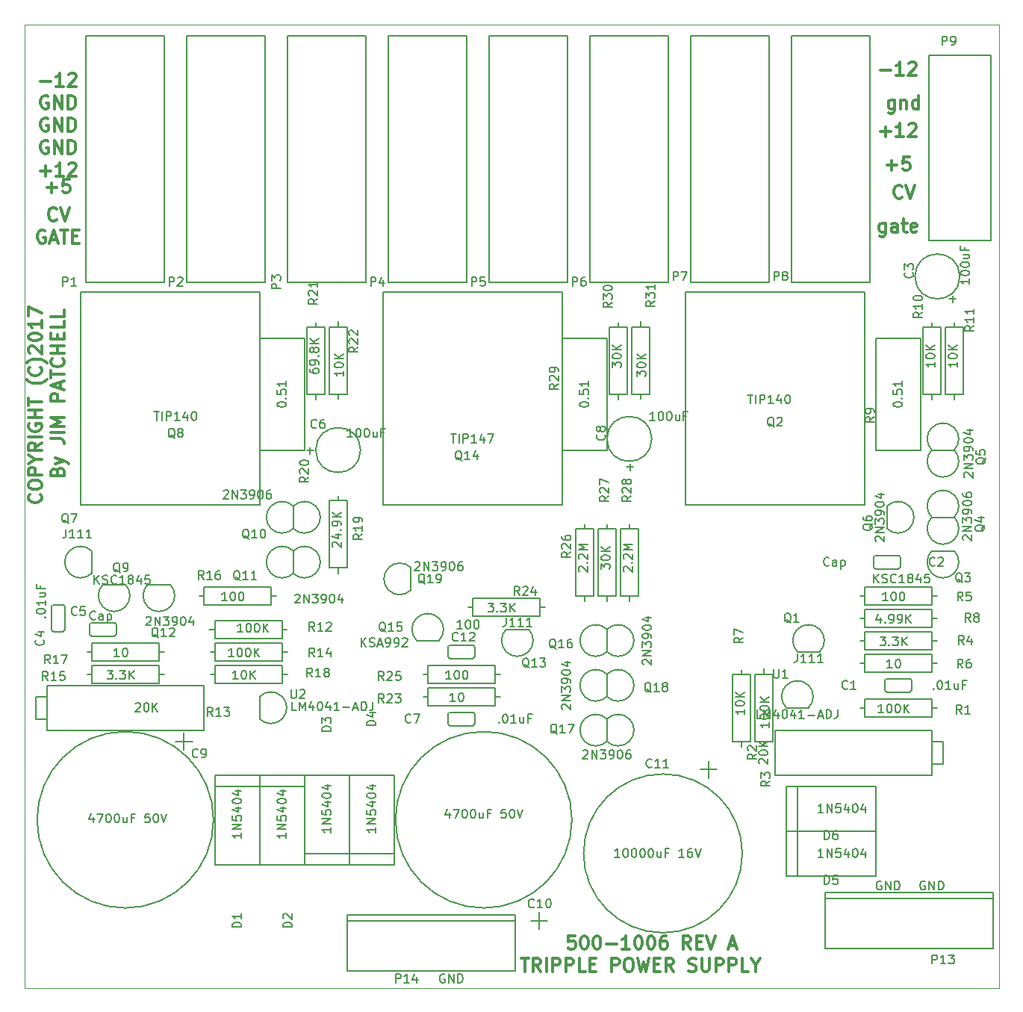
<source format=gto>
G04 #@! TF.FileFunction,Legend,Top*
%FSLAX46Y46*%
G04 Gerber Fmt 4.6, Leading zero omitted, Abs format (unit mm)*
G04 Created by KiCad (PCBNEW 4.0.6) date 04/10/17 20:11:08*
%MOMM*%
%LPD*%
G01*
G04 APERTURE LIST*
%ADD10C,0.100000*%
%ADD11C,0.300000*%
%ADD12C,0.025400*%
%ADD13C,0.150000*%
G04 APERTURE END LIST*
D10*
D11*
X105302857Y-88795714D02*
X105374286Y-88581428D01*
X105445714Y-88510000D01*
X105588571Y-88438571D01*
X105802857Y-88438571D01*
X105945714Y-88510000D01*
X106017143Y-88581428D01*
X106088571Y-88724286D01*
X106088571Y-89295714D01*
X104588571Y-89295714D01*
X104588571Y-88795714D01*
X104660000Y-88652857D01*
X104731429Y-88581428D01*
X104874286Y-88510000D01*
X105017143Y-88510000D01*
X105160000Y-88581428D01*
X105231429Y-88652857D01*
X105302857Y-88795714D01*
X105302857Y-89295714D01*
X105088571Y-87938571D02*
X106088571Y-87581428D01*
X105088571Y-87224286D02*
X106088571Y-87581428D01*
X106445714Y-87724286D01*
X106517143Y-87795714D01*
X106588571Y-87938571D01*
X104588571Y-85081429D02*
X105660000Y-85081429D01*
X105874286Y-85152857D01*
X106017143Y-85295714D01*
X106088571Y-85510000D01*
X106088571Y-85652857D01*
X106088571Y-84367143D02*
X104588571Y-84367143D01*
X106088571Y-83652857D02*
X104588571Y-83652857D01*
X105660000Y-83152857D01*
X104588571Y-82652857D01*
X106088571Y-82652857D01*
X106088571Y-80795714D02*
X104588571Y-80795714D01*
X104588571Y-80224286D01*
X104660000Y-80081428D01*
X104731429Y-80010000D01*
X104874286Y-79938571D01*
X105088571Y-79938571D01*
X105231429Y-80010000D01*
X105302857Y-80081428D01*
X105374286Y-80224286D01*
X105374286Y-80795714D01*
X105660000Y-79367143D02*
X105660000Y-78652857D01*
X106088571Y-79510000D02*
X104588571Y-79010000D01*
X106088571Y-78510000D01*
X104588571Y-78224286D02*
X104588571Y-77367143D01*
X106088571Y-77795714D02*
X104588571Y-77795714D01*
X105945714Y-76010000D02*
X106017143Y-76081429D01*
X106088571Y-76295715D01*
X106088571Y-76438572D01*
X106017143Y-76652857D01*
X105874286Y-76795715D01*
X105731429Y-76867143D01*
X105445714Y-76938572D01*
X105231429Y-76938572D01*
X104945714Y-76867143D01*
X104802857Y-76795715D01*
X104660000Y-76652857D01*
X104588571Y-76438572D01*
X104588571Y-76295715D01*
X104660000Y-76081429D01*
X104731429Y-76010000D01*
X106088571Y-75367143D02*
X104588571Y-75367143D01*
X105302857Y-75367143D02*
X105302857Y-74510000D01*
X106088571Y-74510000D02*
X104588571Y-74510000D01*
X105302857Y-73795714D02*
X105302857Y-73295714D01*
X106088571Y-73081428D02*
X106088571Y-73795714D01*
X104588571Y-73795714D01*
X104588571Y-73081428D01*
X106088571Y-71724285D02*
X106088571Y-72438571D01*
X104588571Y-72438571D01*
X106088571Y-70509999D02*
X106088571Y-71224285D01*
X104588571Y-71224285D01*
X103405714Y-91387142D02*
X103477143Y-91458571D01*
X103548571Y-91672857D01*
X103548571Y-91815714D01*
X103477143Y-92029999D01*
X103334286Y-92172857D01*
X103191429Y-92244285D01*
X102905714Y-92315714D01*
X102691429Y-92315714D01*
X102405714Y-92244285D01*
X102262857Y-92172857D01*
X102120000Y-92029999D01*
X102048571Y-91815714D01*
X102048571Y-91672857D01*
X102120000Y-91458571D01*
X102191429Y-91387142D01*
X102048571Y-90458571D02*
X102048571Y-90172857D01*
X102120000Y-90029999D01*
X102262857Y-89887142D01*
X102548571Y-89815714D01*
X103048571Y-89815714D01*
X103334286Y-89887142D01*
X103477143Y-90029999D01*
X103548571Y-90172857D01*
X103548571Y-90458571D01*
X103477143Y-90601428D01*
X103334286Y-90744285D01*
X103048571Y-90815714D01*
X102548571Y-90815714D01*
X102262857Y-90744285D01*
X102120000Y-90601428D01*
X102048571Y-90458571D01*
X103548571Y-89172856D02*
X102048571Y-89172856D01*
X102048571Y-88601428D01*
X102120000Y-88458570D01*
X102191429Y-88387142D01*
X102334286Y-88315713D01*
X102548571Y-88315713D01*
X102691429Y-88387142D01*
X102762857Y-88458570D01*
X102834286Y-88601428D01*
X102834286Y-89172856D01*
X102834286Y-87387142D02*
X103548571Y-87387142D01*
X102048571Y-87887142D02*
X102834286Y-87387142D01*
X102048571Y-86887142D01*
X103548571Y-85529999D02*
X102834286Y-86029999D01*
X103548571Y-86387142D02*
X102048571Y-86387142D01*
X102048571Y-85815714D01*
X102120000Y-85672856D01*
X102191429Y-85601428D01*
X102334286Y-85529999D01*
X102548571Y-85529999D01*
X102691429Y-85601428D01*
X102762857Y-85672856D01*
X102834286Y-85815714D01*
X102834286Y-86387142D01*
X103548571Y-84887142D02*
X102048571Y-84887142D01*
X102120000Y-83387142D02*
X102048571Y-83529999D01*
X102048571Y-83744285D01*
X102120000Y-83958570D01*
X102262857Y-84101428D01*
X102405714Y-84172856D01*
X102691429Y-84244285D01*
X102905714Y-84244285D01*
X103191429Y-84172856D01*
X103334286Y-84101428D01*
X103477143Y-83958570D01*
X103548571Y-83744285D01*
X103548571Y-83601428D01*
X103477143Y-83387142D01*
X103405714Y-83315713D01*
X102905714Y-83315713D01*
X102905714Y-83601428D01*
X103548571Y-82672856D02*
X102048571Y-82672856D01*
X102762857Y-82672856D02*
X102762857Y-81815713D01*
X103548571Y-81815713D02*
X102048571Y-81815713D01*
X102048571Y-81315713D02*
X102048571Y-80458570D01*
X103548571Y-80887141D02*
X102048571Y-80887141D01*
X104120000Y-78387142D02*
X104048571Y-78458570D01*
X103834286Y-78601427D01*
X103691429Y-78672856D01*
X103477143Y-78744285D01*
X103120000Y-78815713D01*
X102834286Y-78815713D01*
X102477143Y-78744285D01*
X102262857Y-78672856D01*
X102120000Y-78601427D01*
X101905714Y-78458570D01*
X101834286Y-78387142D01*
X103405714Y-76958570D02*
X103477143Y-77029999D01*
X103548571Y-77244285D01*
X103548571Y-77387142D01*
X103477143Y-77601427D01*
X103334286Y-77744285D01*
X103191429Y-77815713D01*
X102905714Y-77887142D01*
X102691429Y-77887142D01*
X102405714Y-77815713D01*
X102262857Y-77744285D01*
X102120000Y-77601427D01*
X102048571Y-77387142D01*
X102048571Y-77244285D01*
X102120000Y-77029999D01*
X102191429Y-76958570D01*
X104120000Y-76458570D02*
X104048571Y-76387142D01*
X103834286Y-76244285D01*
X103691429Y-76172856D01*
X103477143Y-76101427D01*
X103120000Y-76029999D01*
X102834286Y-76029999D01*
X102477143Y-76101427D01*
X102262857Y-76172856D01*
X102120000Y-76244285D01*
X101905714Y-76387142D01*
X101834286Y-76458570D01*
X102191429Y-75387142D02*
X102120000Y-75315713D01*
X102048571Y-75172856D01*
X102048571Y-74815713D01*
X102120000Y-74672856D01*
X102191429Y-74601427D01*
X102334286Y-74529999D01*
X102477143Y-74529999D01*
X102691429Y-74601427D01*
X103548571Y-75458570D01*
X103548571Y-74529999D01*
X102048571Y-73601428D02*
X102048571Y-73458571D01*
X102120000Y-73315714D01*
X102191429Y-73244285D01*
X102334286Y-73172856D01*
X102620000Y-73101428D01*
X102977143Y-73101428D01*
X103262857Y-73172856D01*
X103405714Y-73244285D01*
X103477143Y-73315714D01*
X103548571Y-73458571D01*
X103548571Y-73601428D01*
X103477143Y-73744285D01*
X103405714Y-73815714D01*
X103262857Y-73887142D01*
X102977143Y-73958571D01*
X102620000Y-73958571D01*
X102334286Y-73887142D01*
X102191429Y-73815714D01*
X102120000Y-73744285D01*
X102048571Y-73601428D01*
X103548571Y-71672857D02*
X103548571Y-72530000D01*
X103548571Y-72101428D02*
X102048571Y-72101428D01*
X102262857Y-72244285D01*
X102405714Y-72387143D01*
X102477143Y-72530000D01*
X102048571Y-71172857D02*
X102048571Y-70172857D01*
X103548571Y-70815714D01*
X157914285Y-143958571D02*
X158771428Y-143958571D01*
X158342857Y-145458571D02*
X158342857Y-143958571D01*
X160128571Y-145458571D02*
X159628571Y-144744286D01*
X159271428Y-145458571D02*
X159271428Y-143958571D01*
X159842856Y-143958571D01*
X159985714Y-144030000D01*
X160057142Y-144101429D01*
X160128571Y-144244286D01*
X160128571Y-144458571D01*
X160057142Y-144601429D01*
X159985714Y-144672857D01*
X159842856Y-144744286D01*
X159271428Y-144744286D01*
X160771428Y-145458571D02*
X160771428Y-143958571D01*
X161485714Y-145458571D02*
X161485714Y-143958571D01*
X162057142Y-143958571D01*
X162200000Y-144030000D01*
X162271428Y-144101429D01*
X162342857Y-144244286D01*
X162342857Y-144458571D01*
X162271428Y-144601429D01*
X162200000Y-144672857D01*
X162057142Y-144744286D01*
X161485714Y-144744286D01*
X162985714Y-145458571D02*
X162985714Y-143958571D01*
X163557142Y-143958571D01*
X163700000Y-144030000D01*
X163771428Y-144101429D01*
X163842857Y-144244286D01*
X163842857Y-144458571D01*
X163771428Y-144601429D01*
X163700000Y-144672857D01*
X163557142Y-144744286D01*
X162985714Y-144744286D01*
X165200000Y-145458571D02*
X164485714Y-145458571D01*
X164485714Y-143958571D01*
X165700000Y-144672857D02*
X166200000Y-144672857D01*
X166414286Y-145458571D02*
X165700000Y-145458571D01*
X165700000Y-143958571D01*
X166414286Y-143958571D01*
X168200000Y-145458571D02*
X168200000Y-143958571D01*
X168771428Y-143958571D01*
X168914286Y-144030000D01*
X168985714Y-144101429D01*
X169057143Y-144244286D01*
X169057143Y-144458571D01*
X168985714Y-144601429D01*
X168914286Y-144672857D01*
X168771428Y-144744286D01*
X168200000Y-144744286D01*
X169985714Y-143958571D02*
X170271428Y-143958571D01*
X170414286Y-144030000D01*
X170557143Y-144172857D01*
X170628571Y-144458571D01*
X170628571Y-144958571D01*
X170557143Y-145244286D01*
X170414286Y-145387143D01*
X170271428Y-145458571D01*
X169985714Y-145458571D01*
X169842857Y-145387143D01*
X169700000Y-145244286D01*
X169628571Y-144958571D01*
X169628571Y-144458571D01*
X169700000Y-144172857D01*
X169842857Y-144030000D01*
X169985714Y-143958571D01*
X171128572Y-143958571D02*
X171485715Y-145458571D01*
X171771429Y-144387143D01*
X172057143Y-145458571D01*
X172414286Y-143958571D01*
X172985715Y-144672857D02*
X173485715Y-144672857D01*
X173700001Y-145458571D02*
X172985715Y-145458571D01*
X172985715Y-143958571D01*
X173700001Y-143958571D01*
X175200001Y-145458571D02*
X174700001Y-144744286D01*
X174342858Y-145458571D02*
X174342858Y-143958571D01*
X174914286Y-143958571D01*
X175057144Y-144030000D01*
X175128572Y-144101429D01*
X175200001Y-144244286D01*
X175200001Y-144458571D01*
X175128572Y-144601429D01*
X175057144Y-144672857D01*
X174914286Y-144744286D01*
X174342858Y-144744286D01*
X176914286Y-145387143D02*
X177128572Y-145458571D01*
X177485715Y-145458571D01*
X177628572Y-145387143D01*
X177700001Y-145315714D01*
X177771429Y-145172857D01*
X177771429Y-145030000D01*
X177700001Y-144887143D01*
X177628572Y-144815714D01*
X177485715Y-144744286D01*
X177200001Y-144672857D01*
X177057143Y-144601429D01*
X176985715Y-144530000D01*
X176914286Y-144387143D01*
X176914286Y-144244286D01*
X176985715Y-144101429D01*
X177057143Y-144030000D01*
X177200001Y-143958571D01*
X177557143Y-143958571D01*
X177771429Y-144030000D01*
X178414286Y-143958571D02*
X178414286Y-145172857D01*
X178485714Y-145315714D01*
X178557143Y-145387143D01*
X178700000Y-145458571D01*
X178985714Y-145458571D01*
X179128572Y-145387143D01*
X179200000Y-145315714D01*
X179271429Y-145172857D01*
X179271429Y-143958571D01*
X179985715Y-145458571D02*
X179985715Y-143958571D01*
X180557143Y-143958571D01*
X180700001Y-144030000D01*
X180771429Y-144101429D01*
X180842858Y-144244286D01*
X180842858Y-144458571D01*
X180771429Y-144601429D01*
X180700001Y-144672857D01*
X180557143Y-144744286D01*
X179985715Y-144744286D01*
X181485715Y-145458571D02*
X181485715Y-143958571D01*
X182057143Y-143958571D01*
X182200001Y-144030000D01*
X182271429Y-144101429D01*
X182342858Y-144244286D01*
X182342858Y-144458571D01*
X182271429Y-144601429D01*
X182200001Y-144672857D01*
X182057143Y-144744286D01*
X181485715Y-144744286D01*
X183700001Y-145458571D02*
X182985715Y-145458571D01*
X182985715Y-143958571D01*
X184485715Y-144744286D02*
X184485715Y-145458571D01*
X183985715Y-143958571D02*
X184485715Y-144744286D01*
X184985715Y-143958571D01*
X164005717Y-141418571D02*
X163291431Y-141418571D01*
X163220002Y-142132857D01*
X163291431Y-142061429D01*
X163434288Y-141990000D01*
X163791431Y-141990000D01*
X163934288Y-142061429D01*
X164005717Y-142132857D01*
X164077145Y-142275714D01*
X164077145Y-142632857D01*
X164005717Y-142775714D01*
X163934288Y-142847143D01*
X163791431Y-142918571D01*
X163434288Y-142918571D01*
X163291431Y-142847143D01*
X163220002Y-142775714D01*
X165005716Y-141418571D02*
X165148573Y-141418571D01*
X165291430Y-141490000D01*
X165362859Y-141561429D01*
X165434288Y-141704286D01*
X165505716Y-141990000D01*
X165505716Y-142347143D01*
X165434288Y-142632857D01*
X165362859Y-142775714D01*
X165291430Y-142847143D01*
X165148573Y-142918571D01*
X165005716Y-142918571D01*
X164862859Y-142847143D01*
X164791430Y-142775714D01*
X164720002Y-142632857D01*
X164648573Y-142347143D01*
X164648573Y-141990000D01*
X164720002Y-141704286D01*
X164791430Y-141561429D01*
X164862859Y-141490000D01*
X165005716Y-141418571D01*
X166434287Y-141418571D02*
X166577144Y-141418571D01*
X166720001Y-141490000D01*
X166791430Y-141561429D01*
X166862859Y-141704286D01*
X166934287Y-141990000D01*
X166934287Y-142347143D01*
X166862859Y-142632857D01*
X166791430Y-142775714D01*
X166720001Y-142847143D01*
X166577144Y-142918571D01*
X166434287Y-142918571D01*
X166291430Y-142847143D01*
X166220001Y-142775714D01*
X166148573Y-142632857D01*
X166077144Y-142347143D01*
X166077144Y-141990000D01*
X166148573Y-141704286D01*
X166220001Y-141561429D01*
X166291430Y-141490000D01*
X166434287Y-141418571D01*
X167577144Y-142347143D02*
X168720001Y-142347143D01*
X170220001Y-142918571D02*
X169362858Y-142918571D01*
X169791430Y-142918571D02*
X169791430Y-141418571D01*
X169648573Y-141632857D01*
X169505715Y-141775714D01*
X169362858Y-141847143D01*
X171148572Y-141418571D02*
X171291429Y-141418571D01*
X171434286Y-141490000D01*
X171505715Y-141561429D01*
X171577144Y-141704286D01*
X171648572Y-141990000D01*
X171648572Y-142347143D01*
X171577144Y-142632857D01*
X171505715Y-142775714D01*
X171434286Y-142847143D01*
X171291429Y-142918571D01*
X171148572Y-142918571D01*
X171005715Y-142847143D01*
X170934286Y-142775714D01*
X170862858Y-142632857D01*
X170791429Y-142347143D01*
X170791429Y-141990000D01*
X170862858Y-141704286D01*
X170934286Y-141561429D01*
X171005715Y-141490000D01*
X171148572Y-141418571D01*
X172577143Y-141418571D02*
X172720000Y-141418571D01*
X172862857Y-141490000D01*
X172934286Y-141561429D01*
X173005715Y-141704286D01*
X173077143Y-141990000D01*
X173077143Y-142347143D01*
X173005715Y-142632857D01*
X172934286Y-142775714D01*
X172862857Y-142847143D01*
X172720000Y-142918571D01*
X172577143Y-142918571D01*
X172434286Y-142847143D01*
X172362857Y-142775714D01*
X172291429Y-142632857D01*
X172220000Y-142347143D01*
X172220000Y-141990000D01*
X172291429Y-141704286D01*
X172362857Y-141561429D01*
X172434286Y-141490000D01*
X172577143Y-141418571D01*
X174362857Y-141418571D02*
X174077143Y-141418571D01*
X173934286Y-141490000D01*
X173862857Y-141561429D01*
X173720000Y-141775714D01*
X173648571Y-142061429D01*
X173648571Y-142632857D01*
X173720000Y-142775714D01*
X173791428Y-142847143D01*
X173934286Y-142918571D01*
X174220000Y-142918571D01*
X174362857Y-142847143D01*
X174434286Y-142775714D01*
X174505714Y-142632857D01*
X174505714Y-142275714D01*
X174434286Y-142132857D01*
X174362857Y-142061429D01*
X174220000Y-141990000D01*
X173934286Y-141990000D01*
X173791428Y-142061429D01*
X173720000Y-142132857D01*
X173648571Y-142275714D01*
X177148571Y-142918571D02*
X176648571Y-142204286D01*
X176291428Y-142918571D02*
X176291428Y-141418571D01*
X176862856Y-141418571D01*
X177005714Y-141490000D01*
X177077142Y-141561429D01*
X177148571Y-141704286D01*
X177148571Y-141918571D01*
X177077142Y-142061429D01*
X177005714Y-142132857D01*
X176862856Y-142204286D01*
X176291428Y-142204286D01*
X177791428Y-142132857D02*
X178291428Y-142132857D01*
X178505714Y-142918571D02*
X177791428Y-142918571D01*
X177791428Y-141418571D01*
X178505714Y-141418571D01*
X178934285Y-141418571D02*
X179434285Y-142918571D01*
X179934285Y-141418571D01*
X181505713Y-142490000D02*
X182219999Y-142490000D01*
X181362856Y-142918571D02*
X181862856Y-141418571D01*
X182362856Y-142918571D01*
X103910000Y-61480000D02*
X103767143Y-61408571D01*
X103552857Y-61408571D01*
X103338572Y-61480000D01*
X103195714Y-61622857D01*
X103124286Y-61765714D01*
X103052857Y-62051429D01*
X103052857Y-62265714D01*
X103124286Y-62551429D01*
X103195714Y-62694286D01*
X103338572Y-62837143D01*
X103552857Y-62908571D01*
X103695714Y-62908571D01*
X103910000Y-62837143D01*
X103981429Y-62765714D01*
X103981429Y-62265714D01*
X103695714Y-62265714D01*
X104552857Y-62480000D02*
X105267143Y-62480000D01*
X104410000Y-62908571D02*
X104910000Y-61408571D01*
X105410000Y-62908571D01*
X105695714Y-61408571D02*
X106552857Y-61408571D01*
X106124286Y-62908571D02*
X106124286Y-61408571D01*
X107052857Y-62122857D02*
X107552857Y-62122857D01*
X107767143Y-62908571D02*
X107052857Y-62908571D01*
X107052857Y-61408571D01*
X107767143Y-61408571D01*
X105231429Y-60225714D02*
X105160000Y-60297143D01*
X104945714Y-60368571D01*
X104802857Y-60368571D01*
X104588572Y-60297143D01*
X104445714Y-60154286D01*
X104374286Y-60011429D01*
X104302857Y-59725714D01*
X104302857Y-59511429D01*
X104374286Y-59225714D01*
X104445714Y-59082857D01*
X104588572Y-58940000D01*
X104802857Y-58868571D01*
X104945714Y-58868571D01*
X105160000Y-58940000D01*
X105231429Y-59011429D01*
X105660000Y-58868571D02*
X106160000Y-60368571D01*
X106660000Y-58868571D01*
X104124286Y-56622143D02*
X105267143Y-56622143D01*
X104695714Y-57193571D02*
X104695714Y-56050714D01*
X106695715Y-55693571D02*
X105981429Y-55693571D01*
X105910000Y-56407857D01*
X105981429Y-56336429D01*
X106124286Y-56265000D01*
X106481429Y-56265000D01*
X106624286Y-56336429D01*
X106695715Y-56407857D01*
X106767143Y-56550714D01*
X106767143Y-56907857D01*
X106695715Y-57050714D01*
X106624286Y-57122143D01*
X106481429Y-57193571D01*
X106124286Y-57193571D01*
X105981429Y-57122143D01*
X105910000Y-57050714D01*
X103410001Y-54717143D02*
X104552858Y-54717143D01*
X103981429Y-55288571D02*
X103981429Y-54145714D01*
X106052858Y-55288571D02*
X105195715Y-55288571D01*
X105624287Y-55288571D02*
X105624287Y-53788571D01*
X105481430Y-54002857D01*
X105338572Y-54145714D01*
X105195715Y-54217143D01*
X106624286Y-53931429D02*
X106695715Y-53860000D01*
X106838572Y-53788571D01*
X107195715Y-53788571D01*
X107338572Y-53860000D01*
X107410001Y-53931429D01*
X107481429Y-54074286D01*
X107481429Y-54217143D01*
X107410001Y-54431429D01*
X106552858Y-55288571D01*
X107481429Y-55288571D01*
X104267143Y-51320000D02*
X104124286Y-51248571D01*
X103910000Y-51248571D01*
X103695715Y-51320000D01*
X103552857Y-51462857D01*
X103481429Y-51605714D01*
X103410000Y-51891429D01*
X103410000Y-52105714D01*
X103481429Y-52391429D01*
X103552857Y-52534286D01*
X103695715Y-52677143D01*
X103910000Y-52748571D01*
X104052857Y-52748571D01*
X104267143Y-52677143D01*
X104338572Y-52605714D01*
X104338572Y-52105714D01*
X104052857Y-52105714D01*
X104981429Y-52748571D02*
X104981429Y-51248571D01*
X105838572Y-52748571D01*
X105838572Y-51248571D01*
X106552858Y-52748571D02*
X106552858Y-51248571D01*
X106910001Y-51248571D01*
X107124286Y-51320000D01*
X107267144Y-51462857D01*
X107338572Y-51605714D01*
X107410001Y-51891429D01*
X107410001Y-52105714D01*
X107338572Y-52391429D01*
X107267144Y-52534286D01*
X107124286Y-52677143D01*
X106910001Y-52748571D01*
X106552858Y-52748571D01*
X104267143Y-48780000D02*
X104124286Y-48708571D01*
X103910000Y-48708571D01*
X103695715Y-48780000D01*
X103552857Y-48922857D01*
X103481429Y-49065714D01*
X103410000Y-49351429D01*
X103410000Y-49565714D01*
X103481429Y-49851429D01*
X103552857Y-49994286D01*
X103695715Y-50137143D01*
X103910000Y-50208571D01*
X104052857Y-50208571D01*
X104267143Y-50137143D01*
X104338572Y-50065714D01*
X104338572Y-49565714D01*
X104052857Y-49565714D01*
X104981429Y-50208571D02*
X104981429Y-48708571D01*
X105838572Y-50208571D01*
X105838572Y-48708571D01*
X106552858Y-50208571D02*
X106552858Y-48708571D01*
X106910001Y-48708571D01*
X107124286Y-48780000D01*
X107267144Y-48922857D01*
X107338572Y-49065714D01*
X107410001Y-49351429D01*
X107410001Y-49565714D01*
X107338572Y-49851429D01*
X107267144Y-49994286D01*
X107124286Y-50137143D01*
X106910001Y-50208571D01*
X106552858Y-50208571D01*
X104267143Y-46240000D02*
X104124286Y-46168571D01*
X103910000Y-46168571D01*
X103695715Y-46240000D01*
X103552857Y-46382857D01*
X103481429Y-46525714D01*
X103410000Y-46811429D01*
X103410000Y-47025714D01*
X103481429Y-47311429D01*
X103552857Y-47454286D01*
X103695715Y-47597143D01*
X103910000Y-47668571D01*
X104052857Y-47668571D01*
X104267143Y-47597143D01*
X104338572Y-47525714D01*
X104338572Y-47025714D01*
X104052857Y-47025714D01*
X104981429Y-47668571D02*
X104981429Y-46168571D01*
X105838572Y-47668571D01*
X105838572Y-46168571D01*
X106552858Y-47668571D02*
X106552858Y-46168571D01*
X106910001Y-46168571D01*
X107124286Y-46240000D01*
X107267144Y-46382857D01*
X107338572Y-46525714D01*
X107410001Y-46811429D01*
X107410001Y-47025714D01*
X107338572Y-47311429D01*
X107267144Y-47454286D01*
X107124286Y-47597143D01*
X106910001Y-47668571D01*
X106552858Y-47668571D01*
X103410001Y-44557143D02*
X104552858Y-44557143D01*
X106052858Y-45128571D02*
X105195715Y-45128571D01*
X105624287Y-45128571D02*
X105624287Y-43628571D01*
X105481430Y-43842857D01*
X105338572Y-43985714D01*
X105195715Y-44057143D01*
X106624286Y-43771429D02*
X106695715Y-43700000D01*
X106838572Y-43628571D01*
X107195715Y-43628571D01*
X107338572Y-43700000D01*
X107410001Y-43771429D01*
X107481429Y-43914286D01*
X107481429Y-44057143D01*
X107410001Y-44271429D01*
X106552858Y-45128571D01*
X107481429Y-45128571D01*
X199231429Y-60638571D02*
X199231429Y-61852857D01*
X199160000Y-61995714D01*
X199088572Y-62067143D01*
X198945715Y-62138571D01*
X198731429Y-62138571D01*
X198588572Y-62067143D01*
X199231429Y-61567143D02*
X199088572Y-61638571D01*
X198802858Y-61638571D01*
X198660000Y-61567143D01*
X198588572Y-61495714D01*
X198517143Y-61352857D01*
X198517143Y-60924286D01*
X198588572Y-60781429D01*
X198660000Y-60710000D01*
X198802858Y-60638571D01*
X199088572Y-60638571D01*
X199231429Y-60710000D01*
X200588572Y-61638571D02*
X200588572Y-60852857D01*
X200517143Y-60710000D01*
X200374286Y-60638571D01*
X200088572Y-60638571D01*
X199945715Y-60710000D01*
X200588572Y-61567143D02*
X200445715Y-61638571D01*
X200088572Y-61638571D01*
X199945715Y-61567143D01*
X199874286Y-61424286D01*
X199874286Y-61281429D01*
X199945715Y-61138571D01*
X200088572Y-61067143D01*
X200445715Y-61067143D01*
X200588572Y-60995714D01*
X201088572Y-60638571D02*
X201660001Y-60638571D01*
X201302858Y-60138571D02*
X201302858Y-61424286D01*
X201374286Y-61567143D01*
X201517144Y-61638571D01*
X201660001Y-61638571D01*
X202731429Y-61567143D02*
X202588572Y-61638571D01*
X202302858Y-61638571D01*
X202160001Y-61567143D01*
X202088572Y-61424286D01*
X202088572Y-60852857D01*
X202160001Y-60710000D01*
X202302858Y-60638571D01*
X202588572Y-60638571D01*
X202731429Y-60710000D01*
X202802858Y-60852857D01*
X202802858Y-60995714D01*
X202088572Y-61138571D01*
X201116429Y-57685714D02*
X201045000Y-57757143D01*
X200830714Y-57828571D01*
X200687857Y-57828571D01*
X200473572Y-57757143D01*
X200330714Y-57614286D01*
X200259286Y-57471429D01*
X200187857Y-57185714D01*
X200187857Y-56971429D01*
X200259286Y-56685714D01*
X200330714Y-56542857D01*
X200473572Y-56400000D01*
X200687857Y-56328571D01*
X200830714Y-56328571D01*
X201045000Y-56400000D01*
X201116429Y-56471429D01*
X201545000Y-56328571D02*
X202045000Y-57828571D01*
X202545000Y-56328571D01*
X199374286Y-54082143D02*
X200517143Y-54082143D01*
X199945714Y-54653571D02*
X199945714Y-53510714D01*
X201945715Y-53153571D02*
X201231429Y-53153571D01*
X201160000Y-53867857D01*
X201231429Y-53796429D01*
X201374286Y-53725000D01*
X201731429Y-53725000D01*
X201874286Y-53796429D01*
X201945715Y-53867857D01*
X202017143Y-54010714D01*
X202017143Y-54367857D01*
X201945715Y-54510714D01*
X201874286Y-54582143D01*
X201731429Y-54653571D01*
X201374286Y-54653571D01*
X201231429Y-54582143D01*
X201160000Y-54510714D01*
X198660001Y-50272143D02*
X199802858Y-50272143D01*
X199231429Y-50843571D02*
X199231429Y-49700714D01*
X201302858Y-50843571D02*
X200445715Y-50843571D01*
X200874287Y-50843571D02*
X200874287Y-49343571D01*
X200731430Y-49557857D01*
X200588572Y-49700714D01*
X200445715Y-49772143D01*
X201874286Y-49486429D02*
X201945715Y-49415000D01*
X202088572Y-49343571D01*
X202445715Y-49343571D01*
X202588572Y-49415000D01*
X202660001Y-49486429D01*
X202731429Y-49629286D01*
X202731429Y-49772143D01*
X202660001Y-49986429D01*
X201802858Y-50843571D01*
X202731429Y-50843571D01*
X200259286Y-46668571D02*
X200259286Y-47882857D01*
X200187857Y-48025714D01*
X200116429Y-48097143D01*
X199973572Y-48168571D01*
X199759286Y-48168571D01*
X199616429Y-48097143D01*
X200259286Y-47597143D02*
X200116429Y-47668571D01*
X199830715Y-47668571D01*
X199687857Y-47597143D01*
X199616429Y-47525714D01*
X199545000Y-47382857D01*
X199545000Y-46954286D01*
X199616429Y-46811429D01*
X199687857Y-46740000D01*
X199830715Y-46668571D01*
X200116429Y-46668571D01*
X200259286Y-46740000D01*
X200973572Y-46668571D02*
X200973572Y-47668571D01*
X200973572Y-46811429D02*
X201045000Y-46740000D01*
X201187858Y-46668571D01*
X201402143Y-46668571D01*
X201545000Y-46740000D01*
X201616429Y-46882857D01*
X201616429Y-47668571D01*
X202973572Y-47668571D02*
X202973572Y-46168571D01*
X202973572Y-47597143D02*
X202830715Y-47668571D01*
X202545001Y-47668571D01*
X202402143Y-47597143D01*
X202330715Y-47525714D01*
X202259286Y-47382857D01*
X202259286Y-46954286D01*
X202330715Y-46811429D01*
X202402143Y-46740000D01*
X202545001Y-46668571D01*
X202830715Y-46668571D01*
X202973572Y-46740000D01*
X198660001Y-43287143D02*
X199802858Y-43287143D01*
X201302858Y-43858571D02*
X200445715Y-43858571D01*
X200874287Y-43858571D02*
X200874287Y-42358571D01*
X200731430Y-42572857D01*
X200588572Y-42715714D01*
X200445715Y-42787143D01*
X201874286Y-42501429D02*
X201945715Y-42430000D01*
X202088572Y-42358571D01*
X202445715Y-42358571D01*
X202588572Y-42430000D01*
X202660001Y-42501429D01*
X202731429Y-42644286D01*
X202731429Y-42787143D01*
X202660001Y-43001429D01*
X201802858Y-43858571D01*
X202731429Y-43858571D01*
D12*
X212090000Y-147320000D02*
X101600000Y-147320000D01*
X212090000Y-38100000D02*
X212090000Y-147320000D01*
X101600000Y-38100000D02*
X212090000Y-38100000D01*
X101600000Y-147320000D02*
X101600000Y-38100000D01*
D13*
X199390000Y-112268000D02*
G75*
G03X199136000Y-112522000I0J-254000D01*
G01*
X202184000Y-112522000D02*
G75*
G03X201930000Y-112268000I-254000J0D01*
G01*
X201930000Y-113792000D02*
G75*
G03X202184000Y-113538000I0J254000D01*
G01*
X199136000Y-113538000D02*
G75*
G03X199390000Y-113792000I254000J0D01*
G01*
X199390000Y-113792000D02*
X201930000Y-113792000D01*
X201930000Y-112268000D02*
X199390000Y-112268000D01*
X202184000Y-113538000D02*
X202184000Y-112522000D01*
X199136000Y-113030000D02*
X199136000Y-112522000D01*
X199136000Y-113030000D02*
X199136000Y-113538000D01*
X200660000Y-99822000D02*
G75*
G03X200914000Y-99568000I0J254000D01*
G01*
X197866000Y-99568000D02*
G75*
G03X198120000Y-99822000I254000J0D01*
G01*
X198120000Y-98298000D02*
G75*
G03X197866000Y-98552000I0J-254000D01*
G01*
X200914000Y-98552000D02*
G75*
G03X200660000Y-98298000I-254000J0D01*
G01*
X200660000Y-98298000D02*
X198120000Y-98298000D01*
X198120000Y-99822000D02*
X200660000Y-99822000D01*
X197866000Y-98552000D02*
X197866000Y-99568000D01*
X200914000Y-99060000D02*
X200914000Y-99568000D01*
X200914000Y-99060000D02*
X200914000Y-98552000D01*
X207645000Y-66675000D02*
G75*
G03X207645000Y-66675000I-2540000J0D01*
G01*
X104648000Y-106680000D02*
G75*
G03X104902000Y-106934000I254000J0D01*
G01*
X104902000Y-103886000D02*
G75*
G03X104648000Y-104140000I0J-254000D01*
G01*
X106172000Y-104140000D02*
G75*
G03X105918000Y-103886000I-254000J0D01*
G01*
X105918000Y-106934000D02*
G75*
G03X106172000Y-106680000I0J254000D01*
G01*
X106172000Y-106680000D02*
X106172000Y-104140000D01*
X104648000Y-104140000D02*
X104648000Y-106680000D01*
X105918000Y-103886000D02*
X104902000Y-103886000D01*
X105410000Y-106934000D02*
X104902000Y-106934000D01*
X105410000Y-106934000D02*
X105918000Y-106934000D01*
X109220000Y-105918000D02*
G75*
G03X108966000Y-106172000I0J-254000D01*
G01*
X112014000Y-106172000D02*
G75*
G03X111760000Y-105918000I-254000J0D01*
G01*
X111760000Y-107442000D02*
G75*
G03X112014000Y-107188000I0J254000D01*
G01*
X108966000Y-107188000D02*
G75*
G03X109220000Y-107442000I254000J0D01*
G01*
X109220000Y-107442000D02*
X111760000Y-107442000D01*
X111760000Y-105918000D02*
X109220000Y-105918000D01*
X112014000Y-107188000D02*
X112014000Y-106172000D01*
X108966000Y-106680000D02*
X108966000Y-106172000D01*
X108966000Y-106680000D02*
X108966000Y-107188000D01*
X139700000Y-86360000D02*
G75*
G03X139700000Y-86360000I-2540000J0D01*
G01*
X149860000Y-116078000D02*
G75*
G03X149606000Y-116332000I0J-254000D01*
G01*
X152654000Y-116332000D02*
G75*
G03X152400000Y-116078000I-254000J0D01*
G01*
X152400000Y-117602000D02*
G75*
G03X152654000Y-117348000I0J254000D01*
G01*
X149606000Y-117348000D02*
G75*
G03X149860000Y-117602000I254000J0D01*
G01*
X149860000Y-117602000D02*
X152400000Y-117602000D01*
X152400000Y-116078000D02*
X149860000Y-116078000D01*
X152654000Y-117348000D02*
X152654000Y-116332000D01*
X149606000Y-116840000D02*
X149606000Y-116332000D01*
X149606000Y-116840000D02*
X149606000Y-117348000D01*
X172720000Y-85090000D02*
G75*
G03X172720000Y-85090000I-2540000J0D01*
G01*
X123030000Y-128270000D02*
G75*
G03X123030000Y-128270000I-10000000J0D01*
G01*
X163670000Y-128270000D02*
G75*
G03X163670000Y-128270000I-10000000J0D01*
G01*
X182990000Y-132080000D02*
G75*
G03X182990000Y-132080000I-9000000J0D01*
G01*
X152400000Y-109982000D02*
G75*
G03X152654000Y-109728000I0J254000D01*
G01*
X149606000Y-109728000D02*
G75*
G03X149860000Y-109982000I254000J0D01*
G01*
X149860000Y-108458000D02*
G75*
G03X149606000Y-108712000I0J-254000D01*
G01*
X152654000Y-108712000D02*
G75*
G03X152400000Y-108458000I-254000J0D01*
G01*
X152400000Y-108458000D02*
X149860000Y-108458000D01*
X149860000Y-109982000D02*
X152400000Y-109982000D01*
X149606000Y-108712000D02*
X149606000Y-109728000D01*
X152654000Y-109220000D02*
X152654000Y-109728000D01*
X152654000Y-109220000D02*
X152654000Y-108712000D01*
X128270000Y-124460000D02*
X123190000Y-124460000D01*
X128270000Y-133350000D02*
X123190000Y-133350000D01*
X123190000Y-133350000D02*
X123190000Y-123190000D01*
X123190000Y-123190000D02*
X128270000Y-123190000D01*
X128270000Y-123190000D02*
X128270000Y-133350000D01*
X133350000Y-124460000D02*
X128270000Y-124460000D01*
X133350000Y-133350000D02*
X128270000Y-133350000D01*
X128270000Y-133350000D02*
X128270000Y-123190000D01*
X128270000Y-123190000D02*
X133350000Y-123190000D01*
X133350000Y-123190000D02*
X133350000Y-133350000D01*
X133350000Y-132080000D02*
X138430000Y-132080000D01*
X133350000Y-123190000D02*
X138430000Y-123190000D01*
X138430000Y-123190000D02*
X138430000Y-133350000D01*
X138430000Y-133350000D02*
X133350000Y-133350000D01*
X133350000Y-133350000D02*
X133350000Y-123190000D01*
X138430000Y-132080000D02*
X143510000Y-132080000D01*
X138430000Y-123190000D02*
X143510000Y-123190000D01*
X143510000Y-123190000D02*
X143510000Y-133350000D01*
X143510000Y-133350000D02*
X138430000Y-133350000D01*
X138430000Y-133350000D02*
X138430000Y-123190000D01*
X189230000Y-129540000D02*
X189230000Y-134620000D01*
X198120000Y-129540000D02*
X198120000Y-134620000D01*
X198120000Y-134620000D02*
X187960000Y-134620000D01*
X187960000Y-134620000D02*
X187960000Y-129540000D01*
X187960000Y-129540000D02*
X198120000Y-129540000D01*
X189230000Y-124460000D02*
X189230000Y-129540000D01*
X198120000Y-124460000D02*
X198120000Y-129540000D01*
X198120000Y-129540000D02*
X187960000Y-129540000D01*
X187960000Y-129540000D02*
X187960000Y-124460000D01*
X187960000Y-124460000D02*
X198120000Y-124460000D01*
X116840000Y-67310000D02*
X117475000Y-67310000D01*
X117475000Y-67310000D02*
X117475000Y-39370000D01*
X117475000Y-39370000D02*
X116840000Y-39370000D01*
X109220000Y-39370000D02*
X108585000Y-39370000D01*
X108585000Y-39370000D02*
X108585000Y-67310000D01*
X108585000Y-67310000D02*
X109220000Y-67310000D01*
X115570000Y-39370000D02*
X116840000Y-39370000D01*
X116840000Y-67310000D02*
X115570000Y-67310000D01*
X110490000Y-67310000D02*
X109220000Y-67310000D01*
X109220000Y-39370000D02*
X110490000Y-39370000D01*
X115570000Y-67310000D02*
X110490000Y-67310000D01*
X110490000Y-39370000D02*
X115570000Y-39370000D01*
X128270000Y-67310000D02*
X128905000Y-67310000D01*
X128905000Y-67310000D02*
X128905000Y-39370000D01*
X128905000Y-39370000D02*
X128270000Y-39370000D01*
X120650000Y-39370000D02*
X120015000Y-39370000D01*
X120015000Y-39370000D02*
X120015000Y-67310000D01*
X120015000Y-67310000D02*
X120650000Y-67310000D01*
X127000000Y-39370000D02*
X128270000Y-39370000D01*
X128270000Y-67310000D02*
X127000000Y-67310000D01*
X121920000Y-67310000D02*
X120650000Y-67310000D01*
X120650000Y-39370000D02*
X121920000Y-39370000D01*
X127000000Y-67310000D02*
X121920000Y-67310000D01*
X121920000Y-39370000D02*
X127000000Y-39370000D01*
X139700000Y-67310000D02*
X140335000Y-67310000D01*
X140335000Y-67310000D02*
X140335000Y-39370000D01*
X140335000Y-39370000D02*
X139700000Y-39370000D01*
X132080000Y-39370000D02*
X131445000Y-39370000D01*
X131445000Y-39370000D02*
X131445000Y-67310000D01*
X131445000Y-67310000D02*
X132080000Y-67310000D01*
X138430000Y-39370000D02*
X139700000Y-39370000D01*
X139700000Y-67310000D02*
X138430000Y-67310000D01*
X133350000Y-67310000D02*
X132080000Y-67310000D01*
X132080000Y-39370000D02*
X133350000Y-39370000D01*
X138430000Y-67310000D02*
X133350000Y-67310000D01*
X133350000Y-39370000D02*
X138430000Y-39370000D01*
X151130000Y-67310000D02*
X151765000Y-67310000D01*
X151765000Y-67310000D02*
X151765000Y-39370000D01*
X151765000Y-39370000D02*
X151130000Y-39370000D01*
X143510000Y-39370000D02*
X142875000Y-39370000D01*
X142875000Y-39370000D02*
X142875000Y-67310000D01*
X142875000Y-67310000D02*
X143510000Y-67310000D01*
X149860000Y-39370000D02*
X151130000Y-39370000D01*
X151130000Y-67310000D02*
X149860000Y-67310000D01*
X144780000Y-67310000D02*
X143510000Y-67310000D01*
X143510000Y-39370000D02*
X144780000Y-39370000D01*
X149860000Y-67310000D02*
X144780000Y-67310000D01*
X144780000Y-39370000D02*
X149860000Y-39370000D01*
X162560000Y-67310000D02*
X163195000Y-67310000D01*
X163195000Y-67310000D02*
X163195000Y-39370000D01*
X163195000Y-39370000D02*
X162560000Y-39370000D01*
X154940000Y-39370000D02*
X154305000Y-39370000D01*
X154305000Y-39370000D02*
X154305000Y-67310000D01*
X154305000Y-67310000D02*
X154940000Y-67310000D01*
X161290000Y-39370000D02*
X162560000Y-39370000D01*
X162560000Y-67310000D02*
X161290000Y-67310000D01*
X156210000Y-67310000D02*
X154940000Y-67310000D01*
X154940000Y-39370000D02*
X156210000Y-39370000D01*
X161290000Y-67310000D02*
X156210000Y-67310000D01*
X156210000Y-39370000D02*
X161290000Y-39370000D01*
X173990000Y-67310000D02*
X174625000Y-67310000D01*
X174625000Y-67310000D02*
X174625000Y-39370000D01*
X174625000Y-39370000D02*
X173990000Y-39370000D01*
X166370000Y-39370000D02*
X165735000Y-39370000D01*
X165735000Y-39370000D02*
X165735000Y-67310000D01*
X165735000Y-67310000D02*
X166370000Y-67310000D01*
X172720000Y-39370000D02*
X173990000Y-39370000D01*
X173990000Y-67310000D02*
X172720000Y-67310000D01*
X167640000Y-67310000D02*
X166370000Y-67310000D01*
X166370000Y-39370000D02*
X167640000Y-39370000D01*
X172720000Y-67310000D02*
X167640000Y-67310000D01*
X167640000Y-39370000D02*
X172720000Y-39370000D01*
X185420000Y-67310000D02*
X186055000Y-67310000D01*
X186055000Y-67310000D02*
X186055000Y-39370000D01*
X186055000Y-39370000D02*
X185420000Y-39370000D01*
X177800000Y-39370000D02*
X177165000Y-39370000D01*
X177165000Y-39370000D02*
X177165000Y-67310000D01*
X177165000Y-67310000D02*
X177800000Y-67310000D01*
X184150000Y-39370000D02*
X185420000Y-39370000D01*
X185420000Y-67310000D02*
X184150000Y-67310000D01*
X179070000Y-67310000D02*
X177800000Y-67310000D01*
X177800000Y-39370000D02*
X179070000Y-39370000D01*
X184150000Y-67310000D02*
X179070000Y-67310000D01*
X179070000Y-39370000D02*
X184150000Y-39370000D01*
X196850000Y-67310000D02*
X197485000Y-67310000D01*
X197485000Y-67310000D02*
X197485000Y-39370000D01*
X197485000Y-39370000D02*
X196850000Y-39370000D01*
X189230000Y-39370000D02*
X188595000Y-39370000D01*
X188595000Y-39370000D02*
X188595000Y-67310000D01*
X188595000Y-67310000D02*
X189230000Y-67310000D01*
X195580000Y-39370000D02*
X196850000Y-39370000D01*
X196850000Y-67310000D02*
X195580000Y-67310000D01*
X190500000Y-67310000D02*
X189230000Y-67310000D01*
X189230000Y-39370000D02*
X190500000Y-39370000D01*
X195580000Y-67310000D02*
X190500000Y-67310000D01*
X190500000Y-39370000D02*
X195580000Y-39370000D01*
X211455000Y-137160000D02*
X192405000Y-137160000D01*
X192405000Y-136525000D02*
X192405000Y-142875000D01*
X192405000Y-142875000D02*
X211455000Y-142875000D01*
X211455000Y-142875000D02*
X211455000Y-136525000D01*
X211455000Y-136525000D02*
X192405000Y-136525000D01*
X157251400Y-139700000D02*
X138201400Y-139700000D01*
X138201400Y-139065000D02*
X138201400Y-145415000D01*
X138201400Y-145415000D02*
X157251400Y-145415000D01*
X157251400Y-145415000D02*
X157251400Y-139065000D01*
X157251400Y-139065000D02*
X138201400Y-139065000D01*
X189230000Y-106680000D02*
G75*
G03X189230000Y-109220000I1270000J-1270000D01*
G01*
X191770000Y-106680000D02*
G75*
G03X189230000Y-106680000I-1270000J-1270000D01*
G01*
X191770000Y-109220000D02*
G75*
G03X191770000Y-106680000I-1270000J1270000D01*
G01*
X189230000Y-109220000D02*
X191770000Y-109220000D01*
X204470000Y-93980000D02*
G75*
G03X204470000Y-96520000I1270000J-1270000D01*
G01*
X204470000Y-96520000D02*
G75*
G03X207010000Y-96520000I1270000J1270000D01*
G01*
X207010000Y-96520000D02*
G75*
G03X207010000Y-93980000I-1270000J1270000D01*
G01*
X207010000Y-93980000D02*
G75*
G03X207010000Y-91440000I-1270000J1270000D01*
G01*
X207010000Y-91440000D02*
G75*
G03X204470000Y-91440000I-1270000J-1270000D01*
G01*
X204470000Y-91440000D02*
G75*
G03X204470000Y-93980000I1270000J-1270000D01*
G01*
X204470000Y-93980000D02*
X207010000Y-93980000D01*
X204470000Y-86360000D02*
G75*
G03X204470000Y-88900000I1270000J-1270000D01*
G01*
X204470000Y-88900000D02*
G75*
G03X207010000Y-88900000I1270000J1270000D01*
G01*
X207010000Y-88900000D02*
G75*
G03X207010000Y-86360000I-1270000J1270000D01*
G01*
X207010000Y-86360000D02*
G75*
G03X207010000Y-83820000I-1270000J1270000D01*
G01*
X207010000Y-83820000D02*
G75*
G03X204470000Y-83820000I-1270000J-1270000D01*
G01*
X204470000Y-83820000D02*
G75*
G03X204470000Y-86360000I1270000J-1270000D01*
G01*
X204470000Y-86360000D02*
X207010000Y-86360000D01*
X201930000Y-92710000D02*
G75*
G03X199390000Y-92710000I-1270000J-1270000D01*
G01*
X201930000Y-95250000D02*
G75*
G03X201930000Y-92710000I-1270000J1270000D01*
G01*
X199390000Y-95250000D02*
G75*
G03X201930000Y-95250000I1270000J1270000D01*
G01*
X199390000Y-92710000D02*
X199390000Y-95250000D01*
X106680000Y-100330000D02*
G75*
G03X109220000Y-100330000I1270000J1270000D01*
G01*
X106680000Y-97790000D02*
G75*
G03X106680000Y-100330000I1270000J-1270000D01*
G01*
X109220000Y-97790000D02*
G75*
G03X106680000Y-97790000I-1270000J-1270000D01*
G01*
X109220000Y-100330000D02*
X109220000Y-97790000D01*
X132080000Y-92710000D02*
G75*
G03X129540000Y-92710000I-1270000J-1270000D01*
G01*
X129540000Y-92710000D02*
G75*
G03X129540000Y-95250000I1270000J-1270000D01*
G01*
X129540000Y-95250000D02*
G75*
G03X132080000Y-95250000I1270000J1270000D01*
G01*
X132080000Y-95250000D02*
G75*
G03X134620000Y-95250000I1270000J1270000D01*
G01*
X134620000Y-95250000D02*
G75*
G03X134620000Y-92710000I-1270000J1270000D01*
G01*
X134620000Y-92710000D02*
G75*
G03X132080000Y-92710000I-1270000J-1270000D01*
G01*
X132080000Y-92710000D02*
X132080000Y-95250000D01*
X132080000Y-97790000D02*
G75*
G03X129540000Y-97790000I-1270000J-1270000D01*
G01*
X129540000Y-97790000D02*
G75*
G03X129540000Y-100330000I1270000J-1270000D01*
G01*
X129540000Y-100330000D02*
G75*
G03X132080000Y-100330000I1270000J1270000D01*
G01*
X132080000Y-100330000D02*
G75*
G03X134620000Y-100330000I1270000J1270000D01*
G01*
X134620000Y-100330000D02*
G75*
G03X134620000Y-97790000I-1270000J1270000D01*
G01*
X134620000Y-97790000D02*
G75*
G03X132080000Y-97790000I-1270000J-1270000D01*
G01*
X132080000Y-97790000D02*
X132080000Y-100330000D01*
X118110000Y-104140000D02*
G75*
G03X118110000Y-101600000I-1270000J1270000D01*
G01*
X115570000Y-104140000D02*
G75*
G03X118110000Y-104140000I1270000J1270000D01*
G01*
X115570000Y-101600000D02*
G75*
G03X115570000Y-104140000I1270000J-1270000D01*
G01*
X118110000Y-101600000D02*
X115570000Y-101600000D01*
X158750000Y-109220000D02*
G75*
G03X158750000Y-106680000I-1270000J1270000D01*
G01*
X156210000Y-109220000D02*
G75*
G03X158750000Y-109220000I1270000J1270000D01*
G01*
X156210000Y-106680000D02*
G75*
G03X156210000Y-109220000I1270000J-1270000D01*
G01*
X158750000Y-106680000D02*
X156210000Y-106680000D01*
X146050000Y-105410000D02*
G75*
G03X146050000Y-107950000I1270000J-1270000D01*
G01*
X148590000Y-105410000D02*
G75*
G03X146050000Y-105410000I-1270000J-1270000D01*
G01*
X148590000Y-107950000D02*
G75*
G03X148590000Y-105410000I-1270000J1270000D01*
G01*
X146050000Y-107950000D02*
X148590000Y-107950000D01*
X167640000Y-109220000D02*
G75*
G03X170180000Y-109220000I1270000J1270000D01*
G01*
X170180000Y-109220000D02*
G75*
G03X170180000Y-106680000I-1270000J1270000D01*
G01*
X170180000Y-106680000D02*
G75*
G03X167640000Y-106680000I-1270000J-1270000D01*
G01*
X167640000Y-106680000D02*
G75*
G03X165100000Y-106680000I-1270000J-1270000D01*
G01*
X165100000Y-106680000D02*
G75*
G03X165100000Y-109220000I1270000J-1270000D01*
G01*
X165100000Y-109220000D02*
G75*
G03X167640000Y-109220000I1270000J1270000D01*
G01*
X167640000Y-109220000D02*
X167640000Y-106680000D01*
X167640000Y-116840000D02*
G75*
G03X165100000Y-116840000I-1270000J-1270000D01*
G01*
X165100000Y-116840000D02*
G75*
G03X165100000Y-119380000I1270000J-1270000D01*
G01*
X165100000Y-119380000D02*
G75*
G03X167640000Y-119380000I1270000J1270000D01*
G01*
X167640000Y-119380000D02*
G75*
G03X170180000Y-119380000I1270000J1270000D01*
G01*
X170180000Y-119380000D02*
G75*
G03X170180000Y-116840000I-1270000J1270000D01*
G01*
X170180000Y-116840000D02*
G75*
G03X167640000Y-116840000I-1270000J-1270000D01*
G01*
X167640000Y-116840000D02*
X167640000Y-119380000D01*
X167640000Y-111760000D02*
G75*
G03X165100000Y-111760000I-1270000J-1270000D01*
G01*
X165100000Y-111760000D02*
G75*
G03X165100000Y-114300000I1270000J-1270000D01*
G01*
X165100000Y-114300000D02*
G75*
G03X167640000Y-114300000I1270000J1270000D01*
G01*
X167640000Y-114300000D02*
G75*
G03X170180000Y-114300000I1270000J1270000D01*
G01*
X170180000Y-114300000D02*
G75*
G03X170180000Y-111760000I-1270000J1270000D01*
G01*
X170180000Y-111760000D02*
G75*
G03X167640000Y-111760000I-1270000J-1270000D01*
G01*
X167640000Y-111760000D02*
X167640000Y-114300000D01*
X142875000Y-102235000D02*
G75*
G03X145415000Y-102235000I1270000J1270000D01*
G01*
X142875000Y-99695000D02*
G75*
G03X142875000Y-102235000I1270000J-1270000D01*
G01*
X145415000Y-99695000D02*
G75*
G03X142875000Y-99695000I-1270000J-1270000D01*
G01*
X145415000Y-102235000D02*
X145415000Y-99695000D01*
X196850000Y-114554000D02*
X196850000Y-116586000D01*
X204470000Y-114554000D02*
X204470000Y-116586000D01*
X196850000Y-115570000D02*
X196342000Y-115570000D01*
X205105000Y-115570000D02*
X204470000Y-115570000D01*
X196850000Y-116586000D02*
X204470000Y-116586000D01*
X204470000Y-114554000D02*
X196850000Y-114554000D01*
X204470000Y-119380000D02*
X205740000Y-119380000D01*
X205740000Y-119380000D02*
X205740000Y-121920000D01*
X205740000Y-121920000D02*
X204470000Y-121920000D01*
X204470000Y-118110000D02*
X204470000Y-123190000D01*
X204470000Y-123190000D02*
X186690000Y-123190000D01*
X186690000Y-123190000D02*
X186690000Y-118110000D01*
X186690000Y-118110000D02*
X204470000Y-118110000D01*
X184404000Y-119380000D02*
X186436000Y-119380000D01*
X184404000Y-111760000D02*
X186436000Y-111760000D01*
X185420000Y-119380000D02*
X185420000Y-119888000D01*
X185420000Y-111125000D02*
X185420000Y-111760000D01*
X186436000Y-119380000D02*
X186436000Y-111760000D01*
X184404000Y-111760000D02*
X184404000Y-119380000D01*
X196850000Y-106934000D02*
X196850000Y-108966000D01*
X204470000Y-106934000D02*
X204470000Y-108966000D01*
X196850000Y-107950000D02*
X196342000Y-107950000D01*
X205105000Y-107950000D02*
X204470000Y-107950000D01*
X196850000Y-108966000D02*
X204470000Y-108966000D01*
X204470000Y-106934000D02*
X196850000Y-106934000D01*
X196850000Y-101854000D02*
X196850000Y-103886000D01*
X204470000Y-101854000D02*
X204470000Y-103886000D01*
X196850000Y-102870000D02*
X196342000Y-102870000D01*
X205105000Y-102870000D02*
X204470000Y-102870000D01*
X196850000Y-103886000D02*
X204470000Y-103886000D01*
X204470000Y-101854000D02*
X196850000Y-101854000D01*
X196850000Y-109474000D02*
X196850000Y-111506000D01*
X204470000Y-109474000D02*
X204470000Y-111506000D01*
X196850000Y-110490000D02*
X196342000Y-110490000D01*
X205105000Y-110490000D02*
X204470000Y-110490000D01*
X196850000Y-111506000D02*
X204470000Y-111506000D01*
X204470000Y-109474000D02*
X196850000Y-109474000D01*
X183896000Y-111760000D02*
X181864000Y-111760000D01*
X183896000Y-119380000D02*
X181864000Y-119380000D01*
X182880000Y-111760000D02*
X182880000Y-111252000D01*
X182880000Y-120015000D02*
X182880000Y-119380000D01*
X181864000Y-111760000D02*
X181864000Y-119380000D01*
X183896000Y-119380000D02*
X183896000Y-111760000D01*
X196850000Y-104394000D02*
X196850000Y-106426000D01*
X204470000Y-104394000D02*
X204470000Y-106426000D01*
X196850000Y-105410000D02*
X196342000Y-105410000D01*
X205105000Y-105410000D02*
X204470000Y-105410000D01*
X196850000Y-106426000D02*
X204470000Y-106426000D01*
X204470000Y-104394000D02*
X196850000Y-104394000D01*
X205486000Y-72390000D02*
X203454000Y-72390000D01*
X205486000Y-80010000D02*
X203454000Y-80010000D01*
X204470000Y-72390000D02*
X204470000Y-71882000D01*
X204470000Y-80645000D02*
X204470000Y-80010000D01*
X203454000Y-72390000D02*
X203454000Y-80010000D01*
X205486000Y-80010000D02*
X205486000Y-72390000D01*
X208026000Y-72390000D02*
X205994000Y-72390000D01*
X208026000Y-80010000D02*
X205994000Y-80010000D01*
X207010000Y-72390000D02*
X207010000Y-71882000D01*
X207010000Y-80645000D02*
X207010000Y-80010000D01*
X205994000Y-72390000D02*
X205994000Y-80010000D01*
X208026000Y-80010000D02*
X208026000Y-72390000D01*
X130810000Y-107696000D02*
X130810000Y-105664000D01*
X123190000Y-107696000D02*
X123190000Y-105664000D01*
X130810000Y-106680000D02*
X131318000Y-106680000D01*
X122555000Y-106680000D02*
X123190000Y-106680000D01*
X130810000Y-105664000D02*
X123190000Y-105664000D01*
X123190000Y-107696000D02*
X130810000Y-107696000D01*
X104140000Y-116840000D02*
X102870000Y-116840000D01*
X102870000Y-116840000D02*
X102870000Y-114300000D01*
X102870000Y-114300000D02*
X104140000Y-114300000D01*
X104140000Y-118110000D02*
X104140000Y-113030000D01*
X104140000Y-113030000D02*
X121920000Y-113030000D01*
X121920000Y-113030000D02*
X121920000Y-118110000D01*
X121920000Y-118110000D02*
X104140000Y-118110000D01*
X123190000Y-108204000D02*
X123190000Y-110236000D01*
X130810000Y-108204000D02*
X130810000Y-110236000D01*
X123190000Y-109220000D02*
X122682000Y-109220000D01*
X131445000Y-109220000D02*
X130810000Y-109220000D01*
X123190000Y-110236000D02*
X130810000Y-110236000D01*
X130810000Y-108204000D02*
X123190000Y-108204000D01*
X109220000Y-110744000D02*
X109220000Y-112776000D01*
X116840000Y-110744000D02*
X116840000Y-112776000D01*
X109220000Y-111760000D02*
X108712000Y-111760000D01*
X117475000Y-111760000D02*
X116840000Y-111760000D01*
X109220000Y-112776000D02*
X116840000Y-112776000D01*
X116840000Y-110744000D02*
X109220000Y-110744000D01*
X121920000Y-101854000D02*
X121920000Y-103886000D01*
X129540000Y-101854000D02*
X129540000Y-103886000D01*
X121920000Y-102870000D02*
X121412000Y-102870000D01*
X130175000Y-102870000D02*
X129540000Y-102870000D01*
X121920000Y-103886000D02*
X129540000Y-103886000D01*
X129540000Y-101854000D02*
X121920000Y-101854000D01*
X109220000Y-108204000D02*
X109220000Y-110236000D01*
X116840000Y-108204000D02*
X116840000Y-110236000D01*
X109220000Y-109220000D02*
X108712000Y-109220000D01*
X117475000Y-109220000D02*
X116840000Y-109220000D01*
X109220000Y-110236000D02*
X116840000Y-110236000D01*
X116840000Y-108204000D02*
X109220000Y-108204000D01*
X123190000Y-110744000D02*
X123190000Y-112776000D01*
X130810000Y-110744000D02*
X130810000Y-112776000D01*
X123190000Y-111760000D02*
X122682000Y-111760000D01*
X131445000Y-111760000D02*
X130810000Y-111760000D01*
X123190000Y-112776000D02*
X130810000Y-112776000D01*
X130810000Y-110744000D02*
X123190000Y-110744000D01*
X138176000Y-92075000D02*
X136144000Y-92075000D01*
X138176000Y-99695000D02*
X136144000Y-99695000D01*
X137160000Y-92075000D02*
X137160000Y-91567000D01*
X137160000Y-100330000D02*
X137160000Y-99695000D01*
X136144000Y-92075000D02*
X136144000Y-99695000D01*
X138176000Y-99695000D02*
X138176000Y-92075000D01*
X135636000Y-72390000D02*
X133604000Y-72390000D01*
X135636000Y-80010000D02*
X133604000Y-80010000D01*
X134620000Y-72390000D02*
X134620000Y-71882000D01*
X134620000Y-80645000D02*
X134620000Y-80010000D01*
X133604000Y-72390000D02*
X133604000Y-80010000D01*
X135636000Y-80010000D02*
X135636000Y-72390000D01*
X136144000Y-80010000D02*
X138176000Y-80010000D01*
X136144000Y-72390000D02*
X138176000Y-72390000D01*
X137160000Y-80010000D02*
X137160000Y-80518000D01*
X137160000Y-71755000D02*
X137160000Y-72390000D01*
X138176000Y-80010000D02*
X138176000Y-72390000D01*
X136144000Y-72390000D02*
X136144000Y-80010000D01*
X147320000Y-113284000D02*
X147320000Y-115316000D01*
X154940000Y-113284000D02*
X154940000Y-115316000D01*
X147320000Y-114300000D02*
X146812000Y-114300000D01*
X155575000Y-114300000D02*
X154940000Y-114300000D01*
X147320000Y-115316000D02*
X154940000Y-115316000D01*
X154940000Y-113284000D02*
X147320000Y-113284000D01*
X152400000Y-103124000D02*
X152400000Y-105156000D01*
X160020000Y-103124000D02*
X160020000Y-105156000D01*
X152400000Y-104140000D02*
X151892000Y-104140000D01*
X160655000Y-104140000D02*
X160020000Y-104140000D01*
X152400000Y-105156000D02*
X160020000Y-105156000D01*
X160020000Y-103124000D02*
X152400000Y-103124000D01*
X147320000Y-110744000D02*
X147320000Y-112776000D01*
X154940000Y-110744000D02*
X154940000Y-112776000D01*
X147320000Y-111760000D02*
X146812000Y-111760000D01*
X155575000Y-111760000D02*
X154940000Y-111760000D01*
X147320000Y-112776000D02*
X154940000Y-112776000D01*
X154940000Y-110744000D02*
X147320000Y-110744000D01*
X166116000Y-95250000D02*
X164084000Y-95250000D01*
X166116000Y-102870000D02*
X164084000Y-102870000D01*
X165100000Y-95250000D02*
X165100000Y-94742000D01*
X165100000Y-103505000D02*
X165100000Y-102870000D01*
X164084000Y-95250000D02*
X164084000Y-102870000D01*
X166116000Y-102870000D02*
X166116000Y-95250000D01*
X168656000Y-95250000D02*
X166624000Y-95250000D01*
X168656000Y-102870000D02*
X166624000Y-102870000D01*
X167640000Y-95250000D02*
X167640000Y-94742000D01*
X167640000Y-103505000D02*
X167640000Y-102870000D01*
X166624000Y-95250000D02*
X166624000Y-102870000D01*
X168656000Y-102870000D02*
X168656000Y-95250000D01*
X171196000Y-95250000D02*
X169164000Y-95250000D01*
X171196000Y-102870000D02*
X169164000Y-102870000D01*
X170180000Y-95250000D02*
X170180000Y-94742000D01*
X170180000Y-103505000D02*
X170180000Y-102870000D01*
X169164000Y-95250000D02*
X169164000Y-102870000D01*
X171196000Y-102870000D02*
X171196000Y-95250000D01*
X169926000Y-72390000D02*
X167894000Y-72390000D01*
X169926000Y-80010000D02*
X167894000Y-80010000D01*
X168910000Y-72390000D02*
X168910000Y-71882000D01*
X168910000Y-80645000D02*
X168910000Y-80010000D01*
X167894000Y-72390000D02*
X167894000Y-80010000D01*
X169926000Y-80010000D02*
X169926000Y-72390000D01*
X170434000Y-80010000D02*
X172466000Y-80010000D01*
X170434000Y-72390000D02*
X172466000Y-72390000D01*
X171450000Y-80010000D02*
X171450000Y-80518000D01*
X171450000Y-71755000D02*
X171450000Y-72390000D01*
X172466000Y-80010000D02*
X172466000Y-72390000D01*
X170434000Y-72390000D02*
X170434000Y-80010000D01*
X187960000Y-113030000D02*
G75*
G03X187960000Y-115570000I1270000J-1270000D01*
G01*
X190500000Y-113030000D02*
G75*
G03X187960000Y-113030000I-1270000J-1270000D01*
G01*
X190500000Y-115570000D02*
G75*
G03X190500000Y-113030000I-1270000J1270000D01*
G01*
X187960000Y-115570000D02*
X190500000Y-115570000D01*
X130810000Y-114300000D02*
G75*
G03X128270000Y-114300000I-1270000J-1270000D01*
G01*
X130810000Y-116840000D02*
G75*
G03X130810000Y-114300000I-1270000J1270000D01*
G01*
X128270000Y-116840000D02*
G75*
G03X130810000Y-116840000I1270000J1270000D01*
G01*
X128270000Y-114300000D02*
X128270000Y-116840000D01*
X198120000Y-86360000D02*
X203200000Y-86360000D01*
X203200000Y-86360000D02*
X203200000Y-73660000D01*
X203200000Y-73660000D02*
X198120000Y-73660000D01*
X198120000Y-73660000D02*
X198120000Y-86360000D01*
X128270000Y-86360000D02*
X133350000Y-86360000D01*
X133350000Y-86360000D02*
X133350000Y-73660000D01*
X133350000Y-73660000D02*
X128270000Y-73660000D01*
X128270000Y-73660000D02*
X128270000Y-86360000D01*
X167640000Y-73660000D02*
X162560000Y-73660000D01*
X162560000Y-73660000D02*
X162560000Y-86360000D01*
X162560000Y-86360000D02*
X167640000Y-86360000D01*
X167640000Y-86360000D02*
X167640000Y-73660000D01*
X207010000Y-100330000D02*
G75*
G03X207010000Y-97790000I-1270000J1270000D01*
G01*
X204470000Y-100330000D02*
G75*
G03X207010000Y-100330000I1270000J1270000D01*
G01*
X204470000Y-97790000D02*
G75*
G03X204470000Y-100330000I1270000J-1270000D01*
G01*
X207010000Y-97790000D02*
X204470000Y-97790000D01*
X113030000Y-104140000D02*
G75*
G03X113030000Y-101600000I-1270000J1270000D01*
G01*
X110490000Y-104140000D02*
G75*
G03X113030000Y-104140000I1270000J1270000D01*
G01*
X110490000Y-101600000D02*
G75*
G03X110490000Y-104140000I1270000J-1270000D01*
G01*
X113030000Y-101600000D02*
X110490000Y-101600000D01*
X142240000Y-68453000D02*
X142240000Y-92583000D01*
X162560000Y-68453000D02*
X142240000Y-68453000D01*
X162560000Y-92583000D02*
X162560000Y-68453000D01*
X142240000Y-92583000D02*
X162560000Y-92583000D01*
X107950000Y-68453000D02*
X107950000Y-92583000D01*
X128270000Y-68453000D02*
X107950000Y-68453000D01*
X128270000Y-92583000D02*
X128270000Y-68453000D01*
X107950000Y-92583000D02*
X128270000Y-92583000D01*
X176530000Y-68453000D02*
X176530000Y-92583000D01*
X196850000Y-68453000D02*
X176530000Y-68453000D01*
X196850000Y-92583000D02*
X196850000Y-68453000D01*
X176530000Y-92583000D02*
X196850000Y-92583000D01*
X204145000Y-62570000D02*
X204145000Y-41570000D01*
X204145000Y-41570000D02*
X211145000Y-41570000D01*
X211145000Y-41570000D02*
X211145000Y-62570000D01*
X211145000Y-62570000D02*
X204145000Y-62570000D01*
X194905334Y-113387143D02*
X194857715Y-113434762D01*
X194714858Y-113482381D01*
X194619620Y-113482381D01*
X194476762Y-113434762D01*
X194381524Y-113339524D01*
X194333905Y-113244286D01*
X194286286Y-113053810D01*
X194286286Y-112910952D01*
X194333905Y-112720476D01*
X194381524Y-112625238D01*
X194476762Y-112530000D01*
X194619620Y-112482381D01*
X194714858Y-112482381D01*
X194857715Y-112530000D01*
X194905334Y-112577619D01*
X195857715Y-113482381D02*
X195286286Y-113482381D01*
X195572000Y-113482381D02*
X195572000Y-112482381D01*
X195476762Y-112625238D01*
X195381524Y-112720476D01*
X195286286Y-112768095D01*
X204668667Y-113387143D02*
X204716286Y-113434762D01*
X204668667Y-113482381D01*
X204621048Y-113434762D01*
X204668667Y-113387143D01*
X204668667Y-113482381D01*
X205335333Y-112482381D02*
X205430572Y-112482381D01*
X205525810Y-112530000D01*
X205573429Y-112577619D01*
X205621048Y-112672857D01*
X205668667Y-112863333D01*
X205668667Y-113101429D01*
X205621048Y-113291905D01*
X205573429Y-113387143D01*
X205525810Y-113434762D01*
X205430572Y-113482381D01*
X205335333Y-113482381D01*
X205240095Y-113434762D01*
X205192476Y-113387143D01*
X205144857Y-113291905D01*
X205097238Y-113101429D01*
X205097238Y-112863333D01*
X205144857Y-112672857D01*
X205192476Y-112577619D01*
X205240095Y-112530000D01*
X205335333Y-112482381D01*
X206621048Y-113482381D02*
X206049619Y-113482381D01*
X206335333Y-113482381D02*
X206335333Y-112482381D01*
X206240095Y-112625238D01*
X206144857Y-112720476D01*
X206049619Y-112768095D01*
X207478191Y-112815714D02*
X207478191Y-113482381D01*
X207049619Y-112815714D02*
X207049619Y-113339524D01*
X207097238Y-113434762D01*
X207192476Y-113482381D01*
X207335334Y-113482381D01*
X207430572Y-113434762D01*
X207478191Y-113387143D01*
X208287715Y-112958571D02*
X207954381Y-112958571D01*
X207954381Y-113482381D02*
X207954381Y-112482381D01*
X208430572Y-112482381D01*
X204811334Y-99417143D02*
X204763715Y-99464762D01*
X204620858Y-99512381D01*
X204525620Y-99512381D01*
X204382762Y-99464762D01*
X204287524Y-99369524D01*
X204239905Y-99274286D01*
X204192286Y-99083810D01*
X204192286Y-98940952D01*
X204239905Y-98750476D01*
X204287524Y-98655238D01*
X204382762Y-98560000D01*
X204525620Y-98512381D01*
X204620858Y-98512381D01*
X204763715Y-98560000D01*
X204811334Y-98607619D01*
X205192286Y-98607619D02*
X205239905Y-98560000D01*
X205335143Y-98512381D01*
X205573239Y-98512381D01*
X205668477Y-98560000D01*
X205716096Y-98607619D01*
X205763715Y-98702857D01*
X205763715Y-98798095D01*
X205716096Y-98940952D01*
X205144667Y-99512381D01*
X205763715Y-99512381D01*
X192825762Y-99417143D02*
X192778143Y-99464762D01*
X192635286Y-99512381D01*
X192540048Y-99512381D01*
X192397190Y-99464762D01*
X192301952Y-99369524D01*
X192254333Y-99274286D01*
X192206714Y-99083810D01*
X192206714Y-98940952D01*
X192254333Y-98750476D01*
X192301952Y-98655238D01*
X192397190Y-98560000D01*
X192540048Y-98512381D01*
X192635286Y-98512381D01*
X192778143Y-98560000D01*
X192825762Y-98607619D01*
X193682905Y-99512381D02*
X193682905Y-98988571D01*
X193635286Y-98893333D01*
X193540048Y-98845714D01*
X193349571Y-98845714D01*
X193254333Y-98893333D01*
X193682905Y-99464762D02*
X193587667Y-99512381D01*
X193349571Y-99512381D01*
X193254333Y-99464762D01*
X193206714Y-99369524D01*
X193206714Y-99274286D01*
X193254333Y-99179048D01*
X193349571Y-99131429D01*
X193587667Y-99131429D01*
X193682905Y-99083810D01*
X194159095Y-98845714D02*
X194159095Y-99845714D01*
X194159095Y-98893333D02*
X194254333Y-98845714D01*
X194444810Y-98845714D01*
X194540048Y-98893333D01*
X194587667Y-98940952D01*
X194635286Y-99036190D01*
X194635286Y-99321905D01*
X194587667Y-99417143D01*
X194540048Y-99464762D01*
X194444810Y-99512381D01*
X194254333Y-99512381D01*
X194159095Y-99464762D01*
X202287143Y-66206666D02*
X202334762Y-66254285D01*
X202382381Y-66397142D01*
X202382381Y-66492380D01*
X202334762Y-66635238D01*
X202239524Y-66730476D01*
X202144286Y-66778095D01*
X201953810Y-66825714D01*
X201810952Y-66825714D01*
X201620476Y-66778095D01*
X201525238Y-66730476D01*
X201430000Y-66635238D01*
X201382381Y-66492380D01*
X201382381Y-66397142D01*
X201430000Y-66254285D01*
X201477619Y-66206666D01*
X201382381Y-65873333D02*
X201382381Y-65254285D01*
X201763333Y-65587619D01*
X201763333Y-65444761D01*
X201810952Y-65349523D01*
X201858571Y-65301904D01*
X201953810Y-65254285D01*
X202191905Y-65254285D01*
X202287143Y-65301904D01*
X202334762Y-65349523D01*
X202382381Y-65444761D01*
X202382381Y-65730476D01*
X202334762Y-65825714D01*
X202287143Y-65873333D01*
X208732381Y-66952619D02*
X208732381Y-67524048D01*
X208732381Y-67238334D02*
X207732381Y-67238334D01*
X207875238Y-67333572D01*
X207970476Y-67428810D01*
X208018095Y-67524048D01*
X207732381Y-66333572D02*
X207732381Y-66238333D01*
X207780000Y-66143095D01*
X207827619Y-66095476D01*
X207922857Y-66047857D01*
X208113333Y-66000238D01*
X208351429Y-66000238D01*
X208541905Y-66047857D01*
X208637143Y-66095476D01*
X208684762Y-66143095D01*
X208732381Y-66238333D01*
X208732381Y-66333572D01*
X208684762Y-66428810D01*
X208637143Y-66476429D01*
X208541905Y-66524048D01*
X208351429Y-66571667D01*
X208113333Y-66571667D01*
X207922857Y-66524048D01*
X207827619Y-66476429D01*
X207780000Y-66428810D01*
X207732381Y-66333572D01*
X207732381Y-65381191D02*
X207732381Y-65285952D01*
X207780000Y-65190714D01*
X207827619Y-65143095D01*
X207922857Y-65095476D01*
X208113333Y-65047857D01*
X208351429Y-65047857D01*
X208541905Y-65095476D01*
X208637143Y-65143095D01*
X208684762Y-65190714D01*
X208732381Y-65285952D01*
X208732381Y-65381191D01*
X208684762Y-65476429D01*
X208637143Y-65524048D01*
X208541905Y-65571667D01*
X208351429Y-65619286D01*
X208113333Y-65619286D01*
X207922857Y-65571667D01*
X207827619Y-65524048D01*
X207780000Y-65476429D01*
X207732381Y-65381191D01*
X208065714Y-64190714D02*
X208732381Y-64190714D01*
X208065714Y-64619286D02*
X208589524Y-64619286D01*
X208684762Y-64571667D01*
X208732381Y-64476429D01*
X208732381Y-64333571D01*
X208684762Y-64238333D01*
X208637143Y-64190714D01*
X208208571Y-63381190D02*
X208208571Y-63714524D01*
X208732381Y-63714524D02*
X207732381Y-63714524D01*
X207732381Y-63238333D01*
X206827429Y-69595952D02*
X206827429Y-68834047D01*
X207208381Y-69214999D02*
X206446476Y-69214999D01*
X103735143Y-107862666D02*
X103782762Y-107910285D01*
X103830381Y-108053142D01*
X103830381Y-108148380D01*
X103782762Y-108291238D01*
X103687524Y-108386476D01*
X103592286Y-108434095D01*
X103401810Y-108481714D01*
X103258952Y-108481714D01*
X103068476Y-108434095D01*
X102973238Y-108386476D01*
X102878000Y-108291238D01*
X102830381Y-108148380D01*
X102830381Y-108053142D01*
X102878000Y-107910285D01*
X102925619Y-107862666D01*
X103163714Y-107005523D02*
X103830381Y-107005523D01*
X102782762Y-107243619D02*
X103497048Y-107481714D01*
X103497048Y-106862666D01*
X103862143Y-105338333D02*
X103909762Y-105290714D01*
X103957381Y-105338333D01*
X103909762Y-105385952D01*
X103862143Y-105338333D01*
X103957381Y-105338333D01*
X102957381Y-104671667D02*
X102957381Y-104576428D01*
X103005000Y-104481190D01*
X103052619Y-104433571D01*
X103147857Y-104385952D01*
X103338333Y-104338333D01*
X103576429Y-104338333D01*
X103766905Y-104385952D01*
X103862143Y-104433571D01*
X103909762Y-104481190D01*
X103957381Y-104576428D01*
X103957381Y-104671667D01*
X103909762Y-104766905D01*
X103862143Y-104814524D01*
X103766905Y-104862143D01*
X103576429Y-104909762D01*
X103338333Y-104909762D01*
X103147857Y-104862143D01*
X103052619Y-104814524D01*
X103005000Y-104766905D01*
X102957381Y-104671667D01*
X103957381Y-103385952D02*
X103957381Y-103957381D01*
X103957381Y-103671667D02*
X102957381Y-103671667D01*
X103100238Y-103766905D01*
X103195476Y-103862143D01*
X103243095Y-103957381D01*
X103290714Y-102528809D02*
X103957381Y-102528809D01*
X103290714Y-102957381D02*
X103814524Y-102957381D01*
X103909762Y-102909762D01*
X103957381Y-102814524D01*
X103957381Y-102671666D01*
X103909762Y-102576428D01*
X103862143Y-102528809D01*
X103433571Y-101719285D02*
X103433571Y-102052619D01*
X103957381Y-102052619D02*
X102957381Y-102052619D01*
X102957381Y-101576428D01*
X107529334Y-105005143D02*
X107481715Y-105052762D01*
X107338858Y-105100381D01*
X107243620Y-105100381D01*
X107100762Y-105052762D01*
X107005524Y-104957524D01*
X106957905Y-104862286D01*
X106910286Y-104671810D01*
X106910286Y-104528952D01*
X106957905Y-104338476D01*
X107005524Y-104243238D01*
X107100762Y-104148000D01*
X107243620Y-104100381D01*
X107338858Y-104100381D01*
X107481715Y-104148000D01*
X107529334Y-104195619D01*
X108434096Y-104100381D02*
X107957905Y-104100381D01*
X107910286Y-104576571D01*
X107957905Y-104528952D01*
X108053143Y-104481333D01*
X108291239Y-104481333D01*
X108386477Y-104528952D01*
X108434096Y-104576571D01*
X108481715Y-104671810D01*
X108481715Y-104909905D01*
X108434096Y-105005143D01*
X108386477Y-105052762D01*
X108291239Y-105100381D01*
X108053143Y-105100381D01*
X107957905Y-105052762D01*
X107910286Y-105005143D01*
X109640762Y-105513143D02*
X109593143Y-105560762D01*
X109450286Y-105608381D01*
X109355048Y-105608381D01*
X109212190Y-105560762D01*
X109116952Y-105465524D01*
X109069333Y-105370286D01*
X109021714Y-105179810D01*
X109021714Y-105036952D01*
X109069333Y-104846476D01*
X109116952Y-104751238D01*
X109212190Y-104656000D01*
X109355048Y-104608381D01*
X109450286Y-104608381D01*
X109593143Y-104656000D01*
X109640762Y-104703619D01*
X110497905Y-105608381D02*
X110497905Y-105084571D01*
X110450286Y-104989333D01*
X110355048Y-104941714D01*
X110164571Y-104941714D01*
X110069333Y-104989333D01*
X110497905Y-105560762D02*
X110402667Y-105608381D01*
X110164571Y-105608381D01*
X110069333Y-105560762D01*
X110021714Y-105465524D01*
X110021714Y-105370286D01*
X110069333Y-105275048D01*
X110164571Y-105227429D01*
X110402667Y-105227429D01*
X110497905Y-105179810D01*
X110974095Y-104941714D02*
X110974095Y-105941714D01*
X110974095Y-104989333D02*
X111069333Y-104941714D01*
X111259810Y-104941714D01*
X111355048Y-104989333D01*
X111402667Y-105036952D01*
X111450286Y-105132190D01*
X111450286Y-105417905D01*
X111402667Y-105513143D01*
X111355048Y-105560762D01*
X111259810Y-105608381D01*
X111069333Y-105608381D01*
X110974095Y-105560762D01*
X134707334Y-83796143D02*
X134659715Y-83843762D01*
X134516858Y-83891381D01*
X134421620Y-83891381D01*
X134278762Y-83843762D01*
X134183524Y-83748524D01*
X134135905Y-83653286D01*
X134088286Y-83462810D01*
X134088286Y-83319952D01*
X134135905Y-83129476D01*
X134183524Y-83034238D01*
X134278762Y-82939000D01*
X134421620Y-82891381D01*
X134516858Y-82891381D01*
X134659715Y-82939000D01*
X134707334Y-82986619D01*
X135564477Y-82891381D02*
X135374000Y-82891381D01*
X135278762Y-82939000D01*
X135231143Y-82986619D01*
X135135905Y-83129476D01*
X135088286Y-83319952D01*
X135088286Y-83700905D01*
X135135905Y-83796143D01*
X135183524Y-83843762D01*
X135278762Y-83891381D01*
X135469239Y-83891381D01*
X135564477Y-83843762D01*
X135612096Y-83796143D01*
X135659715Y-83700905D01*
X135659715Y-83462810D01*
X135612096Y-83367571D01*
X135564477Y-83319952D01*
X135469239Y-83272333D01*
X135278762Y-83272333D01*
X135183524Y-83319952D01*
X135135905Y-83367571D01*
X135088286Y-83462810D01*
X138787381Y-84907381D02*
X138215952Y-84907381D01*
X138501666Y-84907381D02*
X138501666Y-83907381D01*
X138406428Y-84050238D01*
X138311190Y-84145476D01*
X138215952Y-84193095D01*
X139406428Y-83907381D02*
X139501667Y-83907381D01*
X139596905Y-83955000D01*
X139644524Y-84002619D01*
X139692143Y-84097857D01*
X139739762Y-84288333D01*
X139739762Y-84526429D01*
X139692143Y-84716905D01*
X139644524Y-84812143D01*
X139596905Y-84859762D01*
X139501667Y-84907381D01*
X139406428Y-84907381D01*
X139311190Y-84859762D01*
X139263571Y-84812143D01*
X139215952Y-84716905D01*
X139168333Y-84526429D01*
X139168333Y-84288333D01*
X139215952Y-84097857D01*
X139263571Y-84002619D01*
X139311190Y-83955000D01*
X139406428Y-83907381D01*
X140358809Y-83907381D02*
X140454048Y-83907381D01*
X140549286Y-83955000D01*
X140596905Y-84002619D01*
X140644524Y-84097857D01*
X140692143Y-84288333D01*
X140692143Y-84526429D01*
X140644524Y-84716905D01*
X140596905Y-84812143D01*
X140549286Y-84859762D01*
X140454048Y-84907381D01*
X140358809Y-84907381D01*
X140263571Y-84859762D01*
X140215952Y-84812143D01*
X140168333Y-84716905D01*
X140120714Y-84526429D01*
X140120714Y-84288333D01*
X140168333Y-84097857D01*
X140215952Y-84002619D01*
X140263571Y-83955000D01*
X140358809Y-83907381D01*
X141549286Y-84240714D02*
X141549286Y-84907381D01*
X141120714Y-84240714D02*
X141120714Y-84764524D01*
X141168333Y-84859762D01*
X141263571Y-84907381D01*
X141406429Y-84907381D01*
X141501667Y-84859762D01*
X141549286Y-84812143D01*
X142358810Y-84383571D02*
X142025476Y-84383571D01*
X142025476Y-84907381D02*
X142025476Y-83907381D01*
X142501667Y-83907381D01*
X133604048Y-86431429D02*
X134365953Y-86431429D01*
X133985001Y-86812381D02*
X133985001Y-86050476D01*
X145375334Y-117197143D02*
X145327715Y-117244762D01*
X145184858Y-117292381D01*
X145089620Y-117292381D01*
X144946762Y-117244762D01*
X144851524Y-117149524D01*
X144803905Y-117054286D01*
X144756286Y-116863810D01*
X144756286Y-116720952D01*
X144803905Y-116530476D01*
X144851524Y-116435238D01*
X144946762Y-116340000D01*
X145089620Y-116292381D01*
X145184858Y-116292381D01*
X145327715Y-116340000D01*
X145375334Y-116387619D01*
X145708667Y-116292381D02*
X146375334Y-116292381D01*
X145946762Y-117292381D01*
X155392667Y-117197143D02*
X155440286Y-117244762D01*
X155392667Y-117292381D01*
X155345048Y-117244762D01*
X155392667Y-117197143D01*
X155392667Y-117292381D01*
X156059333Y-116292381D02*
X156154572Y-116292381D01*
X156249810Y-116340000D01*
X156297429Y-116387619D01*
X156345048Y-116482857D01*
X156392667Y-116673333D01*
X156392667Y-116911429D01*
X156345048Y-117101905D01*
X156297429Y-117197143D01*
X156249810Y-117244762D01*
X156154572Y-117292381D01*
X156059333Y-117292381D01*
X155964095Y-117244762D01*
X155916476Y-117197143D01*
X155868857Y-117101905D01*
X155821238Y-116911429D01*
X155821238Y-116673333D01*
X155868857Y-116482857D01*
X155916476Y-116387619D01*
X155964095Y-116340000D01*
X156059333Y-116292381D01*
X157345048Y-117292381D02*
X156773619Y-117292381D01*
X157059333Y-117292381D02*
X157059333Y-116292381D01*
X156964095Y-116435238D01*
X156868857Y-116530476D01*
X156773619Y-116578095D01*
X158202191Y-116625714D02*
X158202191Y-117292381D01*
X157773619Y-116625714D02*
X157773619Y-117149524D01*
X157821238Y-117244762D01*
X157916476Y-117292381D01*
X158059334Y-117292381D01*
X158154572Y-117244762D01*
X158202191Y-117197143D01*
X159011715Y-116768571D02*
X158678381Y-116768571D01*
X158678381Y-117292381D02*
X158678381Y-116292381D01*
X159154572Y-116292381D01*
X167362143Y-84621666D02*
X167409762Y-84669285D01*
X167457381Y-84812142D01*
X167457381Y-84907380D01*
X167409762Y-85050238D01*
X167314524Y-85145476D01*
X167219286Y-85193095D01*
X167028810Y-85240714D01*
X166885952Y-85240714D01*
X166695476Y-85193095D01*
X166600238Y-85145476D01*
X166505000Y-85050238D01*
X166457381Y-84907380D01*
X166457381Y-84812142D01*
X166505000Y-84669285D01*
X166552619Y-84621666D01*
X166885952Y-84050238D02*
X166838333Y-84145476D01*
X166790714Y-84193095D01*
X166695476Y-84240714D01*
X166647857Y-84240714D01*
X166552619Y-84193095D01*
X166505000Y-84145476D01*
X166457381Y-84050238D01*
X166457381Y-83859761D01*
X166505000Y-83764523D01*
X166552619Y-83716904D01*
X166647857Y-83669285D01*
X166695476Y-83669285D01*
X166790714Y-83716904D01*
X166838333Y-83764523D01*
X166885952Y-83859761D01*
X166885952Y-84050238D01*
X166933571Y-84145476D01*
X166981190Y-84193095D01*
X167076429Y-84240714D01*
X167266905Y-84240714D01*
X167362143Y-84193095D01*
X167409762Y-84145476D01*
X167457381Y-84050238D01*
X167457381Y-83859761D01*
X167409762Y-83764523D01*
X167362143Y-83716904D01*
X167266905Y-83669285D01*
X167076429Y-83669285D01*
X166981190Y-83716904D01*
X166933571Y-83764523D01*
X166885952Y-83859761D01*
X173077381Y-83002381D02*
X172505952Y-83002381D01*
X172791666Y-83002381D02*
X172791666Y-82002381D01*
X172696428Y-82145238D01*
X172601190Y-82240476D01*
X172505952Y-82288095D01*
X173696428Y-82002381D02*
X173791667Y-82002381D01*
X173886905Y-82050000D01*
X173934524Y-82097619D01*
X173982143Y-82192857D01*
X174029762Y-82383333D01*
X174029762Y-82621429D01*
X173982143Y-82811905D01*
X173934524Y-82907143D01*
X173886905Y-82954762D01*
X173791667Y-83002381D01*
X173696428Y-83002381D01*
X173601190Y-82954762D01*
X173553571Y-82907143D01*
X173505952Y-82811905D01*
X173458333Y-82621429D01*
X173458333Y-82383333D01*
X173505952Y-82192857D01*
X173553571Y-82097619D01*
X173601190Y-82050000D01*
X173696428Y-82002381D01*
X174648809Y-82002381D02*
X174744048Y-82002381D01*
X174839286Y-82050000D01*
X174886905Y-82097619D01*
X174934524Y-82192857D01*
X174982143Y-82383333D01*
X174982143Y-82621429D01*
X174934524Y-82811905D01*
X174886905Y-82907143D01*
X174839286Y-82954762D01*
X174744048Y-83002381D01*
X174648809Y-83002381D01*
X174553571Y-82954762D01*
X174505952Y-82907143D01*
X174458333Y-82811905D01*
X174410714Y-82621429D01*
X174410714Y-82383333D01*
X174458333Y-82192857D01*
X174505952Y-82097619D01*
X174553571Y-82050000D01*
X174648809Y-82002381D01*
X175839286Y-82335714D02*
X175839286Y-83002381D01*
X175410714Y-82335714D02*
X175410714Y-82859524D01*
X175458333Y-82954762D01*
X175553571Y-83002381D01*
X175696429Y-83002381D01*
X175791667Y-82954762D01*
X175839286Y-82907143D01*
X176648810Y-82478571D02*
X176315476Y-82478571D01*
X176315476Y-83002381D02*
X176315476Y-82002381D01*
X176791667Y-82002381D01*
X170251429Y-88645952D02*
X170251429Y-87884047D01*
X170632381Y-88264999D02*
X169870476Y-88264999D01*
X121245334Y-121134143D02*
X121197715Y-121181762D01*
X121054858Y-121229381D01*
X120959620Y-121229381D01*
X120816762Y-121181762D01*
X120721524Y-121086524D01*
X120673905Y-120991286D01*
X120626286Y-120800810D01*
X120626286Y-120657952D01*
X120673905Y-120467476D01*
X120721524Y-120372238D01*
X120816762Y-120277000D01*
X120959620Y-120229381D01*
X121054858Y-120229381D01*
X121197715Y-120277000D01*
X121245334Y-120324619D01*
X121721524Y-121229381D02*
X121912000Y-121229381D01*
X122007239Y-121181762D01*
X122054858Y-121134143D01*
X122150096Y-120991286D01*
X122197715Y-120800810D01*
X122197715Y-120419857D01*
X122150096Y-120324619D01*
X122102477Y-120277000D01*
X122007239Y-120229381D01*
X121816762Y-120229381D01*
X121721524Y-120277000D01*
X121673905Y-120324619D01*
X121626286Y-120419857D01*
X121626286Y-120657952D01*
X121673905Y-120753190D01*
X121721524Y-120800810D01*
X121816762Y-120848429D01*
X122007239Y-120848429D01*
X122102477Y-120800810D01*
X122150096Y-120753190D01*
X122197715Y-120657952D01*
X109403048Y-127928714D02*
X109403048Y-128595381D01*
X109164952Y-127547762D02*
X108926857Y-128262048D01*
X109545905Y-128262048D01*
X109831619Y-127595381D02*
X110498286Y-127595381D01*
X110069714Y-128595381D01*
X111069714Y-127595381D02*
X111164953Y-127595381D01*
X111260191Y-127643000D01*
X111307810Y-127690619D01*
X111355429Y-127785857D01*
X111403048Y-127976333D01*
X111403048Y-128214429D01*
X111355429Y-128404905D01*
X111307810Y-128500143D01*
X111260191Y-128547762D01*
X111164953Y-128595381D01*
X111069714Y-128595381D01*
X110974476Y-128547762D01*
X110926857Y-128500143D01*
X110879238Y-128404905D01*
X110831619Y-128214429D01*
X110831619Y-127976333D01*
X110879238Y-127785857D01*
X110926857Y-127690619D01*
X110974476Y-127643000D01*
X111069714Y-127595381D01*
X112022095Y-127595381D02*
X112117334Y-127595381D01*
X112212572Y-127643000D01*
X112260191Y-127690619D01*
X112307810Y-127785857D01*
X112355429Y-127976333D01*
X112355429Y-128214429D01*
X112307810Y-128404905D01*
X112260191Y-128500143D01*
X112212572Y-128547762D01*
X112117334Y-128595381D01*
X112022095Y-128595381D01*
X111926857Y-128547762D01*
X111879238Y-128500143D01*
X111831619Y-128404905D01*
X111784000Y-128214429D01*
X111784000Y-127976333D01*
X111831619Y-127785857D01*
X111879238Y-127690619D01*
X111926857Y-127643000D01*
X112022095Y-127595381D01*
X113212572Y-127928714D02*
X113212572Y-128595381D01*
X112784000Y-127928714D02*
X112784000Y-128452524D01*
X112831619Y-128547762D01*
X112926857Y-128595381D01*
X113069715Y-128595381D01*
X113164953Y-128547762D01*
X113212572Y-128500143D01*
X114022096Y-128071571D02*
X113688762Y-128071571D01*
X113688762Y-128595381D02*
X113688762Y-127595381D01*
X114164953Y-127595381D01*
X115784001Y-127595381D02*
X115307810Y-127595381D01*
X115260191Y-128071571D01*
X115307810Y-128023952D01*
X115403048Y-127976333D01*
X115641144Y-127976333D01*
X115736382Y-128023952D01*
X115784001Y-128071571D01*
X115831620Y-128166810D01*
X115831620Y-128404905D01*
X115784001Y-128500143D01*
X115736382Y-128547762D01*
X115641144Y-128595381D01*
X115403048Y-128595381D01*
X115307810Y-128547762D01*
X115260191Y-128500143D01*
X116450667Y-127595381D02*
X116545906Y-127595381D01*
X116641144Y-127643000D01*
X116688763Y-127690619D01*
X116736382Y-127785857D01*
X116784001Y-127976333D01*
X116784001Y-128214429D01*
X116736382Y-128404905D01*
X116688763Y-128500143D01*
X116641144Y-128547762D01*
X116545906Y-128595381D01*
X116450667Y-128595381D01*
X116355429Y-128547762D01*
X116307810Y-128500143D01*
X116260191Y-128404905D01*
X116212572Y-128214429D01*
X116212572Y-127976333D01*
X116260191Y-127785857D01*
X116307810Y-127690619D01*
X116355429Y-127643000D01*
X116450667Y-127595381D01*
X117069715Y-127595381D02*
X117403048Y-128595381D01*
X117736382Y-127595381D01*
X119688429Y-120347619D02*
X119688429Y-118412381D01*
X120656048Y-119380000D02*
X118720810Y-119380000D01*
X159377143Y-138152143D02*
X159329524Y-138199762D01*
X159186667Y-138247381D01*
X159091429Y-138247381D01*
X158948571Y-138199762D01*
X158853333Y-138104524D01*
X158805714Y-138009286D01*
X158758095Y-137818810D01*
X158758095Y-137675952D01*
X158805714Y-137485476D01*
X158853333Y-137390238D01*
X158948571Y-137295000D01*
X159091429Y-137247381D01*
X159186667Y-137247381D01*
X159329524Y-137295000D01*
X159377143Y-137342619D01*
X160329524Y-138247381D02*
X159758095Y-138247381D01*
X160043809Y-138247381D02*
X160043809Y-137247381D01*
X159948571Y-137390238D01*
X159853333Y-137485476D01*
X159758095Y-137533095D01*
X160948571Y-137247381D02*
X161043810Y-137247381D01*
X161139048Y-137295000D01*
X161186667Y-137342619D01*
X161234286Y-137437857D01*
X161281905Y-137628333D01*
X161281905Y-137866429D01*
X161234286Y-138056905D01*
X161186667Y-138152143D01*
X161139048Y-138199762D01*
X161043810Y-138247381D01*
X160948571Y-138247381D01*
X160853333Y-138199762D01*
X160805714Y-138152143D01*
X160758095Y-138056905D01*
X160710476Y-137866429D01*
X160710476Y-137628333D01*
X160758095Y-137437857D01*
X160805714Y-137342619D01*
X160853333Y-137295000D01*
X160948571Y-137247381D01*
X149789048Y-127420714D02*
X149789048Y-128087381D01*
X149550952Y-127039762D02*
X149312857Y-127754048D01*
X149931905Y-127754048D01*
X150217619Y-127087381D02*
X150884286Y-127087381D01*
X150455714Y-128087381D01*
X151455714Y-127087381D02*
X151550953Y-127087381D01*
X151646191Y-127135000D01*
X151693810Y-127182619D01*
X151741429Y-127277857D01*
X151789048Y-127468333D01*
X151789048Y-127706429D01*
X151741429Y-127896905D01*
X151693810Y-127992143D01*
X151646191Y-128039762D01*
X151550953Y-128087381D01*
X151455714Y-128087381D01*
X151360476Y-128039762D01*
X151312857Y-127992143D01*
X151265238Y-127896905D01*
X151217619Y-127706429D01*
X151217619Y-127468333D01*
X151265238Y-127277857D01*
X151312857Y-127182619D01*
X151360476Y-127135000D01*
X151455714Y-127087381D01*
X152408095Y-127087381D02*
X152503334Y-127087381D01*
X152598572Y-127135000D01*
X152646191Y-127182619D01*
X152693810Y-127277857D01*
X152741429Y-127468333D01*
X152741429Y-127706429D01*
X152693810Y-127896905D01*
X152646191Y-127992143D01*
X152598572Y-128039762D01*
X152503334Y-128087381D01*
X152408095Y-128087381D01*
X152312857Y-128039762D01*
X152265238Y-127992143D01*
X152217619Y-127896905D01*
X152170000Y-127706429D01*
X152170000Y-127468333D01*
X152217619Y-127277857D01*
X152265238Y-127182619D01*
X152312857Y-127135000D01*
X152408095Y-127087381D01*
X153598572Y-127420714D02*
X153598572Y-128087381D01*
X153170000Y-127420714D02*
X153170000Y-127944524D01*
X153217619Y-128039762D01*
X153312857Y-128087381D01*
X153455715Y-128087381D01*
X153550953Y-128039762D01*
X153598572Y-127992143D01*
X154408096Y-127563571D02*
X154074762Y-127563571D01*
X154074762Y-128087381D02*
X154074762Y-127087381D01*
X154550953Y-127087381D01*
X156170001Y-127087381D02*
X155693810Y-127087381D01*
X155646191Y-127563571D01*
X155693810Y-127515952D01*
X155789048Y-127468333D01*
X156027144Y-127468333D01*
X156122382Y-127515952D01*
X156170001Y-127563571D01*
X156217620Y-127658810D01*
X156217620Y-127896905D01*
X156170001Y-127992143D01*
X156122382Y-128039762D01*
X156027144Y-128087381D01*
X155789048Y-128087381D01*
X155693810Y-128039762D01*
X155646191Y-127992143D01*
X156836667Y-127087381D02*
X156931906Y-127087381D01*
X157027144Y-127135000D01*
X157074763Y-127182619D01*
X157122382Y-127277857D01*
X157170001Y-127468333D01*
X157170001Y-127706429D01*
X157122382Y-127896905D01*
X157074763Y-127992143D01*
X157027144Y-128039762D01*
X156931906Y-128087381D01*
X156836667Y-128087381D01*
X156741429Y-128039762D01*
X156693810Y-127992143D01*
X156646191Y-127896905D01*
X156598572Y-127706429D01*
X156598572Y-127468333D01*
X156646191Y-127277857D01*
X156693810Y-127182619D01*
X156741429Y-127135000D01*
X156836667Y-127087381D01*
X157455715Y-127087381D02*
X157789048Y-128087381D01*
X158122382Y-127087381D01*
X159947429Y-140667619D02*
X159947429Y-138732381D01*
X160915048Y-139700000D02*
X158979810Y-139700000D01*
X172712143Y-122277143D02*
X172664524Y-122324762D01*
X172521667Y-122372381D01*
X172426429Y-122372381D01*
X172283571Y-122324762D01*
X172188333Y-122229524D01*
X172140714Y-122134286D01*
X172093095Y-121943810D01*
X172093095Y-121800952D01*
X172140714Y-121610476D01*
X172188333Y-121515238D01*
X172283571Y-121420000D01*
X172426429Y-121372381D01*
X172521667Y-121372381D01*
X172664524Y-121420000D01*
X172712143Y-121467619D01*
X173664524Y-122372381D02*
X173093095Y-122372381D01*
X173378809Y-122372381D02*
X173378809Y-121372381D01*
X173283571Y-121515238D01*
X173188333Y-121610476D01*
X173093095Y-121658095D01*
X174616905Y-122372381D02*
X174045476Y-122372381D01*
X174331190Y-122372381D02*
X174331190Y-121372381D01*
X174235952Y-121515238D01*
X174140714Y-121610476D01*
X174045476Y-121658095D01*
X169093095Y-132532381D02*
X168521666Y-132532381D01*
X168807380Y-132532381D02*
X168807380Y-131532381D01*
X168712142Y-131675238D01*
X168616904Y-131770476D01*
X168521666Y-131818095D01*
X169712142Y-131532381D02*
X169807381Y-131532381D01*
X169902619Y-131580000D01*
X169950238Y-131627619D01*
X169997857Y-131722857D01*
X170045476Y-131913333D01*
X170045476Y-132151429D01*
X169997857Y-132341905D01*
X169950238Y-132437143D01*
X169902619Y-132484762D01*
X169807381Y-132532381D01*
X169712142Y-132532381D01*
X169616904Y-132484762D01*
X169569285Y-132437143D01*
X169521666Y-132341905D01*
X169474047Y-132151429D01*
X169474047Y-131913333D01*
X169521666Y-131722857D01*
X169569285Y-131627619D01*
X169616904Y-131580000D01*
X169712142Y-131532381D01*
X170664523Y-131532381D02*
X170759762Y-131532381D01*
X170855000Y-131580000D01*
X170902619Y-131627619D01*
X170950238Y-131722857D01*
X170997857Y-131913333D01*
X170997857Y-132151429D01*
X170950238Y-132341905D01*
X170902619Y-132437143D01*
X170855000Y-132484762D01*
X170759762Y-132532381D01*
X170664523Y-132532381D01*
X170569285Y-132484762D01*
X170521666Y-132437143D01*
X170474047Y-132341905D01*
X170426428Y-132151429D01*
X170426428Y-131913333D01*
X170474047Y-131722857D01*
X170521666Y-131627619D01*
X170569285Y-131580000D01*
X170664523Y-131532381D01*
X171616904Y-131532381D02*
X171712143Y-131532381D01*
X171807381Y-131580000D01*
X171855000Y-131627619D01*
X171902619Y-131722857D01*
X171950238Y-131913333D01*
X171950238Y-132151429D01*
X171902619Y-132341905D01*
X171855000Y-132437143D01*
X171807381Y-132484762D01*
X171712143Y-132532381D01*
X171616904Y-132532381D01*
X171521666Y-132484762D01*
X171474047Y-132437143D01*
X171426428Y-132341905D01*
X171378809Y-132151429D01*
X171378809Y-131913333D01*
X171426428Y-131722857D01*
X171474047Y-131627619D01*
X171521666Y-131580000D01*
X171616904Y-131532381D01*
X172569285Y-131532381D02*
X172664524Y-131532381D01*
X172759762Y-131580000D01*
X172807381Y-131627619D01*
X172855000Y-131722857D01*
X172902619Y-131913333D01*
X172902619Y-132151429D01*
X172855000Y-132341905D01*
X172807381Y-132437143D01*
X172759762Y-132484762D01*
X172664524Y-132532381D01*
X172569285Y-132532381D01*
X172474047Y-132484762D01*
X172426428Y-132437143D01*
X172378809Y-132341905D01*
X172331190Y-132151429D01*
X172331190Y-131913333D01*
X172378809Y-131722857D01*
X172426428Y-131627619D01*
X172474047Y-131580000D01*
X172569285Y-131532381D01*
X173759762Y-131865714D02*
X173759762Y-132532381D01*
X173331190Y-131865714D02*
X173331190Y-132389524D01*
X173378809Y-132484762D01*
X173474047Y-132532381D01*
X173616905Y-132532381D01*
X173712143Y-132484762D01*
X173759762Y-132437143D01*
X174569286Y-132008571D02*
X174235952Y-132008571D01*
X174235952Y-132532381D02*
X174235952Y-131532381D01*
X174712143Y-131532381D01*
X176378810Y-132532381D02*
X175807381Y-132532381D01*
X176093095Y-132532381D02*
X176093095Y-131532381D01*
X175997857Y-131675238D01*
X175902619Y-131770476D01*
X175807381Y-131818095D01*
X177235953Y-131532381D02*
X177045476Y-131532381D01*
X176950238Y-131580000D01*
X176902619Y-131627619D01*
X176807381Y-131770476D01*
X176759762Y-131960952D01*
X176759762Y-132341905D01*
X176807381Y-132437143D01*
X176855000Y-132484762D01*
X176950238Y-132532381D01*
X177140715Y-132532381D01*
X177235953Y-132484762D01*
X177283572Y-132437143D01*
X177331191Y-132341905D01*
X177331191Y-132103810D01*
X177283572Y-132008571D01*
X177235953Y-131960952D01*
X177140715Y-131913333D01*
X176950238Y-131913333D01*
X176855000Y-131960952D01*
X176807381Y-132008571D01*
X176759762Y-132103810D01*
X177616905Y-131532381D02*
X177950238Y-132532381D01*
X178283572Y-131532381D01*
X179171429Y-123547619D02*
X179171429Y-121612381D01*
X180139048Y-122580000D02*
X178203810Y-122580000D01*
X150741143Y-107926143D02*
X150693524Y-107973762D01*
X150550667Y-108021381D01*
X150455429Y-108021381D01*
X150312571Y-107973762D01*
X150217333Y-107878524D01*
X150169714Y-107783286D01*
X150122095Y-107592810D01*
X150122095Y-107449952D01*
X150169714Y-107259476D01*
X150217333Y-107164238D01*
X150312571Y-107069000D01*
X150455429Y-107021381D01*
X150550667Y-107021381D01*
X150693524Y-107069000D01*
X150741143Y-107116619D01*
X151693524Y-108021381D02*
X151122095Y-108021381D01*
X151407809Y-108021381D02*
X151407809Y-107021381D01*
X151312571Y-107164238D01*
X151217333Y-107259476D01*
X151122095Y-107307095D01*
X152074476Y-107116619D02*
X152122095Y-107069000D01*
X152217333Y-107021381D01*
X152455429Y-107021381D01*
X152550667Y-107069000D01*
X152598286Y-107116619D01*
X152645905Y-107211857D01*
X152645905Y-107307095D01*
X152598286Y-107449952D01*
X152026857Y-108021381D01*
X152645905Y-108021381D01*
X151225334Y-106624381D02*
X150653905Y-106624381D01*
X150939619Y-106624381D02*
X150939619Y-105624381D01*
X150844381Y-105767238D01*
X150749143Y-105862476D01*
X150653905Y-105910095D01*
X151844381Y-105624381D02*
X151939620Y-105624381D01*
X152034858Y-105672000D01*
X152082477Y-105719619D01*
X152130096Y-105814857D01*
X152177715Y-106005333D01*
X152177715Y-106243429D01*
X152130096Y-106433905D01*
X152082477Y-106529143D01*
X152034858Y-106576762D01*
X151939620Y-106624381D01*
X151844381Y-106624381D01*
X151749143Y-106576762D01*
X151701524Y-106529143D01*
X151653905Y-106433905D01*
X151606286Y-106243429D01*
X151606286Y-106005333D01*
X151653905Y-105814857D01*
X151701524Y-105719619D01*
X151749143Y-105672000D01*
X151844381Y-105624381D01*
X152796762Y-105624381D02*
X152892001Y-105624381D01*
X152987239Y-105672000D01*
X153034858Y-105719619D01*
X153082477Y-105814857D01*
X153130096Y-106005333D01*
X153130096Y-106243429D01*
X153082477Y-106433905D01*
X153034858Y-106529143D01*
X152987239Y-106576762D01*
X152892001Y-106624381D01*
X152796762Y-106624381D01*
X152701524Y-106576762D01*
X152653905Y-106529143D01*
X152606286Y-106433905D01*
X152558667Y-106243429D01*
X152558667Y-106005333D01*
X152606286Y-105814857D01*
X152653905Y-105719619D01*
X152701524Y-105672000D01*
X152796762Y-105624381D01*
X126182381Y-140438095D02*
X125182381Y-140438095D01*
X125182381Y-140200000D01*
X125230000Y-140057142D01*
X125325238Y-139961904D01*
X125420476Y-139914285D01*
X125610952Y-139866666D01*
X125753810Y-139866666D01*
X125944286Y-139914285D01*
X126039524Y-139961904D01*
X126134762Y-140057142D01*
X126182381Y-140200000D01*
X126182381Y-140438095D01*
X126182381Y-138914285D02*
X126182381Y-139485714D01*
X126182381Y-139200000D02*
X125182381Y-139200000D01*
X125325238Y-139295238D01*
X125420476Y-139390476D01*
X125468095Y-139485714D01*
X126182381Y-129777857D02*
X126182381Y-130349286D01*
X126182381Y-130063572D02*
X125182381Y-130063572D01*
X125325238Y-130158810D01*
X125420476Y-130254048D01*
X125468095Y-130349286D01*
X126182381Y-129349286D02*
X125182381Y-129349286D01*
X126182381Y-128777857D01*
X125182381Y-128777857D01*
X125182381Y-127825476D02*
X125182381Y-128301667D01*
X125658571Y-128349286D01*
X125610952Y-128301667D01*
X125563333Y-128206429D01*
X125563333Y-127968333D01*
X125610952Y-127873095D01*
X125658571Y-127825476D01*
X125753810Y-127777857D01*
X125991905Y-127777857D01*
X126087143Y-127825476D01*
X126134762Y-127873095D01*
X126182381Y-127968333D01*
X126182381Y-128206429D01*
X126134762Y-128301667D01*
X126087143Y-128349286D01*
X125515714Y-126920714D02*
X126182381Y-126920714D01*
X125134762Y-127158810D02*
X125849048Y-127396905D01*
X125849048Y-126777857D01*
X125182381Y-126206429D02*
X125182381Y-126111190D01*
X125230000Y-126015952D01*
X125277619Y-125968333D01*
X125372857Y-125920714D01*
X125563333Y-125873095D01*
X125801429Y-125873095D01*
X125991905Y-125920714D01*
X126087143Y-125968333D01*
X126134762Y-126015952D01*
X126182381Y-126111190D01*
X126182381Y-126206429D01*
X126134762Y-126301667D01*
X126087143Y-126349286D01*
X125991905Y-126396905D01*
X125801429Y-126444524D01*
X125563333Y-126444524D01*
X125372857Y-126396905D01*
X125277619Y-126349286D01*
X125230000Y-126301667D01*
X125182381Y-126206429D01*
X125515714Y-125015952D02*
X126182381Y-125015952D01*
X125134762Y-125254048D02*
X125849048Y-125492143D01*
X125849048Y-124873095D01*
X131897381Y-140438095D02*
X130897381Y-140438095D01*
X130897381Y-140200000D01*
X130945000Y-140057142D01*
X131040238Y-139961904D01*
X131135476Y-139914285D01*
X131325952Y-139866666D01*
X131468810Y-139866666D01*
X131659286Y-139914285D01*
X131754524Y-139961904D01*
X131849762Y-140057142D01*
X131897381Y-140200000D01*
X131897381Y-140438095D01*
X130992619Y-139485714D02*
X130945000Y-139438095D01*
X130897381Y-139342857D01*
X130897381Y-139104761D01*
X130945000Y-139009523D01*
X130992619Y-138961904D01*
X131087857Y-138914285D01*
X131183095Y-138914285D01*
X131325952Y-138961904D01*
X131897381Y-139533333D01*
X131897381Y-138914285D01*
X131262381Y-129777857D02*
X131262381Y-130349286D01*
X131262381Y-130063572D02*
X130262381Y-130063572D01*
X130405238Y-130158810D01*
X130500476Y-130254048D01*
X130548095Y-130349286D01*
X131262381Y-129349286D02*
X130262381Y-129349286D01*
X131262381Y-128777857D01*
X130262381Y-128777857D01*
X130262381Y-127825476D02*
X130262381Y-128301667D01*
X130738571Y-128349286D01*
X130690952Y-128301667D01*
X130643333Y-128206429D01*
X130643333Y-127968333D01*
X130690952Y-127873095D01*
X130738571Y-127825476D01*
X130833810Y-127777857D01*
X131071905Y-127777857D01*
X131167143Y-127825476D01*
X131214762Y-127873095D01*
X131262381Y-127968333D01*
X131262381Y-128206429D01*
X131214762Y-128301667D01*
X131167143Y-128349286D01*
X130595714Y-126920714D02*
X131262381Y-126920714D01*
X130214762Y-127158810D02*
X130929048Y-127396905D01*
X130929048Y-126777857D01*
X130262381Y-126206429D02*
X130262381Y-126111190D01*
X130310000Y-126015952D01*
X130357619Y-125968333D01*
X130452857Y-125920714D01*
X130643333Y-125873095D01*
X130881429Y-125873095D01*
X131071905Y-125920714D01*
X131167143Y-125968333D01*
X131214762Y-126015952D01*
X131262381Y-126111190D01*
X131262381Y-126206429D01*
X131214762Y-126301667D01*
X131167143Y-126349286D01*
X131071905Y-126396905D01*
X130881429Y-126444524D01*
X130643333Y-126444524D01*
X130452857Y-126396905D01*
X130357619Y-126349286D01*
X130310000Y-126301667D01*
X130262381Y-126206429D01*
X130595714Y-125015952D02*
X131262381Y-125015952D01*
X130214762Y-125254048D02*
X130929048Y-125492143D01*
X130929048Y-124873095D01*
X136342381Y-118213095D02*
X135342381Y-118213095D01*
X135342381Y-117975000D01*
X135390000Y-117832142D01*
X135485238Y-117736904D01*
X135580476Y-117689285D01*
X135770952Y-117641666D01*
X135913810Y-117641666D01*
X136104286Y-117689285D01*
X136199524Y-117736904D01*
X136294762Y-117832142D01*
X136342381Y-117975000D01*
X136342381Y-118213095D01*
X135342381Y-117308333D02*
X135342381Y-116689285D01*
X135723333Y-117022619D01*
X135723333Y-116879761D01*
X135770952Y-116784523D01*
X135818571Y-116736904D01*
X135913810Y-116689285D01*
X136151905Y-116689285D01*
X136247143Y-116736904D01*
X136294762Y-116784523D01*
X136342381Y-116879761D01*
X136342381Y-117165476D01*
X136294762Y-117260714D01*
X136247143Y-117308333D01*
X136342381Y-129142857D02*
X136342381Y-129714286D01*
X136342381Y-129428572D02*
X135342381Y-129428572D01*
X135485238Y-129523810D01*
X135580476Y-129619048D01*
X135628095Y-129714286D01*
X136342381Y-128714286D02*
X135342381Y-128714286D01*
X136342381Y-128142857D01*
X135342381Y-128142857D01*
X135342381Y-127190476D02*
X135342381Y-127666667D01*
X135818571Y-127714286D01*
X135770952Y-127666667D01*
X135723333Y-127571429D01*
X135723333Y-127333333D01*
X135770952Y-127238095D01*
X135818571Y-127190476D01*
X135913810Y-127142857D01*
X136151905Y-127142857D01*
X136247143Y-127190476D01*
X136294762Y-127238095D01*
X136342381Y-127333333D01*
X136342381Y-127571429D01*
X136294762Y-127666667D01*
X136247143Y-127714286D01*
X135675714Y-126285714D02*
X136342381Y-126285714D01*
X135294762Y-126523810D02*
X136009048Y-126761905D01*
X136009048Y-126142857D01*
X135342381Y-125571429D02*
X135342381Y-125476190D01*
X135390000Y-125380952D01*
X135437619Y-125333333D01*
X135532857Y-125285714D01*
X135723333Y-125238095D01*
X135961429Y-125238095D01*
X136151905Y-125285714D01*
X136247143Y-125333333D01*
X136294762Y-125380952D01*
X136342381Y-125476190D01*
X136342381Y-125571429D01*
X136294762Y-125666667D01*
X136247143Y-125714286D01*
X136151905Y-125761905D01*
X135961429Y-125809524D01*
X135723333Y-125809524D01*
X135532857Y-125761905D01*
X135437619Y-125714286D01*
X135390000Y-125666667D01*
X135342381Y-125571429D01*
X135675714Y-124380952D02*
X136342381Y-124380952D01*
X135294762Y-124619048D02*
X136009048Y-124857143D01*
X136009048Y-124238095D01*
X141422381Y-117578095D02*
X140422381Y-117578095D01*
X140422381Y-117340000D01*
X140470000Y-117197142D01*
X140565238Y-117101904D01*
X140660476Y-117054285D01*
X140850952Y-117006666D01*
X140993810Y-117006666D01*
X141184286Y-117054285D01*
X141279524Y-117101904D01*
X141374762Y-117197142D01*
X141422381Y-117340000D01*
X141422381Y-117578095D01*
X140755714Y-116149523D02*
X141422381Y-116149523D01*
X140374762Y-116387619D02*
X141089048Y-116625714D01*
X141089048Y-116006666D01*
X141422381Y-129142857D02*
X141422381Y-129714286D01*
X141422381Y-129428572D02*
X140422381Y-129428572D01*
X140565238Y-129523810D01*
X140660476Y-129619048D01*
X140708095Y-129714286D01*
X141422381Y-128714286D02*
X140422381Y-128714286D01*
X141422381Y-128142857D01*
X140422381Y-128142857D01*
X140422381Y-127190476D02*
X140422381Y-127666667D01*
X140898571Y-127714286D01*
X140850952Y-127666667D01*
X140803333Y-127571429D01*
X140803333Y-127333333D01*
X140850952Y-127238095D01*
X140898571Y-127190476D01*
X140993810Y-127142857D01*
X141231905Y-127142857D01*
X141327143Y-127190476D01*
X141374762Y-127238095D01*
X141422381Y-127333333D01*
X141422381Y-127571429D01*
X141374762Y-127666667D01*
X141327143Y-127714286D01*
X140755714Y-126285714D02*
X141422381Y-126285714D01*
X140374762Y-126523810D02*
X141089048Y-126761905D01*
X141089048Y-126142857D01*
X140422381Y-125571429D02*
X140422381Y-125476190D01*
X140470000Y-125380952D01*
X140517619Y-125333333D01*
X140612857Y-125285714D01*
X140803333Y-125238095D01*
X141041429Y-125238095D01*
X141231905Y-125285714D01*
X141327143Y-125333333D01*
X141374762Y-125380952D01*
X141422381Y-125476190D01*
X141422381Y-125571429D01*
X141374762Y-125666667D01*
X141327143Y-125714286D01*
X141231905Y-125761905D01*
X141041429Y-125809524D01*
X140803333Y-125809524D01*
X140612857Y-125761905D01*
X140517619Y-125714286D01*
X140470000Y-125666667D01*
X140422381Y-125571429D01*
X140755714Y-124380952D02*
X141422381Y-124380952D01*
X140374762Y-124619048D02*
X141089048Y-124857143D01*
X141089048Y-124238095D01*
X192301905Y-135572381D02*
X192301905Y-134572381D01*
X192540000Y-134572381D01*
X192682858Y-134620000D01*
X192778096Y-134715238D01*
X192825715Y-134810476D01*
X192873334Y-135000952D01*
X192873334Y-135143810D01*
X192825715Y-135334286D01*
X192778096Y-135429524D01*
X192682858Y-135524762D01*
X192540000Y-135572381D01*
X192301905Y-135572381D01*
X193778096Y-134572381D02*
X193301905Y-134572381D01*
X193254286Y-135048571D01*
X193301905Y-135000952D01*
X193397143Y-134953333D01*
X193635239Y-134953333D01*
X193730477Y-135000952D01*
X193778096Y-135048571D01*
X193825715Y-135143810D01*
X193825715Y-135381905D01*
X193778096Y-135477143D01*
X193730477Y-135524762D01*
X193635239Y-135572381D01*
X193397143Y-135572381D01*
X193301905Y-135524762D01*
X193254286Y-135477143D01*
X192167143Y-132532381D02*
X191595714Y-132532381D01*
X191881428Y-132532381D02*
X191881428Y-131532381D01*
X191786190Y-131675238D01*
X191690952Y-131770476D01*
X191595714Y-131818095D01*
X192595714Y-132532381D02*
X192595714Y-131532381D01*
X193167143Y-132532381D01*
X193167143Y-131532381D01*
X194119524Y-131532381D02*
X193643333Y-131532381D01*
X193595714Y-132008571D01*
X193643333Y-131960952D01*
X193738571Y-131913333D01*
X193976667Y-131913333D01*
X194071905Y-131960952D01*
X194119524Y-132008571D01*
X194167143Y-132103810D01*
X194167143Y-132341905D01*
X194119524Y-132437143D01*
X194071905Y-132484762D01*
X193976667Y-132532381D01*
X193738571Y-132532381D01*
X193643333Y-132484762D01*
X193595714Y-132437143D01*
X195024286Y-131865714D02*
X195024286Y-132532381D01*
X194786190Y-131484762D02*
X194548095Y-132199048D01*
X195167143Y-132199048D01*
X195738571Y-131532381D02*
X195833810Y-131532381D01*
X195929048Y-131580000D01*
X195976667Y-131627619D01*
X196024286Y-131722857D01*
X196071905Y-131913333D01*
X196071905Y-132151429D01*
X196024286Y-132341905D01*
X195976667Y-132437143D01*
X195929048Y-132484762D01*
X195833810Y-132532381D01*
X195738571Y-132532381D01*
X195643333Y-132484762D01*
X195595714Y-132437143D01*
X195548095Y-132341905D01*
X195500476Y-132151429D01*
X195500476Y-131913333D01*
X195548095Y-131722857D01*
X195595714Y-131627619D01*
X195643333Y-131580000D01*
X195738571Y-131532381D01*
X196929048Y-131865714D02*
X196929048Y-132532381D01*
X196690952Y-131484762D02*
X196452857Y-132199048D01*
X197071905Y-132199048D01*
X192301905Y-130492381D02*
X192301905Y-129492381D01*
X192540000Y-129492381D01*
X192682858Y-129540000D01*
X192778096Y-129635238D01*
X192825715Y-129730476D01*
X192873334Y-129920952D01*
X192873334Y-130063810D01*
X192825715Y-130254286D01*
X192778096Y-130349524D01*
X192682858Y-130444762D01*
X192540000Y-130492381D01*
X192301905Y-130492381D01*
X193730477Y-129492381D02*
X193540000Y-129492381D01*
X193444762Y-129540000D01*
X193397143Y-129587619D01*
X193301905Y-129730476D01*
X193254286Y-129920952D01*
X193254286Y-130301905D01*
X193301905Y-130397143D01*
X193349524Y-130444762D01*
X193444762Y-130492381D01*
X193635239Y-130492381D01*
X193730477Y-130444762D01*
X193778096Y-130397143D01*
X193825715Y-130301905D01*
X193825715Y-130063810D01*
X193778096Y-129968571D01*
X193730477Y-129920952D01*
X193635239Y-129873333D01*
X193444762Y-129873333D01*
X193349524Y-129920952D01*
X193301905Y-129968571D01*
X193254286Y-130063810D01*
X192167143Y-127452381D02*
X191595714Y-127452381D01*
X191881428Y-127452381D02*
X191881428Y-126452381D01*
X191786190Y-126595238D01*
X191690952Y-126690476D01*
X191595714Y-126738095D01*
X192595714Y-127452381D02*
X192595714Y-126452381D01*
X193167143Y-127452381D01*
X193167143Y-126452381D01*
X194119524Y-126452381D02*
X193643333Y-126452381D01*
X193595714Y-126928571D01*
X193643333Y-126880952D01*
X193738571Y-126833333D01*
X193976667Y-126833333D01*
X194071905Y-126880952D01*
X194119524Y-126928571D01*
X194167143Y-127023810D01*
X194167143Y-127261905D01*
X194119524Y-127357143D01*
X194071905Y-127404762D01*
X193976667Y-127452381D01*
X193738571Y-127452381D01*
X193643333Y-127404762D01*
X193595714Y-127357143D01*
X195024286Y-126785714D02*
X195024286Y-127452381D01*
X194786190Y-126404762D02*
X194548095Y-127119048D01*
X195167143Y-127119048D01*
X195738571Y-126452381D02*
X195833810Y-126452381D01*
X195929048Y-126500000D01*
X195976667Y-126547619D01*
X196024286Y-126642857D01*
X196071905Y-126833333D01*
X196071905Y-127071429D01*
X196024286Y-127261905D01*
X195976667Y-127357143D01*
X195929048Y-127404762D01*
X195833810Y-127452381D01*
X195738571Y-127452381D01*
X195643333Y-127404762D01*
X195595714Y-127357143D01*
X195548095Y-127261905D01*
X195500476Y-127071429D01*
X195500476Y-126833333D01*
X195548095Y-126642857D01*
X195595714Y-126547619D01*
X195643333Y-126500000D01*
X195738571Y-126452381D01*
X196929048Y-126785714D02*
X196929048Y-127452381D01*
X196690952Y-126404762D02*
X196452857Y-127119048D01*
X197071905Y-127119048D01*
X105941905Y-67762381D02*
X105941905Y-66762381D01*
X106322858Y-66762381D01*
X106418096Y-66810000D01*
X106465715Y-66857619D01*
X106513334Y-66952857D01*
X106513334Y-67095714D01*
X106465715Y-67190952D01*
X106418096Y-67238571D01*
X106322858Y-67286190D01*
X105941905Y-67286190D01*
X107465715Y-67762381D02*
X106894286Y-67762381D01*
X107180000Y-67762381D02*
X107180000Y-66762381D01*
X107084762Y-66905238D01*
X106989524Y-67000476D01*
X106894286Y-67048095D01*
X118006905Y-67762381D02*
X118006905Y-66762381D01*
X118387858Y-66762381D01*
X118483096Y-66810000D01*
X118530715Y-66857619D01*
X118578334Y-66952857D01*
X118578334Y-67095714D01*
X118530715Y-67190952D01*
X118483096Y-67238571D01*
X118387858Y-67286190D01*
X118006905Y-67286190D01*
X118959286Y-66857619D02*
X119006905Y-66810000D01*
X119102143Y-66762381D01*
X119340239Y-66762381D01*
X119435477Y-66810000D01*
X119483096Y-66857619D01*
X119530715Y-66952857D01*
X119530715Y-67048095D01*
X119483096Y-67190952D01*
X118911667Y-67762381D01*
X119530715Y-67762381D01*
X130627381Y-68048095D02*
X129627381Y-68048095D01*
X129627381Y-67667142D01*
X129675000Y-67571904D01*
X129722619Y-67524285D01*
X129817857Y-67476666D01*
X129960714Y-67476666D01*
X130055952Y-67524285D01*
X130103571Y-67571904D01*
X130151190Y-67667142D01*
X130151190Y-68048095D01*
X129627381Y-67143333D02*
X129627381Y-66524285D01*
X130008333Y-66857619D01*
X130008333Y-66714761D01*
X130055952Y-66619523D01*
X130103571Y-66571904D01*
X130198810Y-66524285D01*
X130436905Y-66524285D01*
X130532143Y-66571904D01*
X130579762Y-66619523D01*
X130627381Y-66714761D01*
X130627381Y-67000476D01*
X130579762Y-67095714D01*
X130532143Y-67143333D01*
X140866905Y-67762381D02*
X140866905Y-66762381D01*
X141247858Y-66762381D01*
X141343096Y-66810000D01*
X141390715Y-66857619D01*
X141438334Y-66952857D01*
X141438334Y-67095714D01*
X141390715Y-67190952D01*
X141343096Y-67238571D01*
X141247858Y-67286190D01*
X140866905Y-67286190D01*
X142295477Y-67095714D02*
X142295477Y-67762381D01*
X142057381Y-66714762D02*
X141819286Y-67429048D01*
X142438334Y-67429048D01*
X152296905Y-67762381D02*
X152296905Y-66762381D01*
X152677858Y-66762381D01*
X152773096Y-66810000D01*
X152820715Y-66857619D01*
X152868334Y-66952857D01*
X152868334Y-67095714D01*
X152820715Y-67190952D01*
X152773096Y-67238571D01*
X152677858Y-67286190D01*
X152296905Y-67286190D01*
X153773096Y-66762381D02*
X153296905Y-66762381D01*
X153249286Y-67238571D01*
X153296905Y-67190952D01*
X153392143Y-67143333D01*
X153630239Y-67143333D01*
X153725477Y-67190952D01*
X153773096Y-67238571D01*
X153820715Y-67333810D01*
X153820715Y-67571905D01*
X153773096Y-67667143D01*
X153725477Y-67714762D01*
X153630239Y-67762381D01*
X153392143Y-67762381D01*
X153296905Y-67714762D01*
X153249286Y-67667143D01*
X163726905Y-67762381D02*
X163726905Y-66762381D01*
X164107858Y-66762381D01*
X164203096Y-66810000D01*
X164250715Y-66857619D01*
X164298334Y-66952857D01*
X164298334Y-67095714D01*
X164250715Y-67190952D01*
X164203096Y-67238571D01*
X164107858Y-67286190D01*
X163726905Y-67286190D01*
X165155477Y-66762381D02*
X164965000Y-66762381D01*
X164869762Y-66810000D01*
X164822143Y-66857619D01*
X164726905Y-67000476D01*
X164679286Y-67190952D01*
X164679286Y-67571905D01*
X164726905Y-67667143D01*
X164774524Y-67714762D01*
X164869762Y-67762381D01*
X165060239Y-67762381D01*
X165155477Y-67714762D01*
X165203096Y-67667143D01*
X165250715Y-67571905D01*
X165250715Y-67333810D01*
X165203096Y-67238571D01*
X165155477Y-67190952D01*
X165060239Y-67143333D01*
X164869762Y-67143333D01*
X164774524Y-67190952D01*
X164726905Y-67238571D01*
X164679286Y-67333810D01*
X175156905Y-67127381D02*
X175156905Y-66127381D01*
X175537858Y-66127381D01*
X175633096Y-66175000D01*
X175680715Y-66222619D01*
X175728334Y-66317857D01*
X175728334Y-66460714D01*
X175680715Y-66555952D01*
X175633096Y-66603571D01*
X175537858Y-66651190D01*
X175156905Y-66651190D01*
X176061667Y-66127381D02*
X176728334Y-66127381D01*
X176299762Y-67127381D01*
X186586905Y-67127381D02*
X186586905Y-66127381D01*
X186967858Y-66127381D01*
X187063096Y-66175000D01*
X187110715Y-66222619D01*
X187158334Y-66317857D01*
X187158334Y-66460714D01*
X187110715Y-66555952D01*
X187063096Y-66603571D01*
X186967858Y-66651190D01*
X186586905Y-66651190D01*
X187729762Y-66555952D02*
X187634524Y-66508333D01*
X187586905Y-66460714D01*
X187539286Y-66365476D01*
X187539286Y-66317857D01*
X187586905Y-66222619D01*
X187634524Y-66175000D01*
X187729762Y-66127381D01*
X187920239Y-66127381D01*
X188015477Y-66175000D01*
X188063096Y-66222619D01*
X188110715Y-66317857D01*
X188110715Y-66365476D01*
X188063096Y-66460714D01*
X188015477Y-66508333D01*
X187920239Y-66555952D01*
X187729762Y-66555952D01*
X187634524Y-66603571D01*
X187586905Y-66651190D01*
X187539286Y-66746429D01*
X187539286Y-66936905D01*
X187586905Y-67032143D01*
X187634524Y-67079762D01*
X187729762Y-67127381D01*
X187920239Y-67127381D01*
X188015477Y-67079762D01*
X188063096Y-67032143D01*
X188110715Y-66936905D01*
X188110715Y-66746429D01*
X188063096Y-66651190D01*
X188015477Y-66603571D01*
X187920239Y-66555952D01*
X204525714Y-144597381D02*
X204525714Y-143597381D01*
X204906667Y-143597381D01*
X205001905Y-143645000D01*
X205049524Y-143692619D01*
X205097143Y-143787857D01*
X205097143Y-143930714D01*
X205049524Y-144025952D01*
X205001905Y-144073571D01*
X204906667Y-144121190D01*
X204525714Y-144121190D01*
X206049524Y-144597381D02*
X205478095Y-144597381D01*
X205763809Y-144597381D02*
X205763809Y-143597381D01*
X205668571Y-143740238D01*
X205573333Y-143835476D01*
X205478095Y-143883095D01*
X206382857Y-143597381D02*
X207001905Y-143597381D01*
X206668571Y-143978333D01*
X206811429Y-143978333D01*
X206906667Y-144025952D01*
X206954286Y-144073571D01*
X207001905Y-144168810D01*
X207001905Y-144406905D01*
X206954286Y-144502143D01*
X206906667Y-144549762D01*
X206811429Y-144597381D01*
X206525714Y-144597381D01*
X206430476Y-144549762D01*
X206382857Y-144502143D01*
X198755096Y-135263000D02*
X198659858Y-135215381D01*
X198517001Y-135215381D01*
X198374143Y-135263000D01*
X198278905Y-135358238D01*
X198231286Y-135453476D01*
X198183667Y-135643952D01*
X198183667Y-135786810D01*
X198231286Y-135977286D01*
X198278905Y-136072524D01*
X198374143Y-136167762D01*
X198517001Y-136215381D01*
X198612239Y-136215381D01*
X198755096Y-136167762D01*
X198802715Y-136120143D01*
X198802715Y-135786810D01*
X198612239Y-135786810D01*
X199231286Y-136215381D02*
X199231286Y-135215381D01*
X199802715Y-136215381D01*
X199802715Y-135215381D01*
X200278905Y-136215381D02*
X200278905Y-135215381D01*
X200517000Y-135215381D01*
X200659858Y-135263000D01*
X200755096Y-135358238D01*
X200802715Y-135453476D01*
X200850334Y-135643952D01*
X200850334Y-135786810D01*
X200802715Y-135977286D01*
X200755096Y-136072524D01*
X200659858Y-136167762D01*
X200517000Y-136215381D01*
X200278905Y-136215381D01*
X203708096Y-135263000D02*
X203612858Y-135215381D01*
X203470001Y-135215381D01*
X203327143Y-135263000D01*
X203231905Y-135358238D01*
X203184286Y-135453476D01*
X203136667Y-135643952D01*
X203136667Y-135786810D01*
X203184286Y-135977286D01*
X203231905Y-136072524D01*
X203327143Y-136167762D01*
X203470001Y-136215381D01*
X203565239Y-136215381D01*
X203708096Y-136167762D01*
X203755715Y-136120143D01*
X203755715Y-135786810D01*
X203565239Y-135786810D01*
X204184286Y-136215381D02*
X204184286Y-135215381D01*
X204755715Y-136215381D01*
X204755715Y-135215381D01*
X205231905Y-136215381D02*
X205231905Y-135215381D01*
X205470000Y-135215381D01*
X205612858Y-135263000D01*
X205708096Y-135358238D01*
X205755715Y-135453476D01*
X205803334Y-135643952D01*
X205803334Y-135786810D01*
X205755715Y-135977286D01*
X205708096Y-136072524D01*
X205612858Y-136167762D01*
X205470000Y-136215381D01*
X205231905Y-136215381D01*
X143692714Y-146756381D02*
X143692714Y-145756381D01*
X144073667Y-145756381D01*
X144168905Y-145804000D01*
X144216524Y-145851619D01*
X144264143Y-145946857D01*
X144264143Y-146089714D01*
X144216524Y-146184952D01*
X144168905Y-146232571D01*
X144073667Y-146280190D01*
X143692714Y-146280190D01*
X145216524Y-146756381D02*
X144645095Y-146756381D01*
X144930809Y-146756381D02*
X144930809Y-145756381D01*
X144835571Y-145899238D01*
X144740333Y-145994476D01*
X144645095Y-146042095D01*
X146073667Y-146089714D02*
X146073667Y-146756381D01*
X145835571Y-145708762D02*
X145597476Y-146423048D01*
X146216524Y-146423048D01*
X149225096Y-145804000D02*
X149129858Y-145756381D01*
X148987001Y-145756381D01*
X148844143Y-145804000D01*
X148748905Y-145899238D01*
X148701286Y-145994476D01*
X148653667Y-146184952D01*
X148653667Y-146327810D01*
X148701286Y-146518286D01*
X148748905Y-146613524D01*
X148844143Y-146708762D01*
X148987001Y-146756381D01*
X149082239Y-146756381D01*
X149225096Y-146708762D01*
X149272715Y-146661143D01*
X149272715Y-146327810D01*
X149082239Y-146327810D01*
X149701286Y-146756381D02*
X149701286Y-145756381D01*
X150272715Y-146756381D01*
X150272715Y-145756381D01*
X150748905Y-146756381D02*
X150748905Y-145756381D01*
X150987000Y-145756381D01*
X151129858Y-145804000D01*
X151225096Y-145899238D01*
X151272715Y-145994476D01*
X151320334Y-146184952D01*
X151320334Y-146327810D01*
X151272715Y-146518286D01*
X151225096Y-146613524D01*
X151129858Y-146708762D01*
X150987000Y-146756381D01*
X150748905Y-146756381D01*
X188499762Y-105957619D02*
X188404524Y-105910000D01*
X188309286Y-105814762D01*
X188166429Y-105671905D01*
X188071190Y-105624286D01*
X187975952Y-105624286D01*
X188023571Y-105862381D02*
X187928333Y-105814762D01*
X187833095Y-105719524D01*
X187785476Y-105529048D01*
X187785476Y-105195714D01*
X187833095Y-105005238D01*
X187928333Y-104910000D01*
X188023571Y-104862381D01*
X188214048Y-104862381D01*
X188309286Y-104910000D01*
X188404524Y-105005238D01*
X188452143Y-105195714D01*
X188452143Y-105529048D01*
X188404524Y-105719524D01*
X188309286Y-105814762D01*
X188214048Y-105862381D01*
X188023571Y-105862381D01*
X189404524Y-105862381D02*
X188833095Y-105862381D01*
X189118809Y-105862381D02*
X189118809Y-104862381D01*
X189023571Y-105005238D01*
X188928333Y-105100476D01*
X188833095Y-105148095D01*
X189214286Y-109442381D02*
X189214286Y-110156667D01*
X189166666Y-110299524D01*
X189071428Y-110394762D01*
X188928571Y-110442381D01*
X188833333Y-110442381D01*
X190214286Y-110442381D02*
X189642857Y-110442381D01*
X189928571Y-110442381D02*
X189928571Y-109442381D01*
X189833333Y-109585238D01*
X189738095Y-109680476D01*
X189642857Y-109728095D01*
X191166667Y-110442381D02*
X190595238Y-110442381D01*
X190880952Y-110442381D02*
X190880952Y-109442381D01*
X190785714Y-109585238D01*
X190690476Y-109680476D01*
X190595238Y-109728095D01*
X192119048Y-110442381D02*
X191547619Y-110442381D01*
X191833333Y-110442381D02*
X191833333Y-109442381D01*
X191738095Y-109585238D01*
X191642857Y-109680476D01*
X191547619Y-109728095D01*
X210478619Y-94837238D02*
X210431000Y-94932476D01*
X210335762Y-95027714D01*
X210192905Y-95170571D01*
X210145286Y-95265810D01*
X210145286Y-95361048D01*
X210383381Y-95313429D02*
X210335762Y-95408667D01*
X210240524Y-95503905D01*
X210050048Y-95551524D01*
X209716714Y-95551524D01*
X209526238Y-95503905D01*
X209431000Y-95408667D01*
X209383381Y-95313429D01*
X209383381Y-95122952D01*
X209431000Y-95027714D01*
X209526238Y-94932476D01*
X209716714Y-94884857D01*
X210050048Y-94884857D01*
X210240524Y-94932476D01*
X210335762Y-95027714D01*
X210383381Y-95122952D01*
X210383381Y-95313429D01*
X209716714Y-94027714D02*
X210383381Y-94027714D01*
X209335762Y-94265810D02*
X210050048Y-94503905D01*
X210050048Y-93884857D01*
X208081619Y-96567286D02*
X208034000Y-96519667D01*
X207986381Y-96424429D01*
X207986381Y-96186333D01*
X208034000Y-96091095D01*
X208081619Y-96043476D01*
X208176857Y-95995857D01*
X208272095Y-95995857D01*
X208414952Y-96043476D01*
X208986381Y-96614905D01*
X208986381Y-95995857D01*
X208986381Y-95567286D02*
X207986381Y-95567286D01*
X208986381Y-94995857D01*
X207986381Y-94995857D01*
X207986381Y-94614905D02*
X207986381Y-93995857D01*
X208367333Y-94329191D01*
X208367333Y-94186333D01*
X208414952Y-94091095D01*
X208462571Y-94043476D01*
X208557810Y-93995857D01*
X208795905Y-93995857D01*
X208891143Y-94043476D01*
X208938762Y-94091095D01*
X208986381Y-94186333D01*
X208986381Y-94472048D01*
X208938762Y-94567286D01*
X208891143Y-94614905D01*
X208986381Y-93519667D02*
X208986381Y-93329191D01*
X208938762Y-93233952D01*
X208891143Y-93186333D01*
X208748286Y-93091095D01*
X208557810Y-93043476D01*
X208176857Y-93043476D01*
X208081619Y-93091095D01*
X208034000Y-93138714D01*
X207986381Y-93233952D01*
X207986381Y-93424429D01*
X208034000Y-93519667D01*
X208081619Y-93567286D01*
X208176857Y-93614905D01*
X208414952Y-93614905D01*
X208510190Y-93567286D01*
X208557810Y-93519667D01*
X208605429Y-93424429D01*
X208605429Y-93233952D01*
X208557810Y-93138714D01*
X208510190Y-93091095D01*
X208414952Y-93043476D01*
X207986381Y-92424429D02*
X207986381Y-92329190D01*
X208034000Y-92233952D01*
X208081619Y-92186333D01*
X208176857Y-92138714D01*
X208367333Y-92091095D01*
X208605429Y-92091095D01*
X208795905Y-92138714D01*
X208891143Y-92186333D01*
X208938762Y-92233952D01*
X208986381Y-92329190D01*
X208986381Y-92424429D01*
X208938762Y-92519667D01*
X208891143Y-92567286D01*
X208795905Y-92614905D01*
X208605429Y-92662524D01*
X208367333Y-92662524D01*
X208176857Y-92614905D01*
X208081619Y-92567286D01*
X208034000Y-92519667D01*
X207986381Y-92424429D01*
X207986381Y-91233952D02*
X207986381Y-91424429D01*
X208034000Y-91519667D01*
X208081619Y-91567286D01*
X208224476Y-91662524D01*
X208414952Y-91710143D01*
X208795905Y-91710143D01*
X208891143Y-91662524D01*
X208938762Y-91614905D01*
X208986381Y-91519667D01*
X208986381Y-91329190D01*
X208938762Y-91233952D01*
X208891143Y-91186333D01*
X208795905Y-91138714D01*
X208557810Y-91138714D01*
X208462571Y-91186333D01*
X208414952Y-91233952D01*
X208367333Y-91329190D01*
X208367333Y-91519667D01*
X208414952Y-91614905D01*
X208462571Y-91662524D01*
X208557810Y-91710143D01*
X210605619Y-87217238D02*
X210558000Y-87312476D01*
X210462762Y-87407714D01*
X210319905Y-87550571D01*
X210272286Y-87645810D01*
X210272286Y-87741048D01*
X210510381Y-87693429D02*
X210462762Y-87788667D01*
X210367524Y-87883905D01*
X210177048Y-87931524D01*
X209843714Y-87931524D01*
X209653238Y-87883905D01*
X209558000Y-87788667D01*
X209510381Y-87693429D01*
X209510381Y-87502952D01*
X209558000Y-87407714D01*
X209653238Y-87312476D01*
X209843714Y-87264857D01*
X210177048Y-87264857D01*
X210367524Y-87312476D01*
X210462762Y-87407714D01*
X210510381Y-87502952D01*
X210510381Y-87693429D01*
X209510381Y-86360095D02*
X209510381Y-86836286D01*
X209986571Y-86883905D01*
X209938952Y-86836286D01*
X209891333Y-86741048D01*
X209891333Y-86502952D01*
X209938952Y-86407714D01*
X209986571Y-86360095D01*
X210081810Y-86312476D01*
X210319905Y-86312476D01*
X210415143Y-86360095D01*
X210462762Y-86407714D01*
X210510381Y-86502952D01*
X210510381Y-86741048D01*
X210462762Y-86836286D01*
X210415143Y-86883905D01*
X208208619Y-89455286D02*
X208161000Y-89407667D01*
X208113381Y-89312429D01*
X208113381Y-89074333D01*
X208161000Y-88979095D01*
X208208619Y-88931476D01*
X208303857Y-88883857D01*
X208399095Y-88883857D01*
X208541952Y-88931476D01*
X209113381Y-89502905D01*
X209113381Y-88883857D01*
X209113381Y-88455286D02*
X208113381Y-88455286D01*
X209113381Y-87883857D01*
X208113381Y-87883857D01*
X208113381Y-87502905D02*
X208113381Y-86883857D01*
X208494333Y-87217191D01*
X208494333Y-87074333D01*
X208541952Y-86979095D01*
X208589571Y-86931476D01*
X208684810Y-86883857D01*
X208922905Y-86883857D01*
X209018143Y-86931476D01*
X209065762Y-86979095D01*
X209113381Y-87074333D01*
X209113381Y-87360048D01*
X209065762Y-87455286D01*
X209018143Y-87502905D01*
X209113381Y-86407667D02*
X209113381Y-86217191D01*
X209065762Y-86121952D01*
X209018143Y-86074333D01*
X208875286Y-85979095D01*
X208684810Y-85931476D01*
X208303857Y-85931476D01*
X208208619Y-85979095D01*
X208161000Y-86026714D01*
X208113381Y-86121952D01*
X208113381Y-86312429D01*
X208161000Y-86407667D01*
X208208619Y-86455286D01*
X208303857Y-86502905D01*
X208541952Y-86502905D01*
X208637190Y-86455286D01*
X208684810Y-86407667D01*
X208732429Y-86312429D01*
X208732429Y-86121952D01*
X208684810Y-86026714D01*
X208637190Y-85979095D01*
X208541952Y-85931476D01*
X208113381Y-85312429D02*
X208113381Y-85217190D01*
X208161000Y-85121952D01*
X208208619Y-85074333D01*
X208303857Y-85026714D01*
X208494333Y-84979095D01*
X208732429Y-84979095D01*
X208922905Y-85026714D01*
X209018143Y-85074333D01*
X209065762Y-85121952D01*
X209113381Y-85217190D01*
X209113381Y-85312429D01*
X209065762Y-85407667D01*
X209018143Y-85455286D01*
X208922905Y-85502905D01*
X208732429Y-85550524D01*
X208494333Y-85550524D01*
X208303857Y-85502905D01*
X208208619Y-85455286D01*
X208161000Y-85407667D01*
X208113381Y-85312429D01*
X208446714Y-84121952D02*
X209113381Y-84121952D01*
X208065762Y-84360048D02*
X208780048Y-84598143D01*
X208780048Y-83979095D01*
X197778619Y-94710238D02*
X197731000Y-94805476D01*
X197635762Y-94900714D01*
X197492905Y-95043571D01*
X197445286Y-95138810D01*
X197445286Y-95234048D01*
X197683381Y-95186429D02*
X197635762Y-95281667D01*
X197540524Y-95376905D01*
X197350048Y-95424524D01*
X197016714Y-95424524D01*
X196826238Y-95376905D01*
X196731000Y-95281667D01*
X196683381Y-95186429D01*
X196683381Y-94995952D01*
X196731000Y-94900714D01*
X196826238Y-94805476D01*
X197016714Y-94757857D01*
X197350048Y-94757857D01*
X197540524Y-94805476D01*
X197635762Y-94900714D01*
X197683381Y-94995952D01*
X197683381Y-95186429D01*
X196683381Y-93900714D02*
X196683381Y-94091191D01*
X196731000Y-94186429D01*
X196778619Y-94234048D01*
X196921476Y-94329286D01*
X197111952Y-94376905D01*
X197492905Y-94376905D01*
X197588143Y-94329286D01*
X197635762Y-94281667D01*
X197683381Y-94186429D01*
X197683381Y-93995952D01*
X197635762Y-93900714D01*
X197588143Y-93853095D01*
X197492905Y-93805476D01*
X197254810Y-93805476D01*
X197159571Y-93853095D01*
X197111952Y-93900714D01*
X197064333Y-93995952D01*
X197064333Y-94186429D01*
X197111952Y-94281667D01*
X197159571Y-94329286D01*
X197254810Y-94376905D01*
X198167619Y-96694286D02*
X198120000Y-96646667D01*
X198072381Y-96551429D01*
X198072381Y-96313333D01*
X198120000Y-96218095D01*
X198167619Y-96170476D01*
X198262857Y-96122857D01*
X198358095Y-96122857D01*
X198500952Y-96170476D01*
X199072381Y-96741905D01*
X199072381Y-96122857D01*
X199072381Y-95694286D02*
X198072381Y-95694286D01*
X199072381Y-95122857D01*
X198072381Y-95122857D01*
X198072381Y-94741905D02*
X198072381Y-94122857D01*
X198453333Y-94456191D01*
X198453333Y-94313333D01*
X198500952Y-94218095D01*
X198548571Y-94170476D01*
X198643810Y-94122857D01*
X198881905Y-94122857D01*
X198977143Y-94170476D01*
X199024762Y-94218095D01*
X199072381Y-94313333D01*
X199072381Y-94599048D01*
X199024762Y-94694286D01*
X198977143Y-94741905D01*
X199072381Y-93646667D02*
X199072381Y-93456191D01*
X199024762Y-93360952D01*
X198977143Y-93313333D01*
X198834286Y-93218095D01*
X198643810Y-93170476D01*
X198262857Y-93170476D01*
X198167619Y-93218095D01*
X198120000Y-93265714D01*
X198072381Y-93360952D01*
X198072381Y-93551429D01*
X198120000Y-93646667D01*
X198167619Y-93694286D01*
X198262857Y-93741905D01*
X198500952Y-93741905D01*
X198596190Y-93694286D01*
X198643810Y-93646667D01*
X198691429Y-93551429D01*
X198691429Y-93360952D01*
X198643810Y-93265714D01*
X198596190Y-93218095D01*
X198500952Y-93170476D01*
X198072381Y-92551429D02*
X198072381Y-92456190D01*
X198120000Y-92360952D01*
X198167619Y-92313333D01*
X198262857Y-92265714D01*
X198453333Y-92218095D01*
X198691429Y-92218095D01*
X198881905Y-92265714D01*
X198977143Y-92313333D01*
X199024762Y-92360952D01*
X199072381Y-92456190D01*
X199072381Y-92551429D01*
X199024762Y-92646667D01*
X198977143Y-92694286D01*
X198881905Y-92741905D01*
X198691429Y-92789524D01*
X198453333Y-92789524D01*
X198262857Y-92741905D01*
X198167619Y-92694286D01*
X198120000Y-92646667D01*
X198072381Y-92551429D01*
X198405714Y-91360952D02*
X199072381Y-91360952D01*
X198024762Y-91599048D02*
X198739048Y-91837143D01*
X198739048Y-91218095D01*
X106584762Y-94654619D02*
X106489524Y-94607000D01*
X106394286Y-94511762D01*
X106251429Y-94368905D01*
X106156190Y-94321286D01*
X106060952Y-94321286D01*
X106108571Y-94559381D02*
X106013333Y-94511762D01*
X105918095Y-94416524D01*
X105870476Y-94226048D01*
X105870476Y-93892714D01*
X105918095Y-93702238D01*
X106013333Y-93607000D01*
X106108571Y-93559381D01*
X106299048Y-93559381D01*
X106394286Y-93607000D01*
X106489524Y-93702238D01*
X106537143Y-93892714D01*
X106537143Y-94226048D01*
X106489524Y-94416524D01*
X106394286Y-94511762D01*
X106299048Y-94559381D01*
X106108571Y-94559381D01*
X106870476Y-93559381D02*
X107537143Y-93559381D01*
X107108571Y-94559381D01*
X106283286Y-95337381D02*
X106283286Y-96051667D01*
X106235666Y-96194524D01*
X106140428Y-96289762D01*
X105997571Y-96337381D01*
X105902333Y-96337381D01*
X107283286Y-96337381D02*
X106711857Y-96337381D01*
X106997571Y-96337381D02*
X106997571Y-95337381D01*
X106902333Y-95480238D01*
X106807095Y-95575476D01*
X106711857Y-95623095D01*
X108235667Y-96337381D02*
X107664238Y-96337381D01*
X107949952Y-96337381D02*
X107949952Y-95337381D01*
X107854714Y-95480238D01*
X107759476Y-95575476D01*
X107664238Y-95623095D01*
X109188048Y-96337381D02*
X108616619Y-96337381D01*
X108902333Y-96337381D02*
X108902333Y-95337381D01*
X108807095Y-95480238D01*
X108711857Y-95575476D01*
X108616619Y-95623095D01*
X127063572Y-96432619D02*
X126968334Y-96385000D01*
X126873096Y-96289762D01*
X126730239Y-96146905D01*
X126635000Y-96099286D01*
X126539762Y-96099286D01*
X126587381Y-96337381D02*
X126492143Y-96289762D01*
X126396905Y-96194524D01*
X126349286Y-96004048D01*
X126349286Y-95670714D01*
X126396905Y-95480238D01*
X126492143Y-95385000D01*
X126587381Y-95337381D01*
X126777858Y-95337381D01*
X126873096Y-95385000D01*
X126968334Y-95480238D01*
X127015953Y-95670714D01*
X127015953Y-96004048D01*
X126968334Y-96194524D01*
X126873096Y-96289762D01*
X126777858Y-96337381D01*
X126587381Y-96337381D01*
X127968334Y-96337381D02*
X127396905Y-96337381D01*
X127682619Y-96337381D02*
X127682619Y-95337381D01*
X127587381Y-95480238D01*
X127492143Y-95575476D01*
X127396905Y-95623095D01*
X128587381Y-95337381D02*
X128682620Y-95337381D01*
X128777858Y-95385000D01*
X128825477Y-95432619D01*
X128873096Y-95527857D01*
X128920715Y-95718333D01*
X128920715Y-95956429D01*
X128873096Y-96146905D01*
X128825477Y-96242143D01*
X128777858Y-96289762D01*
X128682620Y-96337381D01*
X128587381Y-96337381D01*
X128492143Y-96289762D01*
X128444524Y-96242143D01*
X128396905Y-96146905D01*
X128349286Y-95956429D01*
X128349286Y-95718333D01*
X128396905Y-95527857D01*
X128444524Y-95432619D01*
X128492143Y-95385000D01*
X128587381Y-95337381D01*
X124158714Y-90987619D02*
X124206333Y-90940000D01*
X124301571Y-90892381D01*
X124539667Y-90892381D01*
X124634905Y-90940000D01*
X124682524Y-90987619D01*
X124730143Y-91082857D01*
X124730143Y-91178095D01*
X124682524Y-91320952D01*
X124111095Y-91892381D01*
X124730143Y-91892381D01*
X125158714Y-91892381D02*
X125158714Y-90892381D01*
X125730143Y-91892381D01*
X125730143Y-90892381D01*
X126111095Y-90892381D02*
X126730143Y-90892381D01*
X126396809Y-91273333D01*
X126539667Y-91273333D01*
X126634905Y-91320952D01*
X126682524Y-91368571D01*
X126730143Y-91463810D01*
X126730143Y-91701905D01*
X126682524Y-91797143D01*
X126634905Y-91844762D01*
X126539667Y-91892381D01*
X126253952Y-91892381D01*
X126158714Y-91844762D01*
X126111095Y-91797143D01*
X127206333Y-91892381D02*
X127396809Y-91892381D01*
X127492048Y-91844762D01*
X127539667Y-91797143D01*
X127634905Y-91654286D01*
X127682524Y-91463810D01*
X127682524Y-91082857D01*
X127634905Y-90987619D01*
X127587286Y-90940000D01*
X127492048Y-90892381D01*
X127301571Y-90892381D01*
X127206333Y-90940000D01*
X127158714Y-90987619D01*
X127111095Y-91082857D01*
X127111095Y-91320952D01*
X127158714Y-91416190D01*
X127206333Y-91463810D01*
X127301571Y-91511429D01*
X127492048Y-91511429D01*
X127587286Y-91463810D01*
X127634905Y-91416190D01*
X127682524Y-91320952D01*
X128301571Y-90892381D02*
X128396810Y-90892381D01*
X128492048Y-90940000D01*
X128539667Y-90987619D01*
X128587286Y-91082857D01*
X128634905Y-91273333D01*
X128634905Y-91511429D01*
X128587286Y-91701905D01*
X128539667Y-91797143D01*
X128492048Y-91844762D01*
X128396810Y-91892381D01*
X128301571Y-91892381D01*
X128206333Y-91844762D01*
X128158714Y-91797143D01*
X128111095Y-91701905D01*
X128063476Y-91511429D01*
X128063476Y-91273333D01*
X128111095Y-91082857D01*
X128158714Y-90987619D01*
X128206333Y-90940000D01*
X128301571Y-90892381D01*
X129492048Y-90892381D02*
X129301571Y-90892381D01*
X129206333Y-90940000D01*
X129158714Y-90987619D01*
X129063476Y-91130476D01*
X129015857Y-91320952D01*
X129015857Y-91701905D01*
X129063476Y-91797143D01*
X129111095Y-91844762D01*
X129206333Y-91892381D01*
X129396810Y-91892381D01*
X129492048Y-91844762D01*
X129539667Y-91797143D01*
X129587286Y-91701905D01*
X129587286Y-91463810D01*
X129539667Y-91368571D01*
X129492048Y-91320952D01*
X129396810Y-91273333D01*
X129206333Y-91273333D01*
X129111095Y-91320952D01*
X129063476Y-91368571D01*
X129015857Y-91463810D01*
X126047572Y-101131619D02*
X125952334Y-101084000D01*
X125857096Y-100988762D01*
X125714239Y-100845905D01*
X125619000Y-100798286D01*
X125523762Y-100798286D01*
X125571381Y-101036381D02*
X125476143Y-100988762D01*
X125380905Y-100893524D01*
X125333286Y-100703048D01*
X125333286Y-100369714D01*
X125380905Y-100179238D01*
X125476143Y-100084000D01*
X125571381Y-100036381D01*
X125761858Y-100036381D01*
X125857096Y-100084000D01*
X125952334Y-100179238D01*
X125999953Y-100369714D01*
X125999953Y-100703048D01*
X125952334Y-100893524D01*
X125857096Y-100988762D01*
X125761858Y-101036381D01*
X125571381Y-101036381D01*
X126952334Y-101036381D02*
X126380905Y-101036381D01*
X126666619Y-101036381D02*
X126666619Y-100036381D01*
X126571381Y-100179238D01*
X126476143Y-100274476D01*
X126380905Y-100322095D01*
X127904715Y-101036381D02*
X127333286Y-101036381D01*
X127619000Y-101036381D02*
X127619000Y-100036381D01*
X127523762Y-100179238D01*
X127428524Y-100274476D01*
X127333286Y-100322095D01*
X132286714Y-102798619D02*
X132334333Y-102751000D01*
X132429571Y-102703381D01*
X132667667Y-102703381D01*
X132762905Y-102751000D01*
X132810524Y-102798619D01*
X132858143Y-102893857D01*
X132858143Y-102989095D01*
X132810524Y-103131952D01*
X132239095Y-103703381D01*
X132858143Y-103703381D01*
X133286714Y-103703381D02*
X133286714Y-102703381D01*
X133858143Y-103703381D01*
X133858143Y-102703381D01*
X134239095Y-102703381D02*
X134858143Y-102703381D01*
X134524809Y-103084333D01*
X134667667Y-103084333D01*
X134762905Y-103131952D01*
X134810524Y-103179571D01*
X134858143Y-103274810D01*
X134858143Y-103512905D01*
X134810524Y-103608143D01*
X134762905Y-103655762D01*
X134667667Y-103703381D01*
X134381952Y-103703381D01*
X134286714Y-103655762D01*
X134239095Y-103608143D01*
X135334333Y-103703381D02*
X135524809Y-103703381D01*
X135620048Y-103655762D01*
X135667667Y-103608143D01*
X135762905Y-103465286D01*
X135810524Y-103274810D01*
X135810524Y-102893857D01*
X135762905Y-102798619D01*
X135715286Y-102751000D01*
X135620048Y-102703381D01*
X135429571Y-102703381D01*
X135334333Y-102751000D01*
X135286714Y-102798619D01*
X135239095Y-102893857D01*
X135239095Y-103131952D01*
X135286714Y-103227190D01*
X135334333Y-103274810D01*
X135429571Y-103322429D01*
X135620048Y-103322429D01*
X135715286Y-103274810D01*
X135762905Y-103227190D01*
X135810524Y-103131952D01*
X136429571Y-102703381D02*
X136524810Y-102703381D01*
X136620048Y-102751000D01*
X136667667Y-102798619D01*
X136715286Y-102893857D01*
X136762905Y-103084333D01*
X136762905Y-103322429D01*
X136715286Y-103512905D01*
X136667667Y-103608143D01*
X136620048Y-103655762D01*
X136524810Y-103703381D01*
X136429571Y-103703381D01*
X136334333Y-103655762D01*
X136286714Y-103608143D01*
X136239095Y-103512905D01*
X136191476Y-103322429D01*
X136191476Y-103084333D01*
X136239095Y-102893857D01*
X136286714Y-102798619D01*
X136334333Y-102751000D01*
X136429571Y-102703381D01*
X137620048Y-103036714D02*
X137620048Y-103703381D01*
X137381952Y-102655762D02*
X137143857Y-103370048D01*
X137762905Y-103370048D01*
X116776572Y-107608619D02*
X116681334Y-107561000D01*
X116586096Y-107465762D01*
X116443239Y-107322905D01*
X116348000Y-107275286D01*
X116252762Y-107275286D01*
X116300381Y-107513381D02*
X116205143Y-107465762D01*
X116109905Y-107370524D01*
X116062286Y-107180048D01*
X116062286Y-106846714D01*
X116109905Y-106656238D01*
X116205143Y-106561000D01*
X116300381Y-106513381D01*
X116490858Y-106513381D01*
X116586096Y-106561000D01*
X116681334Y-106656238D01*
X116728953Y-106846714D01*
X116728953Y-107180048D01*
X116681334Y-107370524D01*
X116586096Y-107465762D01*
X116490858Y-107513381D01*
X116300381Y-107513381D01*
X117681334Y-107513381D02*
X117109905Y-107513381D01*
X117395619Y-107513381D02*
X117395619Y-106513381D01*
X117300381Y-106656238D01*
X117205143Y-106751476D01*
X117109905Y-106799095D01*
X118062286Y-106608619D02*
X118109905Y-106561000D01*
X118205143Y-106513381D01*
X118443239Y-106513381D01*
X118538477Y-106561000D01*
X118586096Y-106608619D01*
X118633715Y-106703857D01*
X118633715Y-106799095D01*
X118586096Y-106941952D01*
X118014667Y-107513381D01*
X118633715Y-107513381D01*
X115395714Y-105338619D02*
X115443333Y-105291000D01*
X115538571Y-105243381D01*
X115776667Y-105243381D01*
X115871905Y-105291000D01*
X115919524Y-105338619D01*
X115967143Y-105433857D01*
X115967143Y-105529095D01*
X115919524Y-105671952D01*
X115348095Y-106243381D01*
X115967143Y-106243381D01*
X116395714Y-106243381D02*
X116395714Y-105243381D01*
X116967143Y-106243381D01*
X116967143Y-105243381D01*
X117348095Y-105243381D02*
X117967143Y-105243381D01*
X117633809Y-105624333D01*
X117776667Y-105624333D01*
X117871905Y-105671952D01*
X117919524Y-105719571D01*
X117967143Y-105814810D01*
X117967143Y-106052905D01*
X117919524Y-106148143D01*
X117871905Y-106195762D01*
X117776667Y-106243381D01*
X117490952Y-106243381D01*
X117395714Y-106195762D01*
X117348095Y-106148143D01*
X118443333Y-106243381D02*
X118633809Y-106243381D01*
X118729048Y-106195762D01*
X118776667Y-106148143D01*
X118871905Y-106005286D01*
X118919524Y-105814810D01*
X118919524Y-105433857D01*
X118871905Y-105338619D01*
X118824286Y-105291000D01*
X118729048Y-105243381D01*
X118538571Y-105243381D01*
X118443333Y-105291000D01*
X118395714Y-105338619D01*
X118348095Y-105433857D01*
X118348095Y-105671952D01*
X118395714Y-105767190D01*
X118443333Y-105814810D01*
X118538571Y-105862429D01*
X118729048Y-105862429D01*
X118824286Y-105814810D01*
X118871905Y-105767190D01*
X118919524Y-105671952D01*
X119538571Y-105243381D02*
X119633810Y-105243381D01*
X119729048Y-105291000D01*
X119776667Y-105338619D01*
X119824286Y-105433857D01*
X119871905Y-105624333D01*
X119871905Y-105862429D01*
X119824286Y-106052905D01*
X119776667Y-106148143D01*
X119729048Y-106195762D01*
X119633810Y-106243381D01*
X119538571Y-106243381D01*
X119443333Y-106195762D01*
X119395714Y-106148143D01*
X119348095Y-106052905D01*
X119300476Y-105862429D01*
X119300476Y-105624333D01*
X119348095Y-105433857D01*
X119395714Y-105338619D01*
X119443333Y-105291000D01*
X119538571Y-105243381D01*
X120729048Y-105576714D02*
X120729048Y-106243381D01*
X120490952Y-105195762D02*
X120252857Y-105910048D01*
X120871905Y-105910048D01*
X158813572Y-111037619D02*
X158718334Y-110990000D01*
X158623096Y-110894762D01*
X158480239Y-110751905D01*
X158385000Y-110704286D01*
X158289762Y-110704286D01*
X158337381Y-110942381D02*
X158242143Y-110894762D01*
X158146905Y-110799524D01*
X158099286Y-110609048D01*
X158099286Y-110275714D01*
X158146905Y-110085238D01*
X158242143Y-109990000D01*
X158337381Y-109942381D01*
X158527858Y-109942381D01*
X158623096Y-109990000D01*
X158718334Y-110085238D01*
X158765953Y-110275714D01*
X158765953Y-110609048D01*
X158718334Y-110799524D01*
X158623096Y-110894762D01*
X158527858Y-110942381D01*
X158337381Y-110942381D01*
X159718334Y-110942381D02*
X159146905Y-110942381D01*
X159432619Y-110942381D02*
X159432619Y-109942381D01*
X159337381Y-110085238D01*
X159242143Y-110180476D01*
X159146905Y-110228095D01*
X160051667Y-109942381D02*
X160670715Y-109942381D01*
X160337381Y-110323333D01*
X160480239Y-110323333D01*
X160575477Y-110370952D01*
X160623096Y-110418571D01*
X160670715Y-110513810D01*
X160670715Y-110751905D01*
X160623096Y-110847143D01*
X160575477Y-110894762D01*
X160480239Y-110942381D01*
X160194524Y-110942381D01*
X160099286Y-110894762D01*
X160051667Y-110847143D01*
X156194286Y-105362381D02*
X156194286Y-106076667D01*
X156146666Y-106219524D01*
X156051428Y-106314762D01*
X155908571Y-106362381D01*
X155813333Y-106362381D01*
X157194286Y-106362381D02*
X156622857Y-106362381D01*
X156908571Y-106362381D02*
X156908571Y-105362381D01*
X156813333Y-105505238D01*
X156718095Y-105600476D01*
X156622857Y-105648095D01*
X158146667Y-106362381D02*
X157575238Y-106362381D01*
X157860952Y-106362381D02*
X157860952Y-105362381D01*
X157765714Y-105505238D01*
X157670476Y-105600476D01*
X157575238Y-105648095D01*
X159099048Y-106362381D02*
X158527619Y-106362381D01*
X158813333Y-106362381D02*
X158813333Y-105362381D01*
X158718095Y-105505238D01*
X158622857Y-105600476D01*
X158527619Y-105648095D01*
X142557572Y-106973619D02*
X142462334Y-106926000D01*
X142367096Y-106830762D01*
X142224239Y-106687905D01*
X142129000Y-106640286D01*
X142033762Y-106640286D01*
X142081381Y-106878381D02*
X141986143Y-106830762D01*
X141890905Y-106735524D01*
X141843286Y-106545048D01*
X141843286Y-106211714D01*
X141890905Y-106021238D01*
X141986143Y-105926000D01*
X142081381Y-105878381D01*
X142271858Y-105878381D01*
X142367096Y-105926000D01*
X142462334Y-106021238D01*
X142509953Y-106211714D01*
X142509953Y-106545048D01*
X142462334Y-106735524D01*
X142367096Y-106830762D01*
X142271858Y-106878381D01*
X142081381Y-106878381D01*
X143462334Y-106878381D02*
X142890905Y-106878381D01*
X143176619Y-106878381D02*
X143176619Y-105878381D01*
X143081381Y-106021238D01*
X142986143Y-106116476D01*
X142890905Y-106164095D01*
X144367096Y-105878381D02*
X143890905Y-105878381D01*
X143843286Y-106354571D01*
X143890905Y-106306952D01*
X143986143Y-106259333D01*
X144224239Y-106259333D01*
X144319477Y-106306952D01*
X144367096Y-106354571D01*
X144414715Y-106449810D01*
X144414715Y-106687905D01*
X144367096Y-106783143D01*
X144319477Y-106830762D01*
X144224239Y-106878381D01*
X143986143Y-106878381D01*
X143890905Y-106830762D01*
X143843286Y-106783143D01*
X139771762Y-108656381D02*
X139771762Y-107656381D01*
X140343191Y-108656381D02*
X139914619Y-108084952D01*
X140343191Y-107656381D02*
X139771762Y-108227810D01*
X140724143Y-108608762D02*
X140867000Y-108656381D01*
X141105096Y-108656381D01*
X141200334Y-108608762D01*
X141247953Y-108561143D01*
X141295572Y-108465905D01*
X141295572Y-108370667D01*
X141247953Y-108275429D01*
X141200334Y-108227810D01*
X141105096Y-108180190D01*
X140914619Y-108132571D01*
X140819381Y-108084952D01*
X140771762Y-108037333D01*
X140724143Y-107942095D01*
X140724143Y-107846857D01*
X140771762Y-107751619D01*
X140819381Y-107704000D01*
X140914619Y-107656381D01*
X141152715Y-107656381D01*
X141295572Y-107704000D01*
X141676524Y-108370667D02*
X142152715Y-108370667D01*
X141581286Y-108656381D02*
X141914619Y-107656381D01*
X142247953Y-108656381D01*
X142628905Y-108656381D02*
X142819381Y-108656381D01*
X142914620Y-108608762D01*
X142962239Y-108561143D01*
X143057477Y-108418286D01*
X143105096Y-108227810D01*
X143105096Y-107846857D01*
X143057477Y-107751619D01*
X143009858Y-107704000D01*
X142914620Y-107656381D01*
X142724143Y-107656381D01*
X142628905Y-107704000D01*
X142581286Y-107751619D01*
X142533667Y-107846857D01*
X142533667Y-108084952D01*
X142581286Y-108180190D01*
X142628905Y-108227810D01*
X142724143Y-108275429D01*
X142914620Y-108275429D01*
X143009858Y-108227810D01*
X143057477Y-108180190D01*
X143105096Y-108084952D01*
X143581286Y-108656381D02*
X143771762Y-108656381D01*
X143867001Y-108608762D01*
X143914620Y-108561143D01*
X144009858Y-108418286D01*
X144057477Y-108227810D01*
X144057477Y-107846857D01*
X144009858Y-107751619D01*
X143962239Y-107704000D01*
X143867001Y-107656381D01*
X143676524Y-107656381D01*
X143581286Y-107704000D01*
X143533667Y-107751619D01*
X143486048Y-107846857D01*
X143486048Y-108084952D01*
X143533667Y-108180190D01*
X143581286Y-108227810D01*
X143676524Y-108275429D01*
X143867001Y-108275429D01*
X143962239Y-108227810D01*
X144009858Y-108180190D01*
X144057477Y-108084952D01*
X144438429Y-107751619D02*
X144486048Y-107704000D01*
X144581286Y-107656381D01*
X144819382Y-107656381D01*
X144914620Y-107704000D01*
X144962239Y-107751619D01*
X145009858Y-107846857D01*
X145009858Y-107942095D01*
X144962239Y-108084952D01*
X144390810Y-108656381D01*
X145009858Y-108656381D01*
X161861572Y-108878619D02*
X161766334Y-108831000D01*
X161671096Y-108735762D01*
X161528239Y-108592905D01*
X161433000Y-108545286D01*
X161337762Y-108545286D01*
X161385381Y-108783381D02*
X161290143Y-108735762D01*
X161194905Y-108640524D01*
X161147286Y-108450048D01*
X161147286Y-108116714D01*
X161194905Y-107926238D01*
X161290143Y-107831000D01*
X161385381Y-107783381D01*
X161575858Y-107783381D01*
X161671096Y-107831000D01*
X161766334Y-107926238D01*
X161813953Y-108116714D01*
X161813953Y-108450048D01*
X161766334Y-108640524D01*
X161671096Y-108735762D01*
X161575858Y-108783381D01*
X161385381Y-108783381D01*
X162766334Y-108783381D02*
X162194905Y-108783381D01*
X162480619Y-108783381D02*
X162480619Y-107783381D01*
X162385381Y-107926238D01*
X162290143Y-108021476D01*
X162194905Y-108069095D01*
X163623477Y-107783381D02*
X163433000Y-107783381D01*
X163337762Y-107831000D01*
X163290143Y-107878619D01*
X163194905Y-108021476D01*
X163147286Y-108211952D01*
X163147286Y-108592905D01*
X163194905Y-108688143D01*
X163242524Y-108735762D01*
X163337762Y-108783381D01*
X163528239Y-108783381D01*
X163623477Y-108735762D01*
X163671096Y-108688143D01*
X163718715Y-108592905D01*
X163718715Y-108354810D01*
X163671096Y-108259571D01*
X163623477Y-108211952D01*
X163528239Y-108164333D01*
X163337762Y-108164333D01*
X163242524Y-108211952D01*
X163194905Y-108259571D01*
X163147286Y-108354810D01*
X171767619Y-110664286D02*
X171720000Y-110616667D01*
X171672381Y-110521429D01*
X171672381Y-110283333D01*
X171720000Y-110188095D01*
X171767619Y-110140476D01*
X171862857Y-110092857D01*
X171958095Y-110092857D01*
X172100952Y-110140476D01*
X172672381Y-110711905D01*
X172672381Y-110092857D01*
X172672381Y-109664286D02*
X171672381Y-109664286D01*
X172672381Y-109092857D01*
X171672381Y-109092857D01*
X171672381Y-108711905D02*
X171672381Y-108092857D01*
X172053333Y-108426191D01*
X172053333Y-108283333D01*
X172100952Y-108188095D01*
X172148571Y-108140476D01*
X172243810Y-108092857D01*
X172481905Y-108092857D01*
X172577143Y-108140476D01*
X172624762Y-108188095D01*
X172672381Y-108283333D01*
X172672381Y-108569048D01*
X172624762Y-108664286D01*
X172577143Y-108711905D01*
X172672381Y-107616667D02*
X172672381Y-107426191D01*
X172624762Y-107330952D01*
X172577143Y-107283333D01*
X172434286Y-107188095D01*
X172243810Y-107140476D01*
X171862857Y-107140476D01*
X171767619Y-107188095D01*
X171720000Y-107235714D01*
X171672381Y-107330952D01*
X171672381Y-107521429D01*
X171720000Y-107616667D01*
X171767619Y-107664286D01*
X171862857Y-107711905D01*
X172100952Y-107711905D01*
X172196190Y-107664286D01*
X172243810Y-107616667D01*
X172291429Y-107521429D01*
X172291429Y-107330952D01*
X172243810Y-107235714D01*
X172196190Y-107188095D01*
X172100952Y-107140476D01*
X171672381Y-106521429D02*
X171672381Y-106426190D01*
X171720000Y-106330952D01*
X171767619Y-106283333D01*
X171862857Y-106235714D01*
X172053333Y-106188095D01*
X172291429Y-106188095D01*
X172481905Y-106235714D01*
X172577143Y-106283333D01*
X172624762Y-106330952D01*
X172672381Y-106426190D01*
X172672381Y-106521429D01*
X172624762Y-106616667D01*
X172577143Y-106664286D01*
X172481905Y-106711905D01*
X172291429Y-106759524D01*
X172053333Y-106759524D01*
X171862857Y-106711905D01*
X171767619Y-106664286D01*
X171720000Y-106616667D01*
X171672381Y-106521429D01*
X172005714Y-105330952D02*
X172672381Y-105330952D01*
X171624762Y-105569048D02*
X172339048Y-105807143D01*
X172339048Y-105188095D01*
X161988572Y-118530619D02*
X161893334Y-118483000D01*
X161798096Y-118387762D01*
X161655239Y-118244905D01*
X161560000Y-118197286D01*
X161464762Y-118197286D01*
X161512381Y-118435381D02*
X161417143Y-118387762D01*
X161321905Y-118292524D01*
X161274286Y-118102048D01*
X161274286Y-117768714D01*
X161321905Y-117578238D01*
X161417143Y-117483000D01*
X161512381Y-117435381D01*
X161702858Y-117435381D01*
X161798096Y-117483000D01*
X161893334Y-117578238D01*
X161940953Y-117768714D01*
X161940953Y-118102048D01*
X161893334Y-118292524D01*
X161798096Y-118387762D01*
X161702858Y-118435381D01*
X161512381Y-118435381D01*
X162893334Y-118435381D02*
X162321905Y-118435381D01*
X162607619Y-118435381D02*
X162607619Y-117435381D01*
X162512381Y-117578238D01*
X162417143Y-117673476D01*
X162321905Y-117721095D01*
X163226667Y-117435381D02*
X163893334Y-117435381D01*
X163464762Y-118435381D01*
X164925714Y-120451619D02*
X164973333Y-120404000D01*
X165068571Y-120356381D01*
X165306667Y-120356381D01*
X165401905Y-120404000D01*
X165449524Y-120451619D01*
X165497143Y-120546857D01*
X165497143Y-120642095D01*
X165449524Y-120784952D01*
X164878095Y-121356381D01*
X165497143Y-121356381D01*
X165925714Y-121356381D02*
X165925714Y-120356381D01*
X166497143Y-121356381D01*
X166497143Y-120356381D01*
X166878095Y-120356381D02*
X167497143Y-120356381D01*
X167163809Y-120737333D01*
X167306667Y-120737333D01*
X167401905Y-120784952D01*
X167449524Y-120832571D01*
X167497143Y-120927810D01*
X167497143Y-121165905D01*
X167449524Y-121261143D01*
X167401905Y-121308762D01*
X167306667Y-121356381D01*
X167020952Y-121356381D01*
X166925714Y-121308762D01*
X166878095Y-121261143D01*
X167973333Y-121356381D02*
X168163809Y-121356381D01*
X168259048Y-121308762D01*
X168306667Y-121261143D01*
X168401905Y-121118286D01*
X168449524Y-120927810D01*
X168449524Y-120546857D01*
X168401905Y-120451619D01*
X168354286Y-120404000D01*
X168259048Y-120356381D01*
X168068571Y-120356381D01*
X167973333Y-120404000D01*
X167925714Y-120451619D01*
X167878095Y-120546857D01*
X167878095Y-120784952D01*
X167925714Y-120880190D01*
X167973333Y-120927810D01*
X168068571Y-120975429D01*
X168259048Y-120975429D01*
X168354286Y-120927810D01*
X168401905Y-120880190D01*
X168449524Y-120784952D01*
X169068571Y-120356381D02*
X169163810Y-120356381D01*
X169259048Y-120404000D01*
X169306667Y-120451619D01*
X169354286Y-120546857D01*
X169401905Y-120737333D01*
X169401905Y-120975429D01*
X169354286Y-121165905D01*
X169306667Y-121261143D01*
X169259048Y-121308762D01*
X169163810Y-121356381D01*
X169068571Y-121356381D01*
X168973333Y-121308762D01*
X168925714Y-121261143D01*
X168878095Y-121165905D01*
X168830476Y-120975429D01*
X168830476Y-120737333D01*
X168878095Y-120546857D01*
X168925714Y-120451619D01*
X168973333Y-120404000D01*
X169068571Y-120356381D01*
X170259048Y-120356381D02*
X170068571Y-120356381D01*
X169973333Y-120404000D01*
X169925714Y-120451619D01*
X169830476Y-120594476D01*
X169782857Y-120784952D01*
X169782857Y-121165905D01*
X169830476Y-121261143D01*
X169878095Y-121308762D01*
X169973333Y-121356381D01*
X170163810Y-121356381D01*
X170259048Y-121308762D01*
X170306667Y-121261143D01*
X170354286Y-121165905D01*
X170354286Y-120927810D01*
X170306667Y-120832571D01*
X170259048Y-120784952D01*
X170163810Y-120737333D01*
X169973333Y-120737333D01*
X169878095Y-120784952D01*
X169830476Y-120832571D01*
X169782857Y-120927810D01*
X172656572Y-113831619D02*
X172561334Y-113784000D01*
X172466096Y-113688762D01*
X172323239Y-113545905D01*
X172228000Y-113498286D01*
X172132762Y-113498286D01*
X172180381Y-113736381D02*
X172085143Y-113688762D01*
X171989905Y-113593524D01*
X171942286Y-113403048D01*
X171942286Y-113069714D01*
X171989905Y-112879238D01*
X172085143Y-112784000D01*
X172180381Y-112736381D01*
X172370858Y-112736381D01*
X172466096Y-112784000D01*
X172561334Y-112879238D01*
X172608953Y-113069714D01*
X172608953Y-113403048D01*
X172561334Y-113593524D01*
X172466096Y-113688762D01*
X172370858Y-113736381D01*
X172180381Y-113736381D01*
X173561334Y-113736381D02*
X172989905Y-113736381D01*
X173275619Y-113736381D02*
X173275619Y-112736381D01*
X173180381Y-112879238D01*
X173085143Y-112974476D01*
X172989905Y-113022095D01*
X174132762Y-113164952D02*
X174037524Y-113117333D01*
X173989905Y-113069714D01*
X173942286Y-112974476D01*
X173942286Y-112926857D01*
X173989905Y-112831619D01*
X174037524Y-112784000D01*
X174132762Y-112736381D01*
X174323239Y-112736381D01*
X174418477Y-112784000D01*
X174466096Y-112831619D01*
X174513715Y-112926857D01*
X174513715Y-112974476D01*
X174466096Y-113069714D01*
X174418477Y-113117333D01*
X174323239Y-113164952D01*
X174132762Y-113164952D01*
X174037524Y-113212571D01*
X173989905Y-113260190D01*
X173942286Y-113355429D01*
X173942286Y-113545905D01*
X173989905Y-113641143D01*
X174037524Y-113688762D01*
X174132762Y-113736381D01*
X174323239Y-113736381D01*
X174418477Y-113688762D01*
X174466096Y-113641143D01*
X174513715Y-113545905D01*
X174513715Y-113355429D01*
X174466096Y-113260190D01*
X174418477Y-113212571D01*
X174323239Y-113164952D01*
X162607619Y-115744286D02*
X162560000Y-115696667D01*
X162512381Y-115601429D01*
X162512381Y-115363333D01*
X162560000Y-115268095D01*
X162607619Y-115220476D01*
X162702857Y-115172857D01*
X162798095Y-115172857D01*
X162940952Y-115220476D01*
X163512381Y-115791905D01*
X163512381Y-115172857D01*
X163512381Y-114744286D02*
X162512381Y-114744286D01*
X163512381Y-114172857D01*
X162512381Y-114172857D01*
X162512381Y-113791905D02*
X162512381Y-113172857D01*
X162893333Y-113506191D01*
X162893333Y-113363333D01*
X162940952Y-113268095D01*
X162988571Y-113220476D01*
X163083810Y-113172857D01*
X163321905Y-113172857D01*
X163417143Y-113220476D01*
X163464762Y-113268095D01*
X163512381Y-113363333D01*
X163512381Y-113649048D01*
X163464762Y-113744286D01*
X163417143Y-113791905D01*
X163512381Y-112696667D02*
X163512381Y-112506191D01*
X163464762Y-112410952D01*
X163417143Y-112363333D01*
X163274286Y-112268095D01*
X163083810Y-112220476D01*
X162702857Y-112220476D01*
X162607619Y-112268095D01*
X162560000Y-112315714D01*
X162512381Y-112410952D01*
X162512381Y-112601429D01*
X162560000Y-112696667D01*
X162607619Y-112744286D01*
X162702857Y-112791905D01*
X162940952Y-112791905D01*
X163036190Y-112744286D01*
X163083810Y-112696667D01*
X163131429Y-112601429D01*
X163131429Y-112410952D01*
X163083810Y-112315714D01*
X163036190Y-112268095D01*
X162940952Y-112220476D01*
X162512381Y-111601429D02*
X162512381Y-111506190D01*
X162560000Y-111410952D01*
X162607619Y-111363333D01*
X162702857Y-111315714D01*
X162893333Y-111268095D01*
X163131429Y-111268095D01*
X163321905Y-111315714D01*
X163417143Y-111363333D01*
X163464762Y-111410952D01*
X163512381Y-111506190D01*
X163512381Y-111601429D01*
X163464762Y-111696667D01*
X163417143Y-111744286D01*
X163321905Y-111791905D01*
X163131429Y-111839524D01*
X162893333Y-111839524D01*
X162702857Y-111791905D01*
X162607619Y-111744286D01*
X162560000Y-111696667D01*
X162512381Y-111601429D01*
X162845714Y-110410952D02*
X163512381Y-110410952D01*
X162464762Y-110649048D02*
X163179048Y-110887143D01*
X163179048Y-110268095D01*
X147002572Y-101512619D02*
X146907334Y-101465000D01*
X146812096Y-101369762D01*
X146669239Y-101226905D01*
X146574000Y-101179286D01*
X146478762Y-101179286D01*
X146526381Y-101417381D02*
X146431143Y-101369762D01*
X146335905Y-101274524D01*
X146288286Y-101084048D01*
X146288286Y-100750714D01*
X146335905Y-100560238D01*
X146431143Y-100465000D01*
X146526381Y-100417381D01*
X146716858Y-100417381D01*
X146812096Y-100465000D01*
X146907334Y-100560238D01*
X146954953Y-100750714D01*
X146954953Y-101084048D01*
X146907334Y-101274524D01*
X146812096Y-101369762D01*
X146716858Y-101417381D01*
X146526381Y-101417381D01*
X147907334Y-101417381D02*
X147335905Y-101417381D01*
X147621619Y-101417381D02*
X147621619Y-100417381D01*
X147526381Y-100560238D01*
X147431143Y-100655476D01*
X147335905Y-100703095D01*
X148383524Y-101417381D02*
X148574000Y-101417381D01*
X148669239Y-101369762D01*
X148716858Y-101322143D01*
X148812096Y-101179286D01*
X148859715Y-100988810D01*
X148859715Y-100607857D01*
X148812096Y-100512619D01*
X148764477Y-100465000D01*
X148669239Y-100417381D01*
X148478762Y-100417381D01*
X148383524Y-100465000D01*
X148335905Y-100512619D01*
X148288286Y-100607857D01*
X148288286Y-100845952D01*
X148335905Y-100941190D01*
X148383524Y-100988810D01*
X148478762Y-101036429D01*
X148669239Y-101036429D01*
X148764477Y-100988810D01*
X148812096Y-100941190D01*
X148859715Y-100845952D01*
X145875714Y-99115619D02*
X145923333Y-99068000D01*
X146018571Y-99020381D01*
X146256667Y-99020381D01*
X146351905Y-99068000D01*
X146399524Y-99115619D01*
X146447143Y-99210857D01*
X146447143Y-99306095D01*
X146399524Y-99448952D01*
X145828095Y-100020381D01*
X146447143Y-100020381D01*
X146875714Y-100020381D02*
X146875714Y-99020381D01*
X147447143Y-100020381D01*
X147447143Y-99020381D01*
X147828095Y-99020381D02*
X148447143Y-99020381D01*
X148113809Y-99401333D01*
X148256667Y-99401333D01*
X148351905Y-99448952D01*
X148399524Y-99496571D01*
X148447143Y-99591810D01*
X148447143Y-99829905D01*
X148399524Y-99925143D01*
X148351905Y-99972762D01*
X148256667Y-100020381D01*
X147970952Y-100020381D01*
X147875714Y-99972762D01*
X147828095Y-99925143D01*
X148923333Y-100020381D02*
X149113809Y-100020381D01*
X149209048Y-99972762D01*
X149256667Y-99925143D01*
X149351905Y-99782286D01*
X149399524Y-99591810D01*
X149399524Y-99210857D01*
X149351905Y-99115619D01*
X149304286Y-99068000D01*
X149209048Y-99020381D01*
X149018571Y-99020381D01*
X148923333Y-99068000D01*
X148875714Y-99115619D01*
X148828095Y-99210857D01*
X148828095Y-99448952D01*
X148875714Y-99544190D01*
X148923333Y-99591810D01*
X149018571Y-99639429D01*
X149209048Y-99639429D01*
X149304286Y-99591810D01*
X149351905Y-99544190D01*
X149399524Y-99448952D01*
X150018571Y-99020381D02*
X150113810Y-99020381D01*
X150209048Y-99068000D01*
X150256667Y-99115619D01*
X150304286Y-99210857D01*
X150351905Y-99401333D01*
X150351905Y-99639429D01*
X150304286Y-99829905D01*
X150256667Y-99925143D01*
X150209048Y-99972762D01*
X150113810Y-100020381D01*
X150018571Y-100020381D01*
X149923333Y-99972762D01*
X149875714Y-99925143D01*
X149828095Y-99829905D01*
X149780476Y-99639429D01*
X149780476Y-99401333D01*
X149828095Y-99210857D01*
X149875714Y-99115619D01*
X149923333Y-99068000D01*
X150018571Y-99020381D01*
X151209048Y-99020381D02*
X151018571Y-99020381D01*
X150923333Y-99068000D01*
X150875714Y-99115619D01*
X150780476Y-99258476D01*
X150732857Y-99448952D01*
X150732857Y-99829905D01*
X150780476Y-99925143D01*
X150828095Y-99972762D01*
X150923333Y-100020381D01*
X151113810Y-100020381D01*
X151209048Y-99972762D01*
X151256667Y-99925143D01*
X151304286Y-99829905D01*
X151304286Y-99591810D01*
X151256667Y-99496571D01*
X151209048Y-99448952D01*
X151113810Y-99401333D01*
X150923333Y-99401333D01*
X150828095Y-99448952D01*
X150780476Y-99496571D01*
X150732857Y-99591810D01*
X207859334Y-116276381D02*
X207526000Y-115800190D01*
X207287905Y-116276381D02*
X207287905Y-115276381D01*
X207668858Y-115276381D01*
X207764096Y-115324000D01*
X207811715Y-115371619D01*
X207859334Y-115466857D01*
X207859334Y-115609714D01*
X207811715Y-115704952D01*
X207764096Y-115752571D01*
X207668858Y-115800190D01*
X207287905Y-115800190D01*
X208811715Y-116276381D02*
X208240286Y-116276381D01*
X208526000Y-116276381D02*
X208526000Y-115276381D01*
X208430762Y-115419238D01*
X208335524Y-115514476D01*
X208240286Y-115562095D01*
X198985334Y-116149381D02*
X198413905Y-116149381D01*
X198699619Y-116149381D02*
X198699619Y-115149381D01*
X198604381Y-115292238D01*
X198509143Y-115387476D01*
X198413905Y-115435095D01*
X199604381Y-115149381D02*
X199699620Y-115149381D01*
X199794858Y-115197000D01*
X199842477Y-115244619D01*
X199890096Y-115339857D01*
X199937715Y-115530333D01*
X199937715Y-115768429D01*
X199890096Y-115958905D01*
X199842477Y-116054143D01*
X199794858Y-116101762D01*
X199699620Y-116149381D01*
X199604381Y-116149381D01*
X199509143Y-116101762D01*
X199461524Y-116054143D01*
X199413905Y-115958905D01*
X199366286Y-115768429D01*
X199366286Y-115530333D01*
X199413905Y-115339857D01*
X199461524Y-115244619D01*
X199509143Y-115197000D01*
X199604381Y-115149381D01*
X200556762Y-115149381D02*
X200652001Y-115149381D01*
X200747239Y-115197000D01*
X200794858Y-115244619D01*
X200842477Y-115339857D01*
X200890096Y-115530333D01*
X200890096Y-115768429D01*
X200842477Y-115958905D01*
X200794858Y-116054143D01*
X200747239Y-116101762D01*
X200652001Y-116149381D01*
X200556762Y-116149381D01*
X200461524Y-116101762D01*
X200413905Y-116054143D01*
X200366286Y-115958905D01*
X200318667Y-115768429D01*
X200318667Y-115530333D01*
X200366286Y-115339857D01*
X200413905Y-115244619D01*
X200461524Y-115197000D01*
X200556762Y-115149381D01*
X201318667Y-116149381D02*
X201318667Y-115149381D01*
X201890096Y-116149381D02*
X201461524Y-115577952D01*
X201890096Y-115149381D02*
X201318667Y-115720810D01*
X184602381Y-120816666D02*
X184126190Y-121150000D01*
X184602381Y-121388095D02*
X183602381Y-121388095D01*
X183602381Y-121007142D01*
X183650000Y-120911904D01*
X183697619Y-120864285D01*
X183792857Y-120816666D01*
X183935714Y-120816666D01*
X184030952Y-120864285D01*
X184078571Y-120911904D01*
X184126190Y-121007142D01*
X184126190Y-121388095D01*
X183697619Y-120435714D02*
X183650000Y-120388095D01*
X183602381Y-120292857D01*
X183602381Y-120054761D01*
X183650000Y-119959523D01*
X183697619Y-119911904D01*
X183792857Y-119864285D01*
X183888095Y-119864285D01*
X184030952Y-119911904D01*
X184602381Y-120483333D01*
X184602381Y-119864285D01*
X184967619Y-121911905D02*
X184920000Y-121864286D01*
X184872381Y-121769048D01*
X184872381Y-121530952D01*
X184920000Y-121435714D01*
X184967619Y-121388095D01*
X185062857Y-121340476D01*
X185158095Y-121340476D01*
X185300952Y-121388095D01*
X185872381Y-121959524D01*
X185872381Y-121340476D01*
X184872381Y-120721429D02*
X184872381Y-120626190D01*
X184920000Y-120530952D01*
X184967619Y-120483333D01*
X185062857Y-120435714D01*
X185253333Y-120388095D01*
X185491429Y-120388095D01*
X185681905Y-120435714D01*
X185777143Y-120483333D01*
X185824762Y-120530952D01*
X185872381Y-120626190D01*
X185872381Y-120721429D01*
X185824762Y-120816667D01*
X185777143Y-120864286D01*
X185681905Y-120911905D01*
X185491429Y-120959524D01*
X185253333Y-120959524D01*
X185062857Y-120911905D01*
X184967619Y-120864286D01*
X184920000Y-120816667D01*
X184872381Y-120721429D01*
X185872381Y-119959524D02*
X184872381Y-119959524D01*
X185872381Y-119388095D02*
X185300952Y-119816667D01*
X184872381Y-119388095D02*
X185443810Y-119959524D01*
X186126381Y-123864666D02*
X185650190Y-124198000D01*
X186126381Y-124436095D02*
X185126381Y-124436095D01*
X185126381Y-124055142D01*
X185174000Y-123959904D01*
X185221619Y-123912285D01*
X185316857Y-123864666D01*
X185459714Y-123864666D01*
X185554952Y-123912285D01*
X185602571Y-123959904D01*
X185650190Y-124055142D01*
X185650190Y-124436095D01*
X185126381Y-123531333D02*
X185126381Y-122912285D01*
X185507333Y-123245619D01*
X185507333Y-123102761D01*
X185554952Y-123007523D01*
X185602571Y-122959904D01*
X185697810Y-122912285D01*
X185935905Y-122912285D01*
X186031143Y-122959904D01*
X186078762Y-123007523D01*
X186126381Y-123102761D01*
X186126381Y-123388476D01*
X186078762Y-123483714D01*
X186031143Y-123531333D01*
X185999381Y-117244666D02*
X185999381Y-117816095D01*
X185999381Y-117530381D02*
X184999381Y-117530381D01*
X185142238Y-117625619D01*
X185237476Y-117720857D01*
X185285095Y-117816095D01*
X184999381Y-116625619D02*
X184999381Y-116530380D01*
X185047000Y-116435142D01*
X185094619Y-116387523D01*
X185189857Y-116339904D01*
X185380333Y-116292285D01*
X185618429Y-116292285D01*
X185808905Y-116339904D01*
X185904143Y-116387523D01*
X185951762Y-116435142D01*
X185999381Y-116530380D01*
X185999381Y-116625619D01*
X185951762Y-116720857D01*
X185904143Y-116768476D01*
X185808905Y-116816095D01*
X185618429Y-116863714D01*
X185380333Y-116863714D01*
X185189857Y-116816095D01*
X185094619Y-116768476D01*
X185047000Y-116720857D01*
X184999381Y-116625619D01*
X184999381Y-115673238D02*
X184999381Y-115577999D01*
X185047000Y-115482761D01*
X185094619Y-115435142D01*
X185189857Y-115387523D01*
X185380333Y-115339904D01*
X185618429Y-115339904D01*
X185808905Y-115387523D01*
X185904143Y-115435142D01*
X185951762Y-115482761D01*
X185999381Y-115577999D01*
X185999381Y-115673238D01*
X185951762Y-115768476D01*
X185904143Y-115816095D01*
X185808905Y-115863714D01*
X185618429Y-115911333D01*
X185380333Y-115911333D01*
X185189857Y-115863714D01*
X185094619Y-115816095D01*
X185047000Y-115768476D01*
X184999381Y-115673238D01*
X185999381Y-114911333D02*
X184999381Y-114911333D01*
X185999381Y-114339904D02*
X185427952Y-114768476D01*
X184999381Y-114339904D02*
X185570810Y-114911333D01*
X208113334Y-108402381D02*
X207780000Y-107926190D01*
X207541905Y-108402381D02*
X207541905Y-107402381D01*
X207922858Y-107402381D01*
X208018096Y-107450000D01*
X208065715Y-107497619D01*
X208113334Y-107592857D01*
X208113334Y-107735714D01*
X208065715Y-107830952D01*
X208018096Y-107878571D01*
X207922858Y-107926190D01*
X207541905Y-107926190D01*
X208970477Y-107735714D02*
X208970477Y-108402381D01*
X208732381Y-107354762D02*
X208494286Y-108069048D01*
X209113334Y-108069048D01*
X198604381Y-107529381D02*
X199223429Y-107529381D01*
X198890095Y-107910333D01*
X199032953Y-107910333D01*
X199128191Y-107957952D01*
X199175810Y-108005571D01*
X199223429Y-108100810D01*
X199223429Y-108338905D01*
X199175810Y-108434143D01*
X199128191Y-108481762D01*
X199032953Y-108529381D01*
X198747238Y-108529381D01*
X198652000Y-108481762D01*
X198604381Y-108434143D01*
X199652000Y-108434143D02*
X199699619Y-108481762D01*
X199652000Y-108529381D01*
X199604381Y-108481762D01*
X199652000Y-108434143D01*
X199652000Y-108529381D01*
X200032952Y-107529381D02*
X200652000Y-107529381D01*
X200318666Y-107910333D01*
X200461524Y-107910333D01*
X200556762Y-107957952D01*
X200604381Y-108005571D01*
X200652000Y-108100810D01*
X200652000Y-108338905D01*
X200604381Y-108434143D01*
X200556762Y-108481762D01*
X200461524Y-108529381D01*
X200175809Y-108529381D01*
X200080571Y-108481762D01*
X200032952Y-108434143D01*
X201080571Y-108529381D02*
X201080571Y-107529381D01*
X201652000Y-108529381D02*
X201223428Y-107957952D01*
X201652000Y-107529381D02*
X201080571Y-108100810D01*
X207986334Y-103449381D02*
X207653000Y-102973190D01*
X207414905Y-103449381D02*
X207414905Y-102449381D01*
X207795858Y-102449381D01*
X207891096Y-102497000D01*
X207938715Y-102544619D01*
X207986334Y-102639857D01*
X207986334Y-102782714D01*
X207938715Y-102877952D01*
X207891096Y-102925571D01*
X207795858Y-102973190D01*
X207414905Y-102973190D01*
X208891096Y-102449381D02*
X208414905Y-102449381D01*
X208367286Y-102925571D01*
X208414905Y-102877952D01*
X208510143Y-102830333D01*
X208748239Y-102830333D01*
X208843477Y-102877952D01*
X208891096Y-102925571D01*
X208938715Y-103020810D01*
X208938715Y-103258905D01*
X208891096Y-103354143D01*
X208843477Y-103401762D01*
X208748239Y-103449381D01*
X208510143Y-103449381D01*
X208414905Y-103401762D01*
X208367286Y-103354143D01*
X199485334Y-103449381D02*
X198913905Y-103449381D01*
X199199619Y-103449381D02*
X199199619Y-102449381D01*
X199104381Y-102592238D01*
X199009143Y-102687476D01*
X198913905Y-102735095D01*
X200104381Y-102449381D02*
X200199620Y-102449381D01*
X200294858Y-102497000D01*
X200342477Y-102544619D01*
X200390096Y-102639857D01*
X200437715Y-102830333D01*
X200437715Y-103068429D01*
X200390096Y-103258905D01*
X200342477Y-103354143D01*
X200294858Y-103401762D01*
X200199620Y-103449381D01*
X200104381Y-103449381D01*
X200009143Y-103401762D01*
X199961524Y-103354143D01*
X199913905Y-103258905D01*
X199866286Y-103068429D01*
X199866286Y-102830333D01*
X199913905Y-102639857D01*
X199961524Y-102544619D01*
X200009143Y-102497000D01*
X200104381Y-102449381D01*
X201056762Y-102449381D02*
X201152001Y-102449381D01*
X201247239Y-102497000D01*
X201294858Y-102544619D01*
X201342477Y-102639857D01*
X201390096Y-102830333D01*
X201390096Y-103068429D01*
X201342477Y-103258905D01*
X201294858Y-103354143D01*
X201247239Y-103401762D01*
X201152001Y-103449381D01*
X201056762Y-103449381D01*
X200961524Y-103401762D01*
X200913905Y-103354143D01*
X200866286Y-103258905D01*
X200818667Y-103068429D01*
X200818667Y-102830333D01*
X200866286Y-102639857D01*
X200913905Y-102544619D01*
X200961524Y-102497000D01*
X201056762Y-102449381D01*
X207986334Y-111069381D02*
X207653000Y-110593190D01*
X207414905Y-111069381D02*
X207414905Y-110069381D01*
X207795858Y-110069381D01*
X207891096Y-110117000D01*
X207938715Y-110164619D01*
X207986334Y-110259857D01*
X207986334Y-110402714D01*
X207938715Y-110497952D01*
X207891096Y-110545571D01*
X207795858Y-110593190D01*
X207414905Y-110593190D01*
X208843477Y-110069381D02*
X208653000Y-110069381D01*
X208557762Y-110117000D01*
X208510143Y-110164619D01*
X208414905Y-110307476D01*
X208367286Y-110497952D01*
X208367286Y-110878905D01*
X208414905Y-110974143D01*
X208462524Y-111021762D01*
X208557762Y-111069381D01*
X208748239Y-111069381D01*
X208843477Y-111021762D01*
X208891096Y-110974143D01*
X208938715Y-110878905D01*
X208938715Y-110640810D01*
X208891096Y-110545571D01*
X208843477Y-110497952D01*
X208748239Y-110450333D01*
X208557762Y-110450333D01*
X208462524Y-110497952D01*
X208414905Y-110545571D01*
X208367286Y-110640810D01*
X199961524Y-111069381D02*
X199390095Y-111069381D01*
X199675809Y-111069381D02*
X199675809Y-110069381D01*
X199580571Y-110212238D01*
X199485333Y-110307476D01*
X199390095Y-110355095D01*
X200580571Y-110069381D02*
X200675810Y-110069381D01*
X200771048Y-110117000D01*
X200818667Y-110164619D01*
X200866286Y-110259857D01*
X200913905Y-110450333D01*
X200913905Y-110688429D01*
X200866286Y-110878905D01*
X200818667Y-110974143D01*
X200771048Y-111021762D01*
X200675810Y-111069381D01*
X200580571Y-111069381D01*
X200485333Y-111021762D01*
X200437714Y-110974143D01*
X200390095Y-110878905D01*
X200342476Y-110688429D01*
X200342476Y-110450333D01*
X200390095Y-110259857D01*
X200437714Y-110164619D01*
X200485333Y-110117000D01*
X200580571Y-110069381D01*
X183078381Y-107608666D02*
X182602190Y-107942000D01*
X183078381Y-108180095D02*
X182078381Y-108180095D01*
X182078381Y-107799142D01*
X182126000Y-107703904D01*
X182173619Y-107656285D01*
X182268857Y-107608666D01*
X182411714Y-107608666D01*
X182506952Y-107656285D01*
X182554571Y-107703904D01*
X182602190Y-107799142D01*
X182602190Y-108180095D01*
X182078381Y-107275333D02*
X182078381Y-106608666D01*
X183078381Y-107037238D01*
X183205381Y-115752476D02*
X183205381Y-116323905D01*
X183205381Y-116038191D02*
X182205381Y-116038191D01*
X182348238Y-116133429D01*
X182443476Y-116228667D01*
X182491095Y-116323905D01*
X182205381Y-115133429D02*
X182205381Y-115038190D01*
X182253000Y-114942952D01*
X182300619Y-114895333D01*
X182395857Y-114847714D01*
X182586333Y-114800095D01*
X182824429Y-114800095D01*
X183014905Y-114847714D01*
X183110143Y-114895333D01*
X183157762Y-114942952D01*
X183205381Y-115038190D01*
X183205381Y-115133429D01*
X183157762Y-115228667D01*
X183110143Y-115276286D01*
X183014905Y-115323905D01*
X182824429Y-115371524D01*
X182586333Y-115371524D01*
X182395857Y-115323905D01*
X182300619Y-115276286D01*
X182253000Y-115228667D01*
X182205381Y-115133429D01*
X183205381Y-114371524D02*
X182205381Y-114371524D01*
X183205381Y-113800095D02*
X182633952Y-114228667D01*
X182205381Y-113800095D02*
X182776810Y-114371524D01*
X208875334Y-105862381D02*
X208542000Y-105386190D01*
X208303905Y-105862381D02*
X208303905Y-104862381D01*
X208684858Y-104862381D01*
X208780096Y-104910000D01*
X208827715Y-104957619D01*
X208875334Y-105052857D01*
X208875334Y-105195714D01*
X208827715Y-105290952D01*
X208780096Y-105338571D01*
X208684858Y-105386190D01*
X208303905Y-105386190D01*
X209446762Y-105290952D02*
X209351524Y-105243333D01*
X209303905Y-105195714D01*
X209256286Y-105100476D01*
X209256286Y-105052857D01*
X209303905Y-104957619D01*
X209351524Y-104910000D01*
X209446762Y-104862381D01*
X209637239Y-104862381D01*
X209732477Y-104910000D01*
X209780096Y-104957619D01*
X209827715Y-105052857D01*
X209827715Y-105100476D01*
X209780096Y-105195714D01*
X209732477Y-105243333D01*
X209637239Y-105290952D01*
X209446762Y-105290952D01*
X209351524Y-105338571D01*
X209303905Y-105386190D01*
X209256286Y-105481429D01*
X209256286Y-105671905D01*
X209303905Y-105767143D01*
X209351524Y-105814762D01*
X209446762Y-105862381D01*
X209637239Y-105862381D01*
X209732477Y-105814762D01*
X209780096Y-105767143D01*
X209827715Y-105671905D01*
X209827715Y-105481429D01*
X209780096Y-105386190D01*
X209732477Y-105338571D01*
X209637239Y-105290952D01*
X198652001Y-105322714D02*
X198652001Y-105989381D01*
X198413905Y-104941762D02*
X198175810Y-105656048D01*
X198794858Y-105656048D01*
X199175810Y-105894143D02*
X199223429Y-105941762D01*
X199175810Y-105989381D01*
X199128191Y-105941762D01*
X199175810Y-105894143D01*
X199175810Y-105989381D01*
X199699619Y-105989381D02*
X199890095Y-105989381D01*
X199985334Y-105941762D01*
X200032953Y-105894143D01*
X200128191Y-105751286D01*
X200175810Y-105560810D01*
X200175810Y-105179857D01*
X200128191Y-105084619D01*
X200080572Y-105037000D01*
X199985334Y-104989381D01*
X199794857Y-104989381D01*
X199699619Y-105037000D01*
X199652000Y-105084619D01*
X199604381Y-105179857D01*
X199604381Y-105417952D01*
X199652000Y-105513190D01*
X199699619Y-105560810D01*
X199794857Y-105608429D01*
X199985334Y-105608429D01*
X200080572Y-105560810D01*
X200128191Y-105513190D01*
X200175810Y-105417952D01*
X200652000Y-105989381D02*
X200842476Y-105989381D01*
X200937715Y-105941762D01*
X200985334Y-105894143D01*
X201080572Y-105751286D01*
X201128191Y-105560810D01*
X201128191Y-105179857D01*
X201080572Y-105084619D01*
X201032953Y-105037000D01*
X200937715Y-104989381D01*
X200747238Y-104989381D01*
X200652000Y-105037000D01*
X200604381Y-105084619D01*
X200556762Y-105179857D01*
X200556762Y-105417952D01*
X200604381Y-105513190D01*
X200652000Y-105560810D01*
X200747238Y-105608429D01*
X200937715Y-105608429D01*
X201032953Y-105560810D01*
X201080572Y-105513190D01*
X201128191Y-105417952D01*
X201556762Y-105989381D02*
X201556762Y-104989381D01*
X202128191Y-105989381D02*
X201699619Y-105417952D01*
X202128191Y-104989381D02*
X201556762Y-105560810D01*
X203398381Y-70746857D02*
X202922190Y-71080191D01*
X203398381Y-71318286D02*
X202398381Y-71318286D01*
X202398381Y-70937333D01*
X202446000Y-70842095D01*
X202493619Y-70794476D01*
X202588857Y-70746857D01*
X202731714Y-70746857D01*
X202826952Y-70794476D01*
X202874571Y-70842095D01*
X202922190Y-70937333D01*
X202922190Y-71318286D01*
X203398381Y-69794476D02*
X203398381Y-70365905D01*
X203398381Y-70080191D02*
X202398381Y-70080191D01*
X202541238Y-70175429D01*
X202636476Y-70270667D01*
X202684095Y-70365905D01*
X202398381Y-69175429D02*
X202398381Y-69080190D01*
X202446000Y-68984952D01*
X202493619Y-68937333D01*
X202588857Y-68889714D01*
X202779333Y-68842095D01*
X203017429Y-68842095D01*
X203207905Y-68889714D01*
X203303143Y-68937333D01*
X203350762Y-68984952D01*
X203398381Y-69080190D01*
X203398381Y-69175429D01*
X203350762Y-69270667D01*
X203303143Y-69318286D01*
X203207905Y-69365905D01*
X203017429Y-69413524D01*
X202779333Y-69413524D01*
X202588857Y-69365905D01*
X202493619Y-69318286D01*
X202446000Y-69270667D01*
X202398381Y-69175429D01*
X204795381Y-76382476D02*
X204795381Y-76953905D01*
X204795381Y-76668191D02*
X203795381Y-76668191D01*
X203938238Y-76763429D01*
X204033476Y-76858667D01*
X204081095Y-76953905D01*
X203795381Y-75763429D02*
X203795381Y-75668190D01*
X203843000Y-75572952D01*
X203890619Y-75525333D01*
X203985857Y-75477714D01*
X204176333Y-75430095D01*
X204414429Y-75430095D01*
X204604905Y-75477714D01*
X204700143Y-75525333D01*
X204747762Y-75572952D01*
X204795381Y-75668190D01*
X204795381Y-75763429D01*
X204747762Y-75858667D01*
X204700143Y-75906286D01*
X204604905Y-75953905D01*
X204414429Y-76001524D01*
X204176333Y-76001524D01*
X203985857Y-75953905D01*
X203890619Y-75906286D01*
X203843000Y-75858667D01*
X203795381Y-75763429D01*
X204795381Y-75001524D02*
X203795381Y-75001524D01*
X204795381Y-74430095D02*
X204223952Y-74858667D01*
X203795381Y-74430095D02*
X204366810Y-75001524D01*
X209240381Y-72270857D02*
X208764190Y-72604191D01*
X209240381Y-72842286D02*
X208240381Y-72842286D01*
X208240381Y-72461333D01*
X208288000Y-72366095D01*
X208335619Y-72318476D01*
X208430857Y-72270857D01*
X208573714Y-72270857D01*
X208668952Y-72318476D01*
X208716571Y-72366095D01*
X208764190Y-72461333D01*
X208764190Y-72842286D01*
X209240381Y-71318476D02*
X209240381Y-71889905D01*
X209240381Y-71604191D02*
X208240381Y-71604191D01*
X208383238Y-71699429D01*
X208478476Y-71794667D01*
X208526095Y-71889905D01*
X209240381Y-70366095D02*
X209240381Y-70937524D01*
X209240381Y-70651810D02*
X208240381Y-70651810D01*
X208383238Y-70747048D01*
X208478476Y-70842286D01*
X208526095Y-70937524D01*
X207335381Y-76382476D02*
X207335381Y-76953905D01*
X207335381Y-76668191D02*
X206335381Y-76668191D01*
X206478238Y-76763429D01*
X206573476Y-76858667D01*
X206621095Y-76953905D01*
X206335381Y-75763429D02*
X206335381Y-75668190D01*
X206383000Y-75572952D01*
X206430619Y-75525333D01*
X206525857Y-75477714D01*
X206716333Y-75430095D01*
X206954429Y-75430095D01*
X207144905Y-75477714D01*
X207240143Y-75525333D01*
X207287762Y-75572952D01*
X207335381Y-75668190D01*
X207335381Y-75763429D01*
X207287762Y-75858667D01*
X207240143Y-75906286D01*
X207144905Y-75953905D01*
X206954429Y-76001524D01*
X206716333Y-76001524D01*
X206525857Y-75953905D01*
X206430619Y-75906286D01*
X206383000Y-75858667D01*
X206335381Y-75763429D01*
X207335381Y-75001524D02*
X206335381Y-75001524D01*
X207335381Y-74430095D02*
X206763952Y-74858667D01*
X206335381Y-74430095D02*
X206906810Y-75001524D01*
X134485143Y-106878381D02*
X134151809Y-106402190D01*
X133913714Y-106878381D02*
X133913714Y-105878381D01*
X134294667Y-105878381D01*
X134389905Y-105926000D01*
X134437524Y-105973619D01*
X134485143Y-106068857D01*
X134485143Y-106211714D01*
X134437524Y-106306952D01*
X134389905Y-106354571D01*
X134294667Y-106402190D01*
X133913714Y-106402190D01*
X135437524Y-106878381D02*
X134866095Y-106878381D01*
X135151809Y-106878381D02*
X135151809Y-105878381D01*
X135056571Y-106021238D01*
X134961333Y-106116476D01*
X134866095Y-106164095D01*
X135818476Y-105973619D02*
X135866095Y-105926000D01*
X135961333Y-105878381D01*
X136199429Y-105878381D01*
X136294667Y-105926000D01*
X136342286Y-105973619D01*
X136389905Y-106068857D01*
X136389905Y-106164095D01*
X136342286Y-106306952D01*
X135770857Y-106878381D01*
X136389905Y-106878381D01*
X126341334Y-107005381D02*
X125769905Y-107005381D01*
X126055619Y-107005381D02*
X126055619Y-106005381D01*
X125960381Y-106148238D01*
X125865143Y-106243476D01*
X125769905Y-106291095D01*
X126960381Y-106005381D02*
X127055620Y-106005381D01*
X127150858Y-106053000D01*
X127198477Y-106100619D01*
X127246096Y-106195857D01*
X127293715Y-106386333D01*
X127293715Y-106624429D01*
X127246096Y-106814905D01*
X127198477Y-106910143D01*
X127150858Y-106957762D01*
X127055620Y-107005381D01*
X126960381Y-107005381D01*
X126865143Y-106957762D01*
X126817524Y-106910143D01*
X126769905Y-106814905D01*
X126722286Y-106624429D01*
X126722286Y-106386333D01*
X126769905Y-106195857D01*
X126817524Y-106100619D01*
X126865143Y-106053000D01*
X126960381Y-106005381D01*
X127912762Y-106005381D02*
X128008001Y-106005381D01*
X128103239Y-106053000D01*
X128150858Y-106100619D01*
X128198477Y-106195857D01*
X128246096Y-106386333D01*
X128246096Y-106624429D01*
X128198477Y-106814905D01*
X128150858Y-106910143D01*
X128103239Y-106957762D01*
X128008001Y-107005381D01*
X127912762Y-107005381D01*
X127817524Y-106957762D01*
X127769905Y-106910143D01*
X127722286Y-106814905D01*
X127674667Y-106624429D01*
X127674667Y-106386333D01*
X127722286Y-106195857D01*
X127769905Y-106100619D01*
X127817524Y-106053000D01*
X127912762Y-106005381D01*
X128674667Y-107005381D02*
X128674667Y-106005381D01*
X129246096Y-107005381D02*
X128817524Y-106433952D01*
X129246096Y-106005381D02*
X128674667Y-106576810D01*
X122928143Y-116530381D02*
X122594809Y-116054190D01*
X122356714Y-116530381D02*
X122356714Y-115530381D01*
X122737667Y-115530381D01*
X122832905Y-115578000D01*
X122880524Y-115625619D01*
X122928143Y-115720857D01*
X122928143Y-115863714D01*
X122880524Y-115958952D01*
X122832905Y-116006571D01*
X122737667Y-116054190D01*
X122356714Y-116054190D01*
X123880524Y-116530381D02*
X123309095Y-116530381D01*
X123594809Y-116530381D02*
X123594809Y-115530381D01*
X123499571Y-115673238D01*
X123404333Y-115768476D01*
X123309095Y-115816095D01*
X124213857Y-115530381D02*
X124832905Y-115530381D01*
X124499571Y-115911333D01*
X124642429Y-115911333D01*
X124737667Y-115958952D01*
X124785286Y-116006571D01*
X124832905Y-116101810D01*
X124832905Y-116339905D01*
X124785286Y-116435143D01*
X124737667Y-116482762D01*
X124642429Y-116530381D01*
X124356714Y-116530381D01*
X124261476Y-116482762D01*
X124213857Y-116435143D01*
X114181095Y-115117619D02*
X114228714Y-115070000D01*
X114323952Y-115022381D01*
X114562048Y-115022381D01*
X114657286Y-115070000D01*
X114704905Y-115117619D01*
X114752524Y-115212857D01*
X114752524Y-115308095D01*
X114704905Y-115450952D01*
X114133476Y-116022381D01*
X114752524Y-116022381D01*
X115371571Y-115022381D02*
X115466810Y-115022381D01*
X115562048Y-115070000D01*
X115609667Y-115117619D01*
X115657286Y-115212857D01*
X115704905Y-115403333D01*
X115704905Y-115641429D01*
X115657286Y-115831905D01*
X115609667Y-115927143D01*
X115562048Y-115974762D01*
X115466810Y-116022381D01*
X115371571Y-116022381D01*
X115276333Y-115974762D01*
X115228714Y-115927143D01*
X115181095Y-115831905D01*
X115133476Y-115641429D01*
X115133476Y-115403333D01*
X115181095Y-115212857D01*
X115228714Y-115117619D01*
X115276333Y-115070000D01*
X115371571Y-115022381D01*
X116133476Y-116022381D02*
X116133476Y-115022381D01*
X116704905Y-116022381D02*
X116276333Y-115450952D01*
X116704905Y-115022381D02*
X116133476Y-115593810D01*
X134485143Y-109799381D02*
X134151809Y-109323190D01*
X133913714Y-109799381D02*
X133913714Y-108799381D01*
X134294667Y-108799381D01*
X134389905Y-108847000D01*
X134437524Y-108894619D01*
X134485143Y-108989857D01*
X134485143Y-109132714D01*
X134437524Y-109227952D01*
X134389905Y-109275571D01*
X134294667Y-109323190D01*
X133913714Y-109323190D01*
X135437524Y-109799381D02*
X134866095Y-109799381D01*
X135151809Y-109799381D02*
X135151809Y-108799381D01*
X135056571Y-108942238D01*
X134961333Y-109037476D01*
X134866095Y-109085095D01*
X136294667Y-109132714D02*
X136294667Y-109799381D01*
X136056571Y-108751762D02*
X135818476Y-109466048D01*
X136437524Y-109466048D01*
X125325334Y-109799381D02*
X124753905Y-109799381D01*
X125039619Y-109799381D02*
X125039619Y-108799381D01*
X124944381Y-108942238D01*
X124849143Y-109037476D01*
X124753905Y-109085095D01*
X125944381Y-108799381D02*
X126039620Y-108799381D01*
X126134858Y-108847000D01*
X126182477Y-108894619D01*
X126230096Y-108989857D01*
X126277715Y-109180333D01*
X126277715Y-109418429D01*
X126230096Y-109608905D01*
X126182477Y-109704143D01*
X126134858Y-109751762D01*
X126039620Y-109799381D01*
X125944381Y-109799381D01*
X125849143Y-109751762D01*
X125801524Y-109704143D01*
X125753905Y-109608905D01*
X125706286Y-109418429D01*
X125706286Y-109180333D01*
X125753905Y-108989857D01*
X125801524Y-108894619D01*
X125849143Y-108847000D01*
X125944381Y-108799381D01*
X126896762Y-108799381D02*
X126992001Y-108799381D01*
X127087239Y-108847000D01*
X127134858Y-108894619D01*
X127182477Y-108989857D01*
X127230096Y-109180333D01*
X127230096Y-109418429D01*
X127182477Y-109608905D01*
X127134858Y-109704143D01*
X127087239Y-109751762D01*
X126992001Y-109799381D01*
X126896762Y-109799381D01*
X126801524Y-109751762D01*
X126753905Y-109704143D01*
X126706286Y-109608905D01*
X126658667Y-109418429D01*
X126658667Y-109180333D01*
X126706286Y-108989857D01*
X126753905Y-108894619D01*
X126801524Y-108847000D01*
X126896762Y-108799381D01*
X127658667Y-109799381D02*
X127658667Y-108799381D01*
X128230096Y-109799381D02*
X127801524Y-109227952D01*
X128230096Y-108799381D02*
X127658667Y-109370810D01*
X104259143Y-112466381D02*
X103925809Y-111990190D01*
X103687714Y-112466381D02*
X103687714Y-111466381D01*
X104068667Y-111466381D01*
X104163905Y-111514000D01*
X104211524Y-111561619D01*
X104259143Y-111656857D01*
X104259143Y-111799714D01*
X104211524Y-111894952D01*
X104163905Y-111942571D01*
X104068667Y-111990190D01*
X103687714Y-111990190D01*
X105211524Y-112466381D02*
X104640095Y-112466381D01*
X104925809Y-112466381D02*
X104925809Y-111466381D01*
X104830571Y-111609238D01*
X104735333Y-111704476D01*
X104640095Y-111752095D01*
X106116286Y-111466381D02*
X105640095Y-111466381D01*
X105592476Y-111942571D01*
X105640095Y-111894952D01*
X105735333Y-111847333D01*
X105973429Y-111847333D01*
X106068667Y-111894952D01*
X106116286Y-111942571D01*
X106163905Y-112037810D01*
X106163905Y-112275905D01*
X106116286Y-112371143D01*
X106068667Y-112418762D01*
X105973429Y-112466381D01*
X105735333Y-112466381D01*
X105640095Y-112418762D01*
X105592476Y-112371143D01*
X110974381Y-111339381D02*
X111593429Y-111339381D01*
X111260095Y-111720333D01*
X111402953Y-111720333D01*
X111498191Y-111767952D01*
X111545810Y-111815571D01*
X111593429Y-111910810D01*
X111593429Y-112148905D01*
X111545810Y-112244143D01*
X111498191Y-112291762D01*
X111402953Y-112339381D01*
X111117238Y-112339381D01*
X111022000Y-112291762D01*
X110974381Y-112244143D01*
X112022000Y-112244143D02*
X112069619Y-112291762D01*
X112022000Y-112339381D01*
X111974381Y-112291762D01*
X112022000Y-112244143D01*
X112022000Y-112339381D01*
X112402952Y-111339381D02*
X113022000Y-111339381D01*
X112688666Y-111720333D01*
X112831524Y-111720333D01*
X112926762Y-111767952D01*
X112974381Y-111815571D01*
X113022000Y-111910810D01*
X113022000Y-112148905D01*
X112974381Y-112244143D01*
X112926762Y-112291762D01*
X112831524Y-112339381D01*
X112545809Y-112339381D01*
X112450571Y-112291762D01*
X112402952Y-112244143D01*
X113450571Y-112339381D02*
X113450571Y-111339381D01*
X114022000Y-112339381D02*
X113593428Y-111767952D01*
X114022000Y-111339381D02*
X113450571Y-111910810D01*
X121912143Y-101036381D02*
X121578809Y-100560190D01*
X121340714Y-101036381D02*
X121340714Y-100036381D01*
X121721667Y-100036381D01*
X121816905Y-100084000D01*
X121864524Y-100131619D01*
X121912143Y-100226857D01*
X121912143Y-100369714D01*
X121864524Y-100464952D01*
X121816905Y-100512571D01*
X121721667Y-100560190D01*
X121340714Y-100560190D01*
X122864524Y-101036381D02*
X122293095Y-101036381D01*
X122578809Y-101036381D02*
X122578809Y-100036381D01*
X122483571Y-100179238D01*
X122388333Y-100274476D01*
X122293095Y-100322095D01*
X123721667Y-100036381D02*
X123531190Y-100036381D01*
X123435952Y-100084000D01*
X123388333Y-100131619D01*
X123293095Y-100274476D01*
X123245476Y-100464952D01*
X123245476Y-100845905D01*
X123293095Y-100941143D01*
X123340714Y-100988762D01*
X123435952Y-101036381D01*
X123626429Y-101036381D01*
X123721667Y-100988762D01*
X123769286Y-100941143D01*
X123816905Y-100845905D01*
X123816905Y-100607810D01*
X123769286Y-100512571D01*
X123721667Y-100464952D01*
X123626429Y-100417333D01*
X123435952Y-100417333D01*
X123340714Y-100464952D01*
X123293095Y-100512571D01*
X123245476Y-100607810D01*
X124555334Y-103449381D02*
X123983905Y-103449381D01*
X124269619Y-103449381D02*
X124269619Y-102449381D01*
X124174381Y-102592238D01*
X124079143Y-102687476D01*
X123983905Y-102735095D01*
X125174381Y-102449381D02*
X125269620Y-102449381D01*
X125364858Y-102497000D01*
X125412477Y-102544619D01*
X125460096Y-102639857D01*
X125507715Y-102830333D01*
X125507715Y-103068429D01*
X125460096Y-103258905D01*
X125412477Y-103354143D01*
X125364858Y-103401762D01*
X125269620Y-103449381D01*
X125174381Y-103449381D01*
X125079143Y-103401762D01*
X125031524Y-103354143D01*
X124983905Y-103258905D01*
X124936286Y-103068429D01*
X124936286Y-102830333D01*
X124983905Y-102639857D01*
X125031524Y-102544619D01*
X125079143Y-102497000D01*
X125174381Y-102449381D01*
X126126762Y-102449381D02*
X126222001Y-102449381D01*
X126317239Y-102497000D01*
X126364858Y-102544619D01*
X126412477Y-102639857D01*
X126460096Y-102830333D01*
X126460096Y-103068429D01*
X126412477Y-103258905D01*
X126364858Y-103354143D01*
X126317239Y-103401762D01*
X126222001Y-103449381D01*
X126126762Y-103449381D01*
X126031524Y-103401762D01*
X125983905Y-103354143D01*
X125936286Y-103258905D01*
X125888667Y-103068429D01*
X125888667Y-102830333D01*
X125936286Y-102639857D01*
X125983905Y-102544619D01*
X126031524Y-102497000D01*
X126126762Y-102449381D01*
X104513143Y-110561381D02*
X104179809Y-110085190D01*
X103941714Y-110561381D02*
X103941714Y-109561381D01*
X104322667Y-109561381D01*
X104417905Y-109609000D01*
X104465524Y-109656619D01*
X104513143Y-109751857D01*
X104513143Y-109894714D01*
X104465524Y-109989952D01*
X104417905Y-110037571D01*
X104322667Y-110085190D01*
X103941714Y-110085190D01*
X105465524Y-110561381D02*
X104894095Y-110561381D01*
X105179809Y-110561381D02*
X105179809Y-109561381D01*
X105084571Y-109704238D01*
X104989333Y-109799476D01*
X104894095Y-109847095D01*
X105798857Y-109561381D02*
X106465524Y-109561381D01*
X106036952Y-110561381D01*
X112331524Y-109799381D02*
X111760095Y-109799381D01*
X112045809Y-109799381D02*
X112045809Y-108799381D01*
X111950571Y-108942238D01*
X111855333Y-109037476D01*
X111760095Y-109085095D01*
X112950571Y-108799381D02*
X113045810Y-108799381D01*
X113141048Y-108847000D01*
X113188667Y-108894619D01*
X113236286Y-108989857D01*
X113283905Y-109180333D01*
X113283905Y-109418429D01*
X113236286Y-109608905D01*
X113188667Y-109704143D01*
X113141048Y-109751762D01*
X113045810Y-109799381D01*
X112950571Y-109799381D01*
X112855333Y-109751762D01*
X112807714Y-109704143D01*
X112760095Y-109608905D01*
X112712476Y-109418429D01*
X112712476Y-109180333D01*
X112760095Y-108989857D01*
X112807714Y-108894619D01*
X112855333Y-108847000D01*
X112950571Y-108799381D01*
X134231143Y-112085381D02*
X133897809Y-111609190D01*
X133659714Y-112085381D02*
X133659714Y-111085381D01*
X134040667Y-111085381D01*
X134135905Y-111133000D01*
X134183524Y-111180619D01*
X134231143Y-111275857D01*
X134231143Y-111418714D01*
X134183524Y-111513952D01*
X134135905Y-111561571D01*
X134040667Y-111609190D01*
X133659714Y-111609190D01*
X135183524Y-112085381D02*
X134612095Y-112085381D01*
X134897809Y-112085381D02*
X134897809Y-111085381D01*
X134802571Y-111228238D01*
X134707333Y-111323476D01*
X134612095Y-111371095D01*
X135754952Y-111513952D02*
X135659714Y-111466333D01*
X135612095Y-111418714D01*
X135564476Y-111323476D01*
X135564476Y-111275857D01*
X135612095Y-111180619D01*
X135659714Y-111133000D01*
X135754952Y-111085381D01*
X135945429Y-111085381D01*
X136040667Y-111133000D01*
X136088286Y-111180619D01*
X136135905Y-111275857D01*
X136135905Y-111323476D01*
X136088286Y-111418714D01*
X136040667Y-111466333D01*
X135945429Y-111513952D01*
X135754952Y-111513952D01*
X135659714Y-111561571D01*
X135612095Y-111609190D01*
X135564476Y-111704429D01*
X135564476Y-111894905D01*
X135612095Y-111990143D01*
X135659714Y-112037762D01*
X135754952Y-112085381D01*
X135945429Y-112085381D01*
X136040667Y-112037762D01*
X136088286Y-111990143D01*
X136135905Y-111894905D01*
X136135905Y-111704429D01*
X136088286Y-111609190D01*
X136040667Y-111561571D01*
X135945429Y-111513952D01*
X125801524Y-112339381D02*
X125230095Y-112339381D01*
X125515809Y-112339381D02*
X125515809Y-111339381D01*
X125420571Y-111482238D01*
X125325333Y-111577476D01*
X125230095Y-111625095D01*
X126420571Y-111339381D02*
X126515810Y-111339381D01*
X126611048Y-111387000D01*
X126658667Y-111434619D01*
X126706286Y-111529857D01*
X126753905Y-111720333D01*
X126753905Y-111958429D01*
X126706286Y-112148905D01*
X126658667Y-112244143D01*
X126611048Y-112291762D01*
X126515810Y-112339381D01*
X126420571Y-112339381D01*
X126325333Y-112291762D01*
X126277714Y-112244143D01*
X126230095Y-112148905D01*
X126182476Y-111958429D01*
X126182476Y-111720333D01*
X126230095Y-111529857D01*
X126277714Y-111434619D01*
X126325333Y-111387000D01*
X126420571Y-111339381D01*
X127182476Y-112339381D02*
X127182476Y-111339381D01*
X127753905Y-112339381D02*
X127325333Y-111767952D01*
X127753905Y-111339381D02*
X127182476Y-111910810D01*
X139898381Y-95892857D02*
X139422190Y-96226191D01*
X139898381Y-96464286D02*
X138898381Y-96464286D01*
X138898381Y-96083333D01*
X138946000Y-95988095D01*
X138993619Y-95940476D01*
X139088857Y-95892857D01*
X139231714Y-95892857D01*
X139326952Y-95940476D01*
X139374571Y-95988095D01*
X139422190Y-96083333D01*
X139422190Y-96464286D01*
X139898381Y-94940476D02*
X139898381Y-95511905D01*
X139898381Y-95226191D02*
X138898381Y-95226191D01*
X139041238Y-95321429D01*
X139136476Y-95416667D01*
X139184095Y-95511905D01*
X139898381Y-94464286D02*
X139898381Y-94273810D01*
X139850762Y-94178571D01*
X139803143Y-94130952D01*
X139660286Y-94035714D01*
X139469810Y-93988095D01*
X139088857Y-93988095D01*
X138993619Y-94035714D01*
X138946000Y-94083333D01*
X138898381Y-94178571D01*
X138898381Y-94369048D01*
X138946000Y-94464286D01*
X138993619Y-94511905D01*
X139088857Y-94559524D01*
X139326952Y-94559524D01*
X139422190Y-94511905D01*
X139469810Y-94464286D01*
X139517429Y-94369048D01*
X139517429Y-94178571D01*
X139469810Y-94083333D01*
X139422190Y-94035714D01*
X139326952Y-93988095D01*
X136580619Y-97353190D02*
X136533000Y-97305571D01*
X136485381Y-97210333D01*
X136485381Y-96972237D01*
X136533000Y-96876999D01*
X136580619Y-96829380D01*
X136675857Y-96781761D01*
X136771095Y-96781761D01*
X136913952Y-96829380D01*
X137485381Y-97400809D01*
X137485381Y-96781761D01*
X136818714Y-95924618D02*
X137485381Y-95924618D01*
X136437762Y-96162714D02*
X137152048Y-96400809D01*
X137152048Y-95781761D01*
X137390143Y-95400809D02*
X137437762Y-95353190D01*
X137485381Y-95400809D01*
X137437762Y-95448428D01*
X137390143Y-95400809D01*
X137485381Y-95400809D01*
X137485381Y-94877000D02*
X137485381Y-94686524D01*
X137437762Y-94591285D01*
X137390143Y-94543666D01*
X137247286Y-94448428D01*
X137056810Y-94400809D01*
X136675857Y-94400809D01*
X136580619Y-94448428D01*
X136533000Y-94496047D01*
X136485381Y-94591285D01*
X136485381Y-94781762D01*
X136533000Y-94877000D01*
X136580619Y-94924619D01*
X136675857Y-94972238D01*
X136913952Y-94972238D01*
X137009190Y-94924619D01*
X137056810Y-94877000D01*
X137104429Y-94781762D01*
X137104429Y-94591285D01*
X137056810Y-94496047D01*
X137009190Y-94448428D01*
X136913952Y-94400809D01*
X137485381Y-93972238D02*
X136485381Y-93972238D01*
X137485381Y-93400809D02*
X136913952Y-93829381D01*
X136485381Y-93400809D02*
X137056810Y-93972238D01*
X134818381Y-69222857D02*
X134342190Y-69556191D01*
X134818381Y-69794286D02*
X133818381Y-69794286D01*
X133818381Y-69413333D01*
X133866000Y-69318095D01*
X133913619Y-69270476D01*
X134008857Y-69222857D01*
X134151714Y-69222857D01*
X134246952Y-69270476D01*
X134294571Y-69318095D01*
X134342190Y-69413333D01*
X134342190Y-69794286D01*
X133913619Y-68841905D02*
X133866000Y-68794286D01*
X133818381Y-68699048D01*
X133818381Y-68460952D01*
X133866000Y-68365714D01*
X133913619Y-68318095D01*
X134008857Y-68270476D01*
X134104095Y-68270476D01*
X134246952Y-68318095D01*
X134818381Y-68889524D01*
X134818381Y-68270476D01*
X134818381Y-67318095D02*
X134818381Y-67889524D01*
X134818381Y-67603810D02*
X133818381Y-67603810D01*
X133961238Y-67699048D01*
X134056476Y-67794286D01*
X134104095Y-67889524D01*
X133945381Y-77191999D02*
X133945381Y-77382476D01*
X133993000Y-77477714D01*
X134040619Y-77525333D01*
X134183476Y-77620571D01*
X134373952Y-77668190D01*
X134754905Y-77668190D01*
X134850143Y-77620571D01*
X134897762Y-77572952D01*
X134945381Y-77477714D01*
X134945381Y-77287237D01*
X134897762Y-77191999D01*
X134850143Y-77144380D01*
X134754905Y-77096761D01*
X134516810Y-77096761D01*
X134421571Y-77144380D01*
X134373952Y-77191999D01*
X134326333Y-77287237D01*
X134326333Y-77477714D01*
X134373952Y-77572952D01*
X134421571Y-77620571D01*
X134516810Y-77668190D01*
X134945381Y-76620571D02*
X134945381Y-76430095D01*
X134897762Y-76334856D01*
X134850143Y-76287237D01*
X134707286Y-76191999D01*
X134516810Y-76144380D01*
X134135857Y-76144380D01*
X134040619Y-76191999D01*
X133993000Y-76239618D01*
X133945381Y-76334856D01*
X133945381Y-76525333D01*
X133993000Y-76620571D01*
X134040619Y-76668190D01*
X134135857Y-76715809D01*
X134373952Y-76715809D01*
X134469190Y-76668190D01*
X134516810Y-76620571D01*
X134564429Y-76525333D01*
X134564429Y-76334856D01*
X134516810Y-76239618D01*
X134469190Y-76191999D01*
X134373952Y-76144380D01*
X134850143Y-75715809D02*
X134897762Y-75668190D01*
X134945381Y-75715809D01*
X134897762Y-75763428D01*
X134850143Y-75715809D01*
X134945381Y-75715809D01*
X134373952Y-75096762D02*
X134326333Y-75192000D01*
X134278714Y-75239619D01*
X134183476Y-75287238D01*
X134135857Y-75287238D01*
X134040619Y-75239619D01*
X133993000Y-75192000D01*
X133945381Y-75096762D01*
X133945381Y-74906285D01*
X133993000Y-74811047D01*
X134040619Y-74763428D01*
X134135857Y-74715809D01*
X134183476Y-74715809D01*
X134278714Y-74763428D01*
X134326333Y-74811047D01*
X134373952Y-74906285D01*
X134373952Y-75096762D01*
X134421571Y-75192000D01*
X134469190Y-75239619D01*
X134564429Y-75287238D01*
X134754905Y-75287238D01*
X134850143Y-75239619D01*
X134897762Y-75192000D01*
X134945381Y-75096762D01*
X134945381Y-74906285D01*
X134897762Y-74811047D01*
X134850143Y-74763428D01*
X134754905Y-74715809D01*
X134564429Y-74715809D01*
X134469190Y-74763428D01*
X134421571Y-74811047D01*
X134373952Y-74906285D01*
X134945381Y-74287238D02*
X133945381Y-74287238D01*
X134945381Y-73715809D02*
X134373952Y-74144381D01*
X133945381Y-73715809D02*
X134516810Y-74287238D01*
X139390381Y-74683857D02*
X138914190Y-75017191D01*
X139390381Y-75255286D02*
X138390381Y-75255286D01*
X138390381Y-74874333D01*
X138438000Y-74779095D01*
X138485619Y-74731476D01*
X138580857Y-74683857D01*
X138723714Y-74683857D01*
X138818952Y-74731476D01*
X138866571Y-74779095D01*
X138914190Y-74874333D01*
X138914190Y-75255286D01*
X138485619Y-74302905D02*
X138438000Y-74255286D01*
X138390381Y-74160048D01*
X138390381Y-73921952D01*
X138438000Y-73826714D01*
X138485619Y-73779095D01*
X138580857Y-73731476D01*
X138676095Y-73731476D01*
X138818952Y-73779095D01*
X139390381Y-74350524D01*
X139390381Y-73731476D01*
X138485619Y-73350524D02*
X138438000Y-73302905D01*
X138390381Y-73207667D01*
X138390381Y-72969571D01*
X138438000Y-72874333D01*
X138485619Y-72826714D01*
X138580857Y-72779095D01*
X138676095Y-72779095D01*
X138818952Y-72826714D01*
X139390381Y-73398143D01*
X139390381Y-72779095D01*
X137739381Y-77398476D02*
X137739381Y-77969905D01*
X137739381Y-77684191D02*
X136739381Y-77684191D01*
X136882238Y-77779429D01*
X136977476Y-77874667D01*
X137025095Y-77969905D01*
X136739381Y-76779429D02*
X136739381Y-76684190D01*
X136787000Y-76588952D01*
X136834619Y-76541333D01*
X136929857Y-76493714D01*
X137120333Y-76446095D01*
X137358429Y-76446095D01*
X137548905Y-76493714D01*
X137644143Y-76541333D01*
X137691762Y-76588952D01*
X137739381Y-76684190D01*
X137739381Y-76779429D01*
X137691762Y-76874667D01*
X137644143Y-76922286D01*
X137548905Y-76969905D01*
X137358429Y-77017524D01*
X137120333Y-77017524D01*
X136929857Y-76969905D01*
X136834619Y-76922286D01*
X136787000Y-76874667D01*
X136739381Y-76779429D01*
X137739381Y-76017524D02*
X136739381Y-76017524D01*
X137739381Y-75446095D02*
X137167952Y-75874667D01*
X136739381Y-75446095D02*
X137310810Y-76017524D01*
X142359143Y-115006381D02*
X142025809Y-114530190D01*
X141787714Y-115006381D02*
X141787714Y-114006381D01*
X142168667Y-114006381D01*
X142263905Y-114054000D01*
X142311524Y-114101619D01*
X142359143Y-114196857D01*
X142359143Y-114339714D01*
X142311524Y-114434952D01*
X142263905Y-114482571D01*
X142168667Y-114530190D01*
X141787714Y-114530190D01*
X142740095Y-114101619D02*
X142787714Y-114054000D01*
X142882952Y-114006381D01*
X143121048Y-114006381D01*
X143216286Y-114054000D01*
X143263905Y-114101619D01*
X143311524Y-114196857D01*
X143311524Y-114292095D01*
X143263905Y-114434952D01*
X142692476Y-115006381D01*
X143311524Y-115006381D01*
X143644857Y-114006381D02*
X144263905Y-114006381D01*
X143930571Y-114387333D01*
X144073429Y-114387333D01*
X144168667Y-114434952D01*
X144216286Y-114482571D01*
X144263905Y-114577810D01*
X144263905Y-114815905D01*
X144216286Y-114911143D01*
X144168667Y-114958762D01*
X144073429Y-115006381D01*
X143787714Y-115006381D01*
X143692476Y-114958762D01*
X143644857Y-114911143D01*
X150431524Y-114879381D02*
X149860095Y-114879381D01*
X150145809Y-114879381D02*
X150145809Y-113879381D01*
X150050571Y-114022238D01*
X149955333Y-114117476D01*
X149860095Y-114165095D01*
X151050571Y-113879381D02*
X151145810Y-113879381D01*
X151241048Y-113927000D01*
X151288667Y-113974619D01*
X151336286Y-114069857D01*
X151383905Y-114260333D01*
X151383905Y-114498429D01*
X151336286Y-114688905D01*
X151288667Y-114784143D01*
X151241048Y-114831762D01*
X151145810Y-114879381D01*
X151050571Y-114879381D01*
X150955333Y-114831762D01*
X150907714Y-114784143D01*
X150860095Y-114688905D01*
X150812476Y-114498429D01*
X150812476Y-114260333D01*
X150860095Y-114069857D01*
X150907714Y-113974619D01*
X150955333Y-113927000D01*
X151050571Y-113879381D01*
X157726143Y-102814381D02*
X157392809Y-102338190D01*
X157154714Y-102814381D02*
X157154714Y-101814381D01*
X157535667Y-101814381D01*
X157630905Y-101862000D01*
X157678524Y-101909619D01*
X157726143Y-102004857D01*
X157726143Y-102147714D01*
X157678524Y-102242952D01*
X157630905Y-102290571D01*
X157535667Y-102338190D01*
X157154714Y-102338190D01*
X158107095Y-101909619D02*
X158154714Y-101862000D01*
X158249952Y-101814381D01*
X158488048Y-101814381D01*
X158583286Y-101862000D01*
X158630905Y-101909619D01*
X158678524Y-102004857D01*
X158678524Y-102100095D01*
X158630905Y-102242952D01*
X158059476Y-102814381D01*
X158678524Y-102814381D01*
X159535667Y-102147714D02*
X159535667Y-102814381D01*
X159297571Y-101766762D02*
X159059476Y-102481048D01*
X159678524Y-102481048D01*
X154154381Y-103719381D02*
X154773429Y-103719381D01*
X154440095Y-104100333D01*
X154582953Y-104100333D01*
X154678191Y-104147952D01*
X154725810Y-104195571D01*
X154773429Y-104290810D01*
X154773429Y-104528905D01*
X154725810Y-104624143D01*
X154678191Y-104671762D01*
X154582953Y-104719381D01*
X154297238Y-104719381D01*
X154202000Y-104671762D01*
X154154381Y-104624143D01*
X155202000Y-104624143D02*
X155249619Y-104671762D01*
X155202000Y-104719381D01*
X155154381Y-104671762D01*
X155202000Y-104624143D01*
X155202000Y-104719381D01*
X155582952Y-103719381D02*
X156202000Y-103719381D01*
X155868666Y-104100333D01*
X156011524Y-104100333D01*
X156106762Y-104147952D01*
X156154381Y-104195571D01*
X156202000Y-104290810D01*
X156202000Y-104528905D01*
X156154381Y-104624143D01*
X156106762Y-104671762D01*
X156011524Y-104719381D01*
X155725809Y-104719381D01*
X155630571Y-104671762D01*
X155582952Y-104624143D01*
X156630571Y-104719381D02*
X156630571Y-103719381D01*
X157202000Y-104719381D02*
X156773428Y-104147952D01*
X157202000Y-103719381D02*
X156630571Y-104290810D01*
X142359143Y-112466381D02*
X142025809Y-111990190D01*
X141787714Y-112466381D02*
X141787714Y-111466381D01*
X142168667Y-111466381D01*
X142263905Y-111514000D01*
X142311524Y-111561619D01*
X142359143Y-111656857D01*
X142359143Y-111799714D01*
X142311524Y-111894952D01*
X142263905Y-111942571D01*
X142168667Y-111990190D01*
X141787714Y-111990190D01*
X142740095Y-111561619D02*
X142787714Y-111514000D01*
X142882952Y-111466381D01*
X143121048Y-111466381D01*
X143216286Y-111514000D01*
X143263905Y-111561619D01*
X143311524Y-111656857D01*
X143311524Y-111752095D01*
X143263905Y-111894952D01*
X142692476Y-112466381D01*
X143311524Y-112466381D01*
X144216286Y-111466381D02*
X143740095Y-111466381D01*
X143692476Y-111942571D01*
X143740095Y-111894952D01*
X143835333Y-111847333D01*
X144073429Y-111847333D01*
X144168667Y-111894952D01*
X144216286Y-111942571D01*
X144263905Y-112037810D01*
X144263905Y-112275905D01*
X144216286Y-112371143D01*
X144168667Y-112418762D01*
X144073429Y-112466381D01*
X143835333Y-112466381D01*
X143740095Y-112418762D01*
X143692476Y-112371143D01*
X149955334Y-112339381D02*
X149383905Y-112339381D01*
X149669619Y-112339381D02*
X149669619Y-111339381D01*
X149574381Y-111482238D01*
X149479143Y-111577476D01*
X149383905Y-111625095D01*
X150574381Y-111339381D02*
X150669620Y-111339381D01*
X150764858Y-111387000D01*
X150812477Y-111434619D01*
X150860096Y-111529857D01*
X150907715Y-111720333D01*
X150907715Y-111958429D01*
X150860096Y-112148905D01*
X150812477Y-112244143D01*
X150764858Y-112291762D01*
X150669620Y-112339381D01*
X150574381Y-112339381D01*
X150479143Y-112291762D01*
X150431524Y-112244143D01*
X150383905Y-112148905D01*
X150336286Y-111958429D01*
X150336286Y-111720333D01*
X150383905Y-111529857D01*
X150431524Y-111434619D01*
X150479143Y-111387000D01*
X150574381Y-111339381D01*
X151526762Y-111339381D02*
X151622001Y-111339381D01*
X151717239Y-111387000D01*
X151764858Y-111434619D01*
X151812477Y-111529857D01*
X151860096Y-111720333D01*
X151860096Y-111958429D01*
X151812477Y-112148905D01*
X151764858Y-112244143D01*
X151717239Y-112291762D01*
X151622001Y-112339381D01*
X151526762Y-112339381D01*
X151431524Y-112291762D01*
X151383905Y-112244143D01*
X151336286Y-112148905D01*
X151288667Y-111958429D01*
X151288667Y-111720333D01*
X151336286Y-111529857D01*
X151383905Y-111434619D01*
X151431524Y-111387000D01*
X151526762Y-111339381D01*
X163520381Y-97924857D02*
X163044190Y-98258191D01*
X163520381Y-98496286D02*
X162520381Y-98496286D01*
X162520381Y-98115333D01*
X162568000Y-98020095D01*
X162615619Y-97972476D01*
X162710857Y-97924857D01*
X162853714Y-97924857D01*
X162948952Y-97972476D01*
X162996571Y-98020095D01*
X163044190Y-98115333D01*
X163044190Y-98496286D01*
X162615619Y-97543905D02*
X162568000Y-97496286D01*
X162520381Y-97401048D01*
X162520381Y-97162952D01*
X162568000Y-97067714D01*
X162615619Y-97020095D01*
X162710857Y-96972476D01*
X162806095Y-96972476D01*
X162948952Y-97020095D01*
X163520381Y-97591524D01*
X163520381Y-96972476D01*
X162520381Y-96115333D02*
X162520381Y-96305810D01*
X162568000Y-96401048D01*
X162615619Y-96448667D01*
X162758476Y-96543905D01*
X162948952Y-96591524D01*
X163329905Y-96591524D01*
X163425143Y-96543905D01*
X163472762Y-96496286D01*
X163520381Y-96401048D01*
X163520381Y-96210571D01*
X163472762Y-96115333D01*
X163425143Y-96067714D01*
X163329905Y-96020095D01*
X163091810Y-96020095D01*
X162996571Y-96067714D01*
X162948952Y-96115333D01*
X162901333Y-96210571D01*
X162901333Y-96401048D01*
X162948952Y-96496286D01*
X162996571Y-96543905D01*
X163091810Y-96591524D01*
X164520619Y-100123428D02*
X164473000Y-100075809D01*
X164425381Y-99980571D01*
X164425381Y-99742475D01*
X164473000Y-99647237D01*
X164520619Y-99599618D01*
X164615857Y-99551999D01*
X164711095Y-99551999D01*
X164853952Y-99599618D01*
X165425381Y-100171047D01*
X165425381Y-99551999D01*
X165330143Y-99123428D02*
X165377762Y-99075809D01*
X165425381Y-99123428D01*
X165377762Y-99171047D01*
X165330143Y-99123428D01*
X165425381Y-99123428D01*
X164520619Y-98694857D02*
X164473000Y-98647238D01*
X164425381Y-98552000D01*
X164425381Y-98313904D01*
X164473000Y-98218666D01*
X164520619Y-98171047D01*
X164615857Y-98123428D01*
X164711095Y-98123428D01*
X164853952Y-98171047D01*
X165425381Y-98742476D01*
X165425381Y-98123428D01*
X165425381Y-97694857D02*
X164425381Y-97694857D01*
X165139667Y-97361523D01*
X164425381Y-97028190D01*
X165425381Y-97028190D01*
X167838381Y-91574857D02*
X167362190Y-91908191D01*
X167838381Y-92146286D02*
X166838381Y-92146286D01*
X166838381Y-91765333D01*
X166886000Y-91670095D01*
X166933619Y-91622476D01*
X167028857Y-91574857D01*
X167171714Y-91574857D01*
X167266952Y-91622476D01*
X167314571Y-91670095D01*
X167362190Y-91765333D01*
X167362190Y-92146286D01*
X166933619Y-91193905D02*
X166886000Y-91146286D01*
X166838381Y-91051048D01*
X166838381Y-90812952D01*
X166886000Y-90717714D01*
X166933619Y-90670095D01*
X167028857Y-90622476D01*
X167124095Y-90622476D01*
X167266952Y-90670095D01*
X167838381Y-91241524D01*
X167838381Y-90622476D01*
X166838381Y-90289143D02*
X166838381Y-89622476D01*
X167838381Y-90051048D01*
X166965381Y-99861524D02*
X166965381Y-99242476D01*
X167346333Y-99575810D01*
X167346333Y-99432952D01*
X167393952Y-99337714D01*
X167441571Y-99290095D01*
X167536810Y-99242476D01*
X167774905Y-99242476D01*
X167870143Y-99290095D01*
X167917762Y-99337714D01*
X167965381Y-99432952D01*
X167965381Y-99718667D01*
X167917762Y-99813905D01*
X167870143Y-99861524D01*
X166965381Y-98623429D02*
X166965381Y-98528190D01*
X167013000Y-98432952D01*
X167060619Y-98385333D01*
X167155857Y-98337714D01*
X167346333Y-98290095D01*
X167584429Y-98290095D01*
X167774905Y-98337714D01*
X167870143Y-98385333D01*
X167917762Y-98432952D01*
X167965381Y-98528190D01*
X167965381Y-98623429D01*
X167917762Y-98718667D01*
X167870143Y-98766286D01*
X167774905Y-98813905D01*
X167584429Y-98861524D01*
X167346333Y-98861524D01*
X167155857Y-98813905D01*
X167060619Y-98766286D01*
X167013000Y-98718667D01*
X166965381Y-98623429D01*
X167965381Y-97861524D02*
X166965381Y-97861524D01*
X167965381Y-97290095D02*
X167393952Y-97718667D01*
X166965381Y-97290095D02*
X167536810Y-97861524D01*
X170378381Y-91574857D02*
X169902190Y-91908191D01*
X170378381Y-92146286D02*
X169378381Y-92146286D01*
X169378381Y-91765333D01*
X169426000Y-91670095D01*
X169473619Y-91622476D01*
X169568857Y-91574857D01*
X169711714Y-91574857D01*
X169806952Y-91622476D01*
X169854571Y-91670095D01*
X169902190Y-91765333D01*
X169902190Y-92146286D01*
X169473619Y-91193905D02*
X169426000Y-91146286D01*
X169378381Y-91051048D01*
X169378381Y-90812952D01*
X169426000Y-90717714D01*
X169473619Y-90670095D01*
X169568857Y-90622476D01*
X169664095Y-90622476D01*
X169806952Y-90670095D01*
X170378381Y-91241524D01*
X170378381Y-90622476D01*
X169806952Y-90051048D02*
X169759333Y-90146286D01*
X169711714Y-90193905D01*
X169616476Y-90241524D01*
X169568857Y-90241524D01*
X169473619Y-90193905D01*
X169426000Y-90146286D01*
X169378381Y-90051048D01*
X169378381Y-89860571D01*
X169426000Y-89765333D01*
X169473619Y-89717714D01*
X169568857Y-89670095D01*
X169616476Y-89670095D01*
X169711714Y-89717714D01*
X169759333Y-89765333D01*
X169806952Y-89860571D01*
X169806952Y-90051048D01*
X169854571Y-90146286D01*
X169902190Y-90193905D01*
X169997429Y-90241524D01*
X170187905Y-90241524D01*
X170283143Y-90193905D01*
X170330762Y-90146286D01*
X170378381Y-90051048D01*
X170378381Y-89860571D01*
X170330762Y-89765333D01*
X170283143Y-89717714D01*
X170187905Y-89670095D01*
X169997429Y-89670095D01*
X169902190Y-89717714D01*
X169854571Y-89765333D01*
X169806952Y-89860571D01*
X169600619Y-100123428D02*
X169553000Y-100075809D01*
X169505381Y-99980571D01*
X169505381Y-99742475D01*
X169553000Y-99647237D01*
X169600619Y-99599618D01*
X169695857Y-99551999D01*
X169791095Y-99551999D01*
X169933952Y-99599618D01*
X170505381Y-100171047D01*
X170505381Y-99551999D01*
X170410143Y-99123428D02*
X170457762Y-99075809D01*
X170505381Y-99123428D01*
X170457762Y-99171047D01*
X170410143Y-99123428D01*
X170505381Y-99123428D01*
X169600619Y-98694857D02*
X169553000Y-98647238D01*
X169505381Y-98552000D01*
X169505381Y-98313904D01*
X169553000Y-98218666D01*
X169600619Y-98171047D01*
X169695857Y-98123428D01*
X169791095Y-98123428D01*
X169933952Y-98171047D01*
X170505381Y-98742476D01*
X170505381Y-98123428D01*
X170505381Y-97694857D02*
X169505381Y-97694857D01*
X170219667Y-97361523D01*
X169505381Y-97028190D01*
X170505381Y-97028190D01*
X168219381Y-69603857D02*
X167743190Y-69937191D01*
X168219381Y-70175286D02*
X167219381Y-70175286D01*
X167219381Y-69794333D01*
X167267000Y-69699095D01*
X167314619Y-69651476D01*
X167409857Y-69603857D01*
X167552714Y-69603857D01*
X167647952Y-69651476D01*
X167695571Y-69699095D01*
X167743190Y-69794333D01*
X167743190Y-70175286D01*
X167219381Y-69270524D02*
X167219381Y-68651476D01*
X167600333Y-68984810D01*
X167600333Y-68841952D01*
X167647952Y-68746714D01*
X167695571Y-68699095D01*
X167790810Y-68651476D01*
X168028905Y-68651476D01*
X168124143Y-68699095D01*
X168171762Y-68746714D01*
X168219381Y-68841952D01*
X168219381Y-69127667D01*
X168171762Y-69222905D01*
X168124143Y-69270524D01*
X167219381Y-68032429D02*
X167219381Y-67937190D01*
X167267000Y-67841952D01*
X167314619Y-67794333D01*
X167409857Y-67746714D01*
X167600333Y-67699095D01*
X167838429Y-67699095D01*
X168028905Y-67746714D01*
X168124143Y-67794333D01*
X168171762Y-67841952D01*
X168219381Y-67937190D01*
X168219381Y-68032429D01*
X168171762Y-68127667D01*
X168124143Y-68175286D01*
X168028905Y-68222905D01*
X167838429Y-68270524D01*
X167600333Y-68270524D01*
X167409857Y-68222905D01*
X167314619Y-68175286D01*
X167267000Y-68127667D01*
X167219381Y-68032429D01*
X168235381Y-77001524D02*
X168235381Y-76382476D01*
X168616333Y-76715810D01*
X168616333Y-76572952D01*
X168663952Y-76477714D01*
X168711571Y-76430095D01*
X168806810Y-76382476D01*
X169044905Y-76382476D01*
X169140143
... [28957 chars truncated]
</source>
